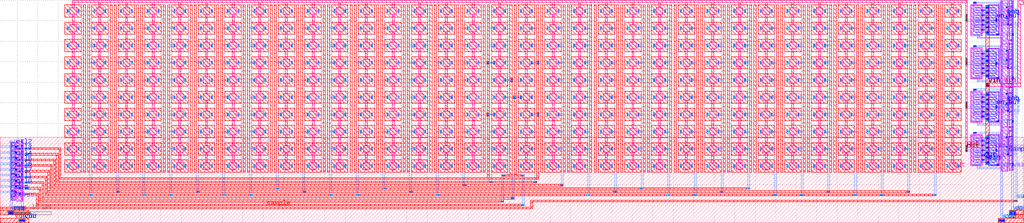
<source format=lef>
VERSION 5.7 ;
  NOWIREEXTENSIONATPIN ON ;
  DIVIDERCHAR "/" ;
  BUSBITCHARS "[]" ;
MACRO DAC
  CLASS BLOCK ;
  FOREIGN DAC ;
  ORIGIN 14.155 4.275 ;
  SIZE 249.630 BY 20.910 ;
  PIN enb
    ANTENNAGATEAREA 3.990000 ;
    ANTENNADIFFAREA 0.891000 ;
    PORT
      LAYER li1 ;
        RECT 223.185 47.650 223.355 47.980 ;
        RECT 223.185 47.060 223.355 47.390 ;
        RECT 223.185 46.470 223.355 46.800 ;
        RECT 231.450 46.335 231.700 47.965 ;
        RECT 223.185 45.880 223.355 46.210 ;
        RECT 231.090 45.835 232.050 46.100 ;
        RECT 231.090 45.665 231.280 45.835 ;
        RECT 223.185 45.290 223.355 45.620 ;
        RECT 230.310 45.335 231.280 45.665 ;
        RECT 223.185 44.700 223.355 45.030 ;
        RECT 231.110 44.825 231.280 45.335 ;
        RECT 230.310 44.495 231.280 44.825 ;
        RECT 231.870 45.665 232.050 45.835 ;
        RECT 231.870 45.335 232.520 45.665 ;
        RECT 231.870 44.825 232.050 45.335 ;
        RECT 231.870 44.495 232.520 44.825 ;
        RECT 223.185 44.110 223.355 44.440 ;
        RECT 223.185 43.520 223.355 43.850 ;
        RECT 223.185 42.930 223.355 43.260 ;
        RECT 223.185 42.340 223.355 42.670 ;
      LAYER mcon ;
        RECT 223.185 47.730 223.355 47.900 ;
        RECT 223.185 47.140 223.355 47.310 ;
        RECT 223.185 46.550 223.355 46.720 ;
        RECT 231.490 46.500 231.660 46.670 ;
        RECT 223.185 45.960 223.355 46.130 ;
        RECT 231.160 45.915 231.330 46.085 ;
        RECT 223.185 45.370 223.355 45.540 ;
        RECT 223.185 44.780 223.355 44.950 ;
        RECT 223.185 44.190 223.355 44.360 ;
        RECT 223.185 43.600 223.355 43.770 ;
        RECT 223.185 43.010 223.355 43.180 ;
        RECT 223.185 42.420 223.355 42.590 ;
      LAYER met1 ;
        RECT 223.155 49.220 223.855 49.520 ;
        RECT 223.155 42.360 223.385 49.220 ;
        RECT 231.425 46.150 231.725 46.765 ;
        RECT 231.085 45.850 231.725 46.150 ;
      LAYER via ;
        RECT 223.215 49.240 223.475 49.500 ;
        RECT 223.535 49.240 223.795 49.500 ;
        RECT 231.115 45.870 231.375 46.130 ;
      LAYER met2 ;
        RECT 223.205 49.520 223.805 49.570 ;
        RECT 223.205 49.220 229.670 49.520 ;
        RECT 223.205 49.170 223.805 49.220 ;
        RECT 229.370 46.150 229.670 49.220 ;
        RECT 231.115 46.150 231.375 46.160 ;
        RECT 229.370 45.850 231.410 46.150 ;
        RECT 231.115 45.840 231.375 45.850 ;
    END
    PORT
      LAYER li1 ;
        RECT 223.185 26.490 223.355 26.820 ;
        RECT 223.185 25.900 223.355 26.230 ;
        RECT 223.185 25.310 223.355 25.640 ;
        RECT 231.450 25.175 231.700 26.805 ;
        RECT 223.185 24.720 223.355 25.050 ;
        RECT 231.090 24.675 232.050 24.940 ;
        RECT 231.090 24.505 231.280 24.675 ;
        RECT 223.185 24.130 223.355 24.460 ;
        RECT 230.310 24.175 231.280 24.505 ;
        RECT 223.185 23.540 223.355 23.870 ;
        RECT 231.110 23.665 231.280 24.175 ;
        RECT 230.310 23.335 231.280 23.665 ;
        RECT 231.870 24.505 232.050 24.675 ;
        RECT 231.870 24.175 232.520 24.505 ;
        RECT 231.870 23.665 232.050 24.175 ;
        RECT 231.870 23.335 232.520 23.665 ;
        RECT 223.185 22.950 223.355 23.280 ;
        RECT 223.185 22.360 223.355 22.690 ;
        RECT 223.185 21.770 223.355 22.100 ;
        RECT 223.185 21.180 223.355 21.510 ;
      LAYER mcon ;
        RECT 223.185 26.570 223.355 26.740 ;
        RECT 223.185 25.980 223.355 26.150 ;
        RECT 223.185 25.390 223.355 25.560 ;
        RECT 231.490 25.340 231.660 25.510 ;
        RECT 223.185 24.800 223.355 24.970 ;
        RECT 231.160 24.755 231.330 24.925 ;
        RECT 223.185 24.210 223.355 24.380 ;
        RECT 223.185 23.620 223.355 23.790 ;
        RECT 223.185 23.030 223.355 23.200 ;
        RECT 223.185 22.440 223.355 22.610 ;
        RECT 223.185 21.850 223.355 22.020 ;
        RECT 223.185 21.260 223.355 21.430 ;
      LAYER met1 ;
        RECT 223.155 28.060 223.855 28.360 ;
        RECT 223.155 21.200 223.385 28.060 ;
        RECT 231.425 24.990 231.725 25.605 ;
        RECT 231.085 24.690 231.725 24.990 ;
      LAYER via ;
        RECT 223.215 28.080 223.475 28.340 ;
        RECT 223.535 28.080 223.795 28.340 ;
        RECT 231.115 24.710 231.375 24.970 ;
      LAYER met2 ;
        RECT 223.205 28.360 223.805 28.410 ;
        RECT 223.205 28.060 229.670 28.360 ;
        RECT 223.205 28.010 223.805 28.060 ;
        RECT 229.370 24.990 229.670 28.060 ;
        RECT 231.115 24.990 231.375 25.000 ;
        RECT 229.370 24.690 231.410 24.990 ;
        RECT 231.115 24.680 231.375 24.690 ;
    END
  END enb
  PIN en_buf
    ANTENNAGATEAREA 3.000000 ;
    ANTENNADIFFAREA 0.891000 ;
    PORT
      LAYER li1 ;
        RECT 231.090 48.135 232.050 48.400 ;
        RECT 228.640 47.650 228.810 47.980 ;
        RECT 231.090 47.965 231.280 48.135 ;
        RECT 230.310 47.635 231.280 47.965 ;
        RECT 228.640 47.060 228.810 47.390 ;
        RECT 231.110 47.125 231.280 47.635 ;
        RECT 228.640 46.470 228.810 46.800 ;
        RECT 230.310 46.795 231.280 47.125 ;
        RECT 231.870 47.965 232.050 48.135 ;
        RECT 231.870 47.635 232.520 47.965 ;
        RECT 231.870 47.125 232.050 47.635 ;
        RECT 231.870 46.795 232.520 47.125 ;
        RECT 228.640 45.880 228.810 46.210 ;
        RECT 228.640 45.290 228.810 45.620 ;
        RECT 228.640 44.700 228.810 45.030 ;
        RECT 228.640 44.110 228.810 44.440 ;
        RECT 228.640 43.520 228.810 43.850 ;
        RECT 228.640 42.930 228.810 43.260 ;
        RECT 228.640 42.340 228.810 42.670 ;
      LAYER mcon ;
        RECT 231.160 48.215 231.330 48.385 ;
        RECT 228.640 47.730 228.810 47.900 ;
        RECT 228.640 47.140 228.810 47.310 ;
        RECT 228.640 46.550 228.810 46.720 ;
        RECT 228.640 45.960 228.810 46.130 ;
        RECT 228.640 45.370 228.810 45.540 ;
        RECT 228.640 44.780 228.810 44.950 ;
        RECT 228.640 44.190 228.810 44.360 ;
        RECT 228.640 43.600 228.810 43.770 ;
        RECT 228.640 43.010 228.810 43.180 ;
        RECT 228.640 42.420 228.810 42.590 ;
      LAYER met1 ;
        RECT 231.085 48.170 231.405 48.430 ;
        RECT 228.610 45.510 228.840 47.960 ;
        RECT 228.610 44.810 228.910 45.510 ;
        RECT 228.610 42.360 228.840 44.810 ;
      LAYER via ;
        RECT 231.115 48.170 231.375 48.430 ;
        RECT 228.630 45.190 228.890 45.450 ;
        RECT 228.630 44.870 228.890 45.130 ;
      LAYER met2 ;
        RECT 231.115 48.450 231.375 48.460 ;
        RECT 231.115 48.150 232.215 48.450 ;
        RECT 231.115 48.140 231.375 48.150 ;
        RECT 228.560 45.310 228.960 45.460 ;
        RECT 231.915 45.310 232.215 48.150 ;
        RECT 228.560 45.010 232.215 45.310 ;
        RECT 228.560 44.860 228.960 45.010 ;
    END
    PORT
      LAYER li1 ;
        RECT 231.090 26.975 232.050 27.240 ;
        RECT 228.640 26.490 228.810 26.820 ;
        RECT 231.090 26.805 231.280 26.975 ;
        RECT 230.310 26.475 231.280 26.805 ;
        RECT 228.640 25.900 228.810 26.230 ;
        RECT 231.110 25.965 231.280 26.475 ;
        RECT 228.640 25.310 228.810 25.640 ;
        RECT 230.310 25.635 231.280 25.965 ;
        RECT 231.870 26.805 232.050 26.975 ;
        RECT 231.870 26.475 232.520 26.805 ;
        RECT 231.870 25.965 232.050 26.475 ;
        RECT 231.870 25.635 232.520 25.965 ;
        RECT 228.640 24.720 228.810 25.050 ;
        RECT 228.640 24.130 228.810 24.460 ;
        RECT 228.640 23.540 228.810 23.870 ;
        RECT 228.640 22.950 228.810 23.280 ;
        RECT 228.640 22.360 228.810 22.690 ;
        RECT 228.640 21.770 228.810 22.100 ;
        RECT 228.640 21.180 228.810 21.510 ;
      LAYER mcon ;
        RECT 231.160 27.055 231.330 27.225 ;
        RECT 228.640 26.570 228.810 26.740 ;
        RECT 228.640 25.980 228.810 26.150 ;
        RECT 228.640 25.390 228.810 25.560 ;
        RECT 228.640 24.800 228.810 24.970 ;
        RECT 228.640 24.210 228.810 24.380 ;
        RECT 228.640 23.620 228.810 23.790 ;
        RECT 228.640 23.030 228.810 23.200 ;
        RECT 228.640 22.440 228.810 22.610 ;
        RECT 228.640 21.850 228.810 22.020 ;
        RECT 228.640 21.260 228.810 21.430 ;
      LAYER met1 ;
        RECT 231.085 27.010 231.405 27.270 ;
        RECT 228.610 24.350 228.840 26.800 ;
        RECT 228.610 23.650 228.910 24.350 ;
        RECT 228.610 21.200 228.840 23.650 ;
      LAYER via ;
        RECT 231.115 27.010 231.375 27.270 ;
        RECT 228.630 24.030 228.890 24.290 ;
        RECT 228.630 23.710 228.890 23.970 ;
      LAYER met2 ;
        RECT 231.115 27.290 231.375 27.300 ;
        RECT 231.115 26.990 232.215 27.290 ;
        RECT 231.115 26.980 231.375 26.990 ;
        RECT 228.560 24.150 228.960 24.300 ;
        RECT 231.915 24.150 232.215 26.990 ;
        RECT 228.560 23.850 232.215 24.150 ;
        RECT 228.560 23.700 228.960 23.850 ;
    END
  END en_buf
  PIN ctl1
    ANTENNAGATEAREA 0.495000 ;
    PORT
      LAYER li1 ;
        RECT -10.435 5.790 -10.185 6.120 ;
      LAYER mcon ;
        RECT -10.400 5.910 -10.230 6.080 ;
      LAYER met1 ;
        RECT -10.445 5.835 -10.185 6.155 ;
      LAYER via ;
        RECT -10.445 5.865 -10.185 6.125 ;
      LAYER met2 ;
        RECT -14.155 5.795 -10.105 6.195 ;
    END
  END ctl1
  PIN ctl0
    ANTENNAGATEAREA 0.495000 ;
    PORT
      LAYER li1 ;
        RECT -10.435 4.410 -10.185 4.740 ;
      LAYER mcon ;
        RECT -10.400 4.530 -10.230 4.700 ;
      LAYER met1 ;
        RECT -10.445 4.455 -10.185 4.775 ;
      LAYER via ;
        RECT -10.445 4.485 -10.185 4.745 ;
      LAYER met2 ;
        RECT -14.155 4.415 -10.105 4.815 ;
    END
  END ctl0
  PIN dum
    ANTENNAGATEAREA 0.495000 ;
    PORT
      LAYER li1 ;
        RECT -10.435 3.030 -10.185 3.360 ;
      LAYER mcon ;
        RECT -10.400 3.150 -10.230 3.320 ;
      LAYER met1 ;
        RECT -10.445 3.075 -10.185 3.395 ;
      LAYER via ;
        RECT -10.445 3.105 -10.185 3.365 ;
      LAYER met2 ;
        RECT -14.155 3.035 -10.105 3.435 ;
    END
  END dum
  PIN ctl3
    ANTENNAGATEAREA 0.495000 ;
    PORT
      LAYER li1 ;
        RECT -10.435 12.690 -10.185 13.020 ;
      LAYER mcon ;
        RECT -10.400 12.810 -10.230 12.980 ;
      LAYER met1 ;
        RECT -10.445 12.735 -10.185 13.055 ;
      LAYER via ;
        RECT -10.445 12.765 -10.185 13.025 ;
      LAYER met2 ;
        RECT -14.155 12.695 -10.105 13.095 ;
    END
  END ctl3
  PIN ctl4
    ANTENNAGATEAREA 0.495000 ;
    PORT
      LAYER li1 ;
        RECT -10.435 11.310 -10.185 11.640 ;
      LAYER mcon ;
        RECT -10.400 11.430 -10.230 11.600 ;
      LAYER met1 ;
        RECT -10.445 11.355 -10.185 11.675 ;
      LAYER via ;
        RECT -10.445 11.385 -10.185 11.645 ;
      LAYER met2 ;
        RECT -14.155 11.315 -10.105 11.715 ;
    END
  END ctl4
  PIN ctl5
    ANTENNAGATEAREA 0.495000 ;
    PORT
      LAYER li1 ;
        RECT -10.435 9.930 -10.185 10.260 ;
      LAYER mcon ;
        RECT -10.400 10.050 -10.230 10.220 ;
      LAYER met1 ;
        RECT -10.445 9.975 -10.185 10.295 ;
      LAYER via ;
        RECT -10.445 10.005 -10.185 10.265 ;
      LAYER met2 ;
        RECT -14.155 9.935 -10.105 10.335 ;
    END
  END ctl5
  PIN ctl6
    ANTENNAGATEAREA 0.495000 ;
    PORT
      LAYER li1 ;
        RECT -10.435 8.550 -10.185 8.880 ;
      LAYER mcon ;
        RECT -10.400 8.670 -10.230 8.840 ;
      LAYER met1 ;
        RECT -10.445 8.595 -10.185 8.915 ;
      LAYER via ;
        RECT -10.445 8.625 -10.185 8.885 ;
      LAYER met2 ;
        RECT -14.155 8.555 -10.105 8.955 ;
    END
  END ctl6
  PIN ctl7
    ANTENNAGATEAREA 0.495000 ;
    PORT
      LAYER li1 ;
        RECT -10.435 7.170 -10.185 7.500 ;
      LAYER mcon ;
        RECT -10.400 7.290 -10.230 7.460 ;
      LAYER met1 ;
        RECT -10.445 7.215 -10.185 7.535 ;
      LAYER via ;
        RECT -10.445 7.245 -10.185 7.505 ;
      LAYER met2 ;
        RECT -14.155 7.175 -10.105 7.575 ;
    END
  END ctl7
  PIN ctl2
    ANTENNAGATEAREA 0.495000 ;
    PORT
      LAYER li1 ;
        RECT -10.435 14.070 -10.185 14.400 ;
      LAYER mcon ;
        RECT -10.400 14.190 -10.230 14.360 ;
      LAYER met1 ;
        RECT -10.445 14.115 -10.185 14.435 ;
      LAYER via ;
        RECT -10.445 14.145 -10.185 14.405 ;
      LAYER met2 ;
        RECT -14.155 14.075 -10.105 14.475 ;
    END
  END ctl2
  PIN vdd
    ANTENNAGATEAREA 7.656000 ;
    ANTENNADIFFAREA 24.308949 ;
    PORT
      LAYER nwell ;
        RECT 222.490 41.375 225.330 48.945 ;
        RECT 222.490 30.795 225.330 38.365 ;
        RECT 222.490 20.215 225.330 27.785 ;
        RECT 222.490 9.635 225.330 17.205 ;
        RECT 229.865 8.320 231.470 50.100 ;
      LAYER li1 ;
        RECT 229.970 49.825 230.140 49.910 ;
        RECT 229.970 49.305 231.770 49.825 ;
        RECT 222.670 48.595 225.150 48.765 ;
        RECT 222.670 41.725 222.840 48.595 ;
        RECT 224.980 41.725 225.150 48.595 ;
        RECT 222.670 41.555 225.150 41.725 ;
        RECT 229.970 48.615 231.230 49.305 ;
        RECT 229.970 48.345 230.140 48.615 ;
        RECT 229.970 48.135 230.600 48.345 ;
        RECT 229.970 47.465 230.140 48.135 ;
        RECT 229.970 47.295 230.940 47.465 ;
        RECT 229.970 46.625 230.140 47.295 ;
        RECT 229.970 46.360 231.280 46.625 ;
        RECT 229.970 46.045 230.140 46.360 ;
        RECT 229.970 45.835 230.600 46.045 ;
        RECT 229.970 45.165 230.140 45.835 ;
        RECT 229.970 44.995 230.940 45.165 ;
        RECT 229.970 44.325 230.140 44.995 ;
        RECT 229.970 44.060 231.280 44.325 ;
        RECT 229.970 43.845 230.140 44.060 ;
        RECT 229.970 42.155 231.750 43.845 ;
        RECT 229.970 40.335 231.230 42.155 ;
        RECT 229.970 40.165 230.140 40.335 ;
        RECT 229.970 39.415 231.305 40.165 ;
        RECT 229.970 39.245 230.140 39.415 ;
        RECT 229.970 38.725 231.770 39.245 ;
        RECT 222.670 38.015 225.150 38.185 ;
        RECT 222.670 31.145 222.840 38.015 ;
        RECT 224.980 31.145 225.150 38.015 ;
        RECT 222.670 30.975 225.150 31.145 ;
        RECT 229.970 38.035 231.230 38.725 ;
        RECT 229.970 37.765 230.140 38.035 ;
        RECT 229.970 37.555 230.600 37.765 ;
        RECT 229.970 36.885 230.140 37.555 ;
        RECT 229.970 36.715 230.940 36.885 ;
        RECT 229.970 36.045 230.140 36.715 ;
        RECT 229.970 35.780 231.280 36.045 ;
        RECT 229.970 35.465 230.140 35.780 ;
        RECT 229.970 35.255 230.600 35.465 ;
        RECT 229.970 34.585 230.140 35.255 ;
        RECT 229.970 34.415 230.940 34.585 ;
        RECT 229.970 33.745 230.140 34.415 ;
        RECT 229.970 33.480 231.280 33.745 ;
        RECT 229.970 33.265 230.140 33.480 ;
        RECT 229.970 31.575 231.750 33.265 ;
        RECT 229.970 29.755 231.230 31.575 ;
        RECT 229.970 29.585 230.140 29.755 ;
        RECT 229.970 28.835 231.305 29.585 ;
        RECT 229.970 28.665 230.140 28.835 ;
        RECT 229.970 28.145 231.770 28.665 ;
        RECT 222.670 27.435 225.150 27.605 ;
        RECT 222.670 20.565 222.840 27.435 ;
        RECT 224.980 20.565 225.150 27.435 ;
        RECT 222.670 20.395 225.150 20.565 ;
        RECT 229.970 27.455 231.230 28.145 ;
        RECT 229.970 27.185 230.140 27.455 ;
        RECT 229.970 26.975 230.600 27.185 ;
        RECT 229.970 26.305 230.140 26.975 ;
        RECT 229.970 26.135 230.940 26.305 ;
        RECT 229.970 25.465 230.140 26.135 ;
        RECT 229.970 25.200 231.280 25.465 ;
        RECT 229.970 24.885 230.140 25.200 ;
        RECT 229.970 24.675 230.600 24.885 ;
        RECT 229.970 24.005 230.140 24.675 ;
        RECT 229.970 23.835 230.940 24.005 ;
        RECT 229.970 23.165 230.140 23.835 ;
        RECT 229.970 22.900 231.280 23.165 ;
        RECT 229.970 22.685 230.140 22.900 ;
        RECT 229.970 20.995 231.750 22.685 ;
        RECT 229.970 19.175 231.230 20.995 ;
        RECT 229.970 19.005 230.140 19.175 ;
        RECT 229.970 18.255 231.305 19.005 ;
        RECT 229.970 18.085 230.140 18.255 ;
        RECT 229.970 17.565 231.770 18.085 ;
        RECT 222.670 16.855 225.150 17.025 ;
        RECT 222.670 9.985 222.840 16.855 ;
        RECT 224.980 9.985 225.150 16.855 ;
        RECT 222.670 9.815 225.150 9.985 ;
        RECT 229.970 16.875 231.230 17.565 ;
        RECT 229.970 16.605 230.140 16.875 ;
        RECT 229.970 16.395 230.600 16.605 ;
        RECT 229.970 15.725 230.140 16.395 ;
        RECT 229.970 15.555 230.940 15.725 ;
        RECT 229.970 14.885 230.140 15.555 ;
        RECT 229.970 14.620 231.280 14.885 ;
        RECT 229.970 14.305 230.140 14.620 ;
        RECT 229.970 14.095 230.600 14.305 ;
        RECT 229.970 13.425 230.140 14.095 ;
        RECT 229.970 13.255 230.940 13.425 ;
        RECT 229.970 12.585 230.140 13.255 ;
        RECT 229.970 12.320 231.280 12.585 ;
        RECT 229.970 12.105 230.140 12.320 ;
        RECT 229.970 10.415 231.750 12.105 ;
        RECT 229.970 8.595 231.230 10.415 ;
        RECT 229.970 8.510 230.140 8.595 ;
      LAYER mcon ;
        RECT 229.970 49.595 230.140 49.765 ;
        RECT 229.970 49.135 230.140 49.305 ;
        RECT 223.305 41.555 223.475 41.725 ;
        RECT 223.665 41.555 223.835 41.725 ;
        RECT 224.025 41.555 224.195 41.725 ;
        RECT 224.385 41.555 224.555 41.725 ;
        RECT 229.970 48.675 230.140 48.845 ;
        RECT 229.970 48.215 230.140 48.385 ;
        RECT 229.970 47.755 230.140 47.925 ;
        RECT 229.970 46.835 230.140 47.005 ;
        RECT 229.970 46.375 230.140 46.545 ;
        RECT 229.970 45.915 230.140 46.085 ;
        RECT 229.970 45.455 230.140 45.625 ;
        RECT 229.970 44.535 230.140 44.705 ;
        RECT 229.970 44.075 230.140 44.245 ;
        RECT 229.970 43.615 230.140 43.785 ;
        RECT 229.970 43.155 230.140 43.325 ;
        RECT 229.970 42.695 230.140 42.865 ;
        RECT 229.970 42.235 230.140 42.405 ;
        RECT 229.970 41.775 230.140 41.945 ;
        RECT 229.970 41.315 230.140 41.485 ;
        RECT 229.970 40.855 230.140 41.025 ;
        RECT 229.970 40.395 230.140 40.565 ;
        RECT 229.970 39.935 230.140 40.105 ;
        RECT 229.970 39.475 230.140 39.645 ;
        RECT 229.970 39.015 230.140 39.185 ;
        RECT 229.970 38.555 230.140 38.725 ;
        RECT 223.305 30.975 223.475 31.145 ;
        RECT 223.665 30.975 223.835 31.145 ;
        RECT 224.025 30.975 224.195 31.145 ;
        RECT 224.385 30.975 224.555 31.145 ;
        RECT 229.970 38.095 230.140 38.265 ;
        RECT 229.970 37.635 230.140 37.805 ;
        RECT 229.970 37.175 230.140 37.345 ;
        RECT 229.970 36.255 230.140 36.425 ;
        RECT 229.970 35.795 230.140 35.965 ;
        RECT 229.970 35.335 230.140 35.505 ;
        RECT 229.970 34.875 230.140 35.045 ;
        RECT 229.970 33.955 230.140 34.125 ;
        RECT 229.970 33.495 230.140 33.665 ;
        RECT 229.970 33.035 230.140 33.205 ;
        RECT 229.970 32.575 230.140 32.745 ;
        RECT 229.970 32.115 230.140 32.285 ;
        RECT 229.970 31.655 230.140 31.825 ;
        RECT 229.970 31.195 230.140 31.365 ;
        RECT 229.970 30.735 230.140 30.905 ;
        RECT 229.970 30.275 230.140 30.445 ;
        RECT 229.970 29.815 230.140 29.985 ;
        RECT 229.970 29.355 230.140 29.525 ;
        RECT 229.970 28.895 230.140 29.065 ;
        RECT 229.970 28.435 230.140 28.605 ;
        RECT 229.970 27.975 230.140 28.145 ;
        RECT 223.305 20.395 223.475 20.565 ;
        RECT 223.665 20.395 223.835 20.565 ;
        RECT 224.025 20.395 224.195 20.565 ;
        RECT 224.385 20.395 224.555 20.565 ;
        RECT 229.970 27.515 230.140 27.685 ;
        RECT 229.970 27.055 230.140 27.225 ;
        RECT 229.970 26.595 230.140 26.765 ;
        RECT 229.970 25.675 230.140 25.845 ;
        RECT 229.970 25.215 230.140 25.385 ;
        RECT 229.970 24.755 230.140 24.925 ;
        RECT 229.970 24.295 230.140 24.465 ;
        RECT 229.970 23.375 230.140 23.545 ;
        RECT 229.970 22.915 230.140 23.085 ;
        RECT 229.970 22.455 230.140 22.625 ;
        RECT 229.970 21.995 230.140 22.165 ;
        RECT 229.970 21.535 230.140 21.705 ;
        RECT 229.970 21.075 230.140 21.245 ;
        RECT 229.970 20.615 230.140 20.785 ;
        RECT 229.970 20.155 230.140 20.325 ;
        RECT 229.970 19.695 230.140 19.865 ;
        RECT 229.970 19.235 230.140 19.405 ;
        RECT 229.970 18.775 230.140 18.945 ;
        RECT 229.970 18.315 230.140 18.485 ;
        RECT 229.970 17.855 230.140 18.025 ;
        RECT 229.970 17.395 230.140 17.565 ;
        RECT 223.305 9.815 223.475 9.985 ;
        RECT 223.665 9.815 223.835 9.985 ;
        RECT 224.025 9.815 224.195 9.985 ;
        RECT 224.385 9.815 224.555 9.985 ;
        RECT 229.970 16.935 230.140 17.105 ;
        RECT 229.970 16.475 230.140 16.645 ;
        RECT 229.970 16.015 230.140 16.185 ;
        RECT 229.970 15.095 230.140 15.265 ;
        RECT 229.970 14.635 230.140 14.805 ;
        RECT 229.970 14.175 230.140 14.345 ;
        RECT 229.970 13.715 230.140 13.885 ;
        RECT 229.970 12.795 230.140 12.965 ;
        RECT 229.970 12.335 230.140 12.505 ;
        RECT 229.970 11.875 230.140 12.045 ;
        RECT 229.970 11.415 230.140 11.585 ;
        RECT 229.970 10.955 230.140 11.125 ;
        RECT 229.970 10.495 230.140 10.665 ;
        RECT 229.970 10.035 230.140 10.205 ;
        RECT 229.970 9.575 230.140 9.745 ;
        RECT 229.970 9.115 230.140 9.285 ;
        RECT 229.970 8.655 230.140 8.825 ;
      LAYER met1 ;
        RECT 223.070 41.525 224.745 41.755 ;
        RECT 224.045 41.000 224.745 41.525 ;
        RECT 229.815 41.000 230.295 49.910 ;
        RECT 224.045 40.700 230.295 41.000 ;
        RECT 223.070 30.945 224.745 31.175 ;
        RECT 224.045 30.420 224.745 30.945 ;
        RECT 229.815 30.420 230.295 40.700 ;
        RECT 224.045 30.120 230.295 30.420 ;
        RECT 223.070 20.365 224.745 20.595 ;
        RECT 224.045 19.840 224.745 20.365 ;
        RECT 229.815 19.840 230.295 30.120 ;
        RECT 224.045 19.540 230.295 19.840 ;
        RECT 223.070 9.785 224.745 10.015 ;
        RECT 224.045 9.260 224.745 9.785 ;
        RECT 229.815 9.260 230.295 19.540 ;
        RECT 224.045 8.960 230.295 9.260 ;
        RECT 229.815 -3.375 230.295 8.960 ;
        RECT 229.425 -4.075 230.685 -3.375 ;
      LAYER via ;
        RECT 229.445 -3.695 229.705 -3.435 ;
        RECT 229.765 -3.695 230.025 -3.435 ;
        RECT 230.085 -3.695 230.345 -3.435 ;
        RECT 230.405 -3.695 230.665 -3.435 ;
        RECT 229.445 -4.015 229.705 -3.755 ;
        RECT 229.765 -4.015 230.025 -3.755 ;
        RECT 230.085 -4.015 230.345 -3.755 ;
        RECT 230.405 -4.015 230.665 -3.755 ;
      LAYER met2 ;
        RECT 229.235 -4.225 230.835 -3.225 ;
      LAYER via2 ;
        RECT 229.295 -4.065 230.775 -3.385 ;
      LAYER met3 ;
        RECT 229.260 -4.275 235.475 -3.175 ;
    END
    PORT
      LAYER nwell ;
        RECT -10.205 0.975 -8.600 15.615 ;
      LAYER li1 ;
        RECT -8.875 15.340 -8.705 15.425 ;
        RECT -10.040 14.590 -8.705 15.340 ;
        RECT -8.875 14.380 -8.705 14.590 ;
        RECT -10.015 14.150 -8.705 14.380 ;
        RECT -8.875 13.480 -8.705 14.150 ;
        RECT -10.015 13.270 -8.705 13.480 ;
        RECT -8.875 13.000 -8.705 13.270 ;
        RECT -10.015 12.770 -8.705 13.000 ;
        RECT -8.875 12.100 -8.705 12.770 ;
        RECT -10.015 11.890 -8.705 12.100 ;
        RECT -8.875 11.620 -8.705 11.890 ;
        RECT -10.015 11.390 -8.705 11.620 ;
        RECT -8.875 10.720 -8.705 11.390 ;
        RECT -10.015 10.510 -8.705 10.720 ;
        RECT -8.875 10.240 -8.705 10.510 ;
        RECT -10.015 10.010 -8.705 10.240 ;
        RECT -8.875 9.340 -8.705 10.010 ;
        RECT -10.015 9.130 -8.705 9.340 ;
        RECT -8.875 8.860 -8.705 9.130 ;
        RECT -10.015 8.630 -8.705 8.860 ;
        RECT -8.875 7.960 -8.705 8.630 ;
        RECT -10.015 7.750 -8.705 7.960 ;
        RECT -8.875 7.480 -8.705 7.750 ;
        RECT -10.015 7.250 -8.705 7.480 ;
        RECT -8.875 6.580 -8.705 7.250 ;
        RECT -10.015 6.370 -8.705 6.580 ;
        RECT -8.875 6.100 -8.705 6.370 ;
        RECT -10.015 5.870 -8.705 6.100 ;
        RECT -8.875 5.200 -8.705 5.870 ;
        RECT -10.015 4.990 -8.705 5.200 ;
        RECT -8.875 4.720 -8.705 4.990 ;
        RECT -10.015 4.490 -8.705 4.720 ;
        RECT -8.875 3.820 -8.705 4.490 ;
        RECT -10.015 3.610 -8.705 3.820 ;
        RECT -8.875 3.340 -8.705 3.610 ;
        RECT -10.015 3.110 -8.705 3.340 ;
        RECT -8.875 2.440 -8.705 3.110 ;
        RECT -10.015 2.230 -8.705 2.440 ;
        RECT -8.875 2.000 -8.705 2.230 ;
        RECT -10.040 1.250 -8.705 2.000 ;
        RECT -8.875 1.165 -8.705 1.250 ;
      LAYER mcon ;
        RECT -8.875 15.110 -8.705 15.280 ;
        RECT -8.875 14.650 -8.705 14.820 ;
        RECT -8.875 14.190 -8.705 14.360 ;
        RECT -8.875 13.730 -8.705 13.900 ;
        RECT -8.875 13.270 -8.705 13.440 ;
        RECT -8.875 12.810 -8.705 12.980 ;
        RECT -8.875 12.350 -8.705 12.520 ;
        RECT -8.875 11.890 -8.705 12.060 ;
        RECT -8.875 11.430 -8.705 11.600 ;
        RECT -8.875 10.970 -8.705 11.140 ;
        RECT -8.875 10.510 -8.705 10.680 ;
        RECT -8.875 10.050 -8.705 10.220 ;
        RECT -8.875 9.590 -8.705 9.760 ;
        RECT -8.875 9.130 -8.705 9.300 ;
        RECT -8.875 8.670 -8.705 8.840 ;
        RECT -8.875 8.210 -8.705 8.380 ;
        RECT -8.875 7.750 -8.705 7.920 ;
        RECT -8.875 7.290 -8.705 7.460 ;
        RECT -8.875 6.830 -8.705 7.000 ;
        RECT -8.875 6.370 -8.705 6.540 ;
        RECT -8.875 5.910 -8.705 6.080 ;
        RECT -8.875 5.450 -8.705 5.620 ;
        RECT -8.875 4.990 -8.705 5.160 ;
        RECT -8.875 4.530 -8.705 4.700 ;
        RECT -8.875 4.070 -8.705 4.240 ;
        RECT -8.875 3.610 -8.705 3.780 ;
        RECT -8.875 3.150 -8.705 3.320 ;
        RECT -8.875 2.690 -8.705 2.860 ;
        RECT -8.875 2.230 -8.705 2.400 ;
        RECT -8.875 1.770 -8.705 1.940 ;
        RECT -8.875 1.310 -8.705 1.480 ;
      LAYER met1 ;
        RECT -9.030 -3.375 -8.550 15.425 ;
        RECT -9.420 -4.075 -8.160 -3.375 ;
      LAYER via ;
        RECT -9.400 -3.695 -9.140 -3.435 ;
        RECT -9.080 -3.695 -8.820 -3.435 ;
        RECT -8.760 -3.695 -8.500 -3.435 ;
        RECT -8.440 -3.695 -8.180 -3.435 ;
        RECT -9.400 -4.015 -9.140 -3.755 ;
        RECT -9.080 -4.015 -8.820 -3.755 ;
        RECT -8.760 -4.015 -8.500 -3.755 ;
        RECT -8.440 -4.015 -8.180 -3.755 ;
      LAYER met2 ;
        RECT -9.610 -4.225 -8.010 -3.225 ;
      LAYER via2 ;
        RECT -9.550 -4.065 -8.070 -3.385 ;
      LAYER met3 ;
        RECT -14.160 -4.275 -7.190 -3.175 ;
    END
  END vdd
  PIN vss
    ANTENNAGATEAREA 12.110399 ;
    ANTENNADIFFAREA 20.036249 ;
    PORT
      LAYER pwell ;
        RECT 226.760 41.425 229.450 48.895 ;
        RECT 231.800 39.345 232.585 40.235 ;
        RECT 226.760 30.845 229.450 38.315 ;
        RECT 231.800 28.765 232.585 29.655 ;
        RECT 226.760 20.265 229.450 27.735 ;
        RECT 231.800 18.185 232.585 19.075 ;
        RECT 226.760 9.685 229.450 17.155 ;
      LAYER li1 ;
        RECT 232.690 49.825 232.860 49.910 ;
        RECT 231.940 49.135 232.860 49.825 ;
        RECT 226.890 48.595 229.320 48.765 ;
        RECT 231.400 48.615 232.860 49.135 ;
        RECT 226.890 41.725 227.060 48.595 ;
        RECT 229.150 41.725 229.320 48.595 ;
        RECT 232.690 48.385 232.860 48.615 ;
        RECT 232.225 48.135 232.860 48.385 ;
        RECT 232.690 47.465 232.860 48.135 ;
        RECT 232.230 47.295 232.860 47.465 ;
        RECT 232.690 46.625 232.860 47.295 ;
        RECT 232.230 46.360 232.860 46.625 ;
        RECT 232.690 46.085 232.860 46.360 ;
        RECT 232.225 45.835 232.860 46.085 ;
        RECT 232.690 45.165 232.860 45.835 ;
        RECT 232.230 44.995 232.860 45.165 ;
        RECT 232.690 44.325 232.860 44.995 ;
        RECT 232.230 44.060 232.860 44.325 ;
        RECT 232.690 43.845 232.860 44.060 ;
        RECT 231.920 41.985 232.860 43.845 ;
        RECT 226.890 41.555 229.320 41.725 ;
        RECT 231.400 40.335 232.860 41.985 ;
        RECT 232.690 40.165 232.860 40.335 ;
        RECT 231.965 39.415 232.860 40.165 ;
        RECT 232.690 39.245 232.860 39.415 ;
        RECT 231.940 38.555 232.860 39.245 ;
        RECT 226.890 38.015 229.320 38.185 ;
        RECT 231.400 38.035 232.860 38.555 ;
        RECT 226.890 31.145 227.060 38.015 ;
        RECT 229.150 31.145 229.320 38.015 ;
        RECT 232.690 37.805 232.860 38.035 ;
        RECT 232.225 37.555 232.860 37.805 ;
        RECT 232.690 36.885 232.860 37.555 ;
        RECT 232.230 36.715 232.860 36.885 ;
        RECT 232.690 36.045 232.860 36.715 ;
        RECT 232.230 35.780 232.860 36.045 ;
        RECT 232.690 35.505 232.860 35.780 ;
        RECT 232.225 35.255 232.860 35.505 ;
        RECT 232.690 34.585 232.860 35.255 ;
        RECT 232.230 34.415 232.860 34.585 ;
        RECT 232.690 33.745 232.860 34.415 ;
        RECT 232.230 33.480 232.860 33.745 ;
        RECT 232.690 33.265 232.860 33.480 ;
        RECT 231.920 31.405 232.860 33.265 ;
        RECT 226.890 30.975 229.320 31.145 ;
        RECT 231.400 29.755 232.860 31.405 ;
        RECT 232.690 29.585 232.860 29.755 ;
        RECT 231.965 28.835 232.860 29.585 ;
        RECT 232.690 28.665 232.860 28.835 ;
        RECT 231.940 27.975 232.860 28.665 ;
        RECT 226.890 27.435 229.320 27.605 ;
        RECT 231.400 27.455 232.860 27.975 ;
        RECT 226.890 20.565 227.060 27.435 ;
        RECT 229.150 20.565 229.320 27.435 ;
        RECT 232.690 27.225 232.860 27.455 ;
        RECT 232.225 26.975 232.860 27.225 ;
        RECT 232.690 26.305 232.860 26.975 ;
        RECT 232.230 26.135 232.860 26.305 ;
        RECT 232.690 25.465 232.860 26.135 ;
        RECT 232.230 25.200 232.860 25.465 ;
        RECT 232.690 24.925 232.860 25.200 ;
        RECT 232.225 24.675 232.860 24.925 ;
        RECT 232.690 24.005 232.860 24.675 ;
        RECT 232.230 23.835 232.860 24.005 ;
        RECT 232.690 23.165 232.860 23.835 ;
        RECT 232.230 22.900 232.860 23.165 ;
        RECT 232.690 22.685 232.860 22.900 ;
        RECT 231.920 20.825 232.860 22.685 ;
        RECT 226.890 20.395 229.320 20.565 ;
        RECT 231.400 19.175 232.860 20.825 ;
        RECT 232.690 19.005 232.860 19.175 ;
        RECT 231.965 18.255 232.860 19.005 ;
        RECT 232.690 18.085 232.860 18.255 ;
        RECT 231.940 17.395 232.860 18.085 ;
        RECT 226.890 16.855 229.320 17.025 ;
        RECT 231.400 16.875 232.860 17.395 ;
        RECT 226.890 9.985 227.060 16.855 ;
        RECT 229.150 9.985 229.320 16.855 ;
        RECT 232.690 16.645 232.860 16.875 ;
        RECT 232.225 16.395 232.860 16.645 ;
        RECT 232.690 15.725 232.860 16.395 ;
        RECT 232.230 15.555 232.860 15.725 ;
        RECT 232.690 14.885 232.860 15.555 ;
        RECT 232.230 14.620 232.860 14.885 ;
        RECT 232.690 14.345 232.860 14.620 ;
        RECT 232.225 14.095 232.860 14.345 ;
        RECT 232.690 13.425 232.860 14.095 ;
        RECT 232.230 13.255 232.860 13.425 ;
        RECT 232.690 12.585 232.860 13.255 ;
        RECT 232.230 12.320 232.860 12.585 ;
        RECT 232.690 12.105 232.860 12.320 ;
        RECT 231.920 10.245 232.860 12.105 ;
        RECT 226.890 9.815 229.320 9.985 ;
        RECT 231.400 8.595 232.860 10.245 ;
        RECT 232.690 8.510 232.860 8.595 ;
      LAYER mcon ;
        RECT 232.690 49.595 232.860 49.765 ;
        RECT 232.690 49.135 232.860 49.305 ;
        RECT 232.690 48.675 232.860 48.845 ;
        RECT 232.690 48.215 232.860 48.385 ;
        RECT 232.690 47.755 232.860 47.925 ;
        RECT 232.690 47.295 232.860 47.465 ;
        RECT 232.690 46.835 232.860 47.005 ;
        RECT 232.690 46.375 232.860 46.545 ;
        RECT 232.690 45.915 232.860 46.085 ;
        RECT 232.690 45.455 232.860 45.625 ;
        RECT 232.690 44.995 232.860 45.165 ;
        RECT 232.690 44.535 232.860 44.705 ;
        RECT 232.690 44.075 232.860 44.245 ;
        RECT 232.690 43.615 232.860 43.785 ;
        RECT 232.690 43.155 232.860 43.325 ;
        RECT 232.690 42.695 232.860 42.865 ;
        RECT 232.690 42.235 232.860 42.405 ;
        RECT 227.530 41.555 227.700 41.725 ;
        RECT 227.890 41.555 228.060 41.725 ;
        RECT 228.250 41.555 228.420 41.725 ;
        RECT 228.610 41.555 228.780 41.725 ;
        RECT 232.690 41.775 232.860 41.945 ;
        RECT 232.690 41.315 232.860 41.485 ;
        RECT 232.690 40.855 232.860 41.025 ;
        RECT 232.690 40.395 232.860 40.565 ;
        RECT 232.690 39.935 232.860 40.105 ;
        RECT 232.690 39.475 232.860 39.645 ;
        RECT 232.690 39.015 232.860 39.185 ;
        RECT 232.690 38.555 232.860 38.725 ;
        RECT 232.690 38.095 232.860 38.265 ;
        RECT 232.690 37.635 232.860 37.805 ;
        RECT 232.690 37.175 232.860 37.345 ;
        RECT 232.690 36.715 232.860 36.885 ;
        RECT 232.690 36.255 232.860 36.425 ;
        RECT 232.690 35.795 232.860 35.965 ;
        RECT 232.690 35.335 232.860 35.505 ;
        RECT 232.690 34.875 232.860 35.045 ;
        RECT 232.690 34.415 232.860 34.585 ;
        RECT 232.690 33.955 232.860 34.125 ;
        RECT 232.690 33.495 232.860 33.665 ;
        RECT 232.690 33.035 232.860 33.205 ;
        RECT 232.690 32.575 232.860 32.745 ;
        RECT 232.690 32.115 232.860 32.285 ;
        RECT 232.690 31.655 232.860 31.825 ;
        RECT 227.530 30.975 227.700 31.145 ;
        RECT 227.890 30.975 228.060 31.145 ;
        RECT 228.250 30.975 228.420 31.145 ;
        RECT 228.610 30.975 228.780 31.145 ;
        RECT 232.690 31.195 232.860 31.365 ;
        RECT 232.690 30.735 232.860 30.905 ;
        RECT 232.690 30.275 232.860 30.445 ;
        RECT 232.690 29.815 232.860 29.985 ;
        RECT 232.690 29.355 232.860 29.525 ;
        RECT 232.690 28.895 232.860 29.065 ;
        RECT 232.690 28.435 232.860 28.605 ;
        RECT 232.690 27.975 232.860 28.145 ;
        RECT 232.690 27.515 232.860 27.685 ;
        RECT 232.690 27.055 232.860 27.225 ;
        RECT 232.690 26.595 232.860 26.765 ;
        RECT 232.690 26.135 232.860 26.305 ;
        RECT 232.690 25.675 232.860 25.845 ;
        RECT 232.690 25.215 232.860 25.385 ;
        RECT 232.690 24.755 232.860 24.925 ;
        RECT 232.690 24.295 232.860 24.465 ;
        RECT 232.690 23.835 232.860 24.005 ;
        RECT 232.690 23.375 232.860 23.545 ;
        RECT 232.690 22.915 232.860 23.085 ;
        RECT 232.690 22.455 232.860 22.625 ;
        RECT 232.690 21.995 232.860 22.165 ;
        RECT 232.690 21.535 232.860 21.705 ;
        RECT 232.690 21.075 232.860 21.245 ;
        RECT 227.530 20.395 227.700 20.565 ;
        RECT 227.890 20.395 228.060 20.565 ;
        RECT 228.250 20.395 228.420 20.565 ;
        RECT 228.610 20.395 228.780 20.565 ;
        RECT 232.690 20.615 232.860 20.785 ;
        RECT 232.690 20.155 232.860 20.325 ;
        RECT 232.690 19.695 232.860 19.865 ;
        RECT 232.690 19.235 232.860 19.405 ;
        RECT 232.690 18.775 232.860 18.945 ;
        RECT 232.690 18.315 232.860 18.485 ;
        RECT 232.690 17.855 232.860 18.025 ;
        RECT 232.690 17.395 232.860 17.565 ;
        RECT 232.690 16.935 232.860 17.105 ;
        RECT 232.690 16.475 232.860 16.645 ;
        RECT 232.690 16.015 232.860 16.185 ;
        RECT 232.690 15.555 232.860 15.725 ;
        RECT 232.690 15.095 232.860 15.265 ;
        RECT 232.690 14.635 232.860 14.805 ;
        RECT 232.690 14.175 232.860 14.345 ;
        RECT 232.690 13.715 232.860 13.885 ;
        RECT 232.690 13.255 232.860 13.425 ;
        RECT 232.690 12.795 232.860 12.965 ;
        RECT 232.690 12.335 232.860 12.505 ;
        RECT 232.690 11.875 232.860 12.045 ;
        RECT 232.690 11.415 232.860 11.585 ;
        RECT 232.690 10.955 232.860 11.125 ;
        RECT 232.690 10.495 232.860 10.665 ;
        RECT 227.530 9.815 227.700 9.985 ;
        RECT 227.890 9.815 228.060 9.985 ;
        RECT 228.250 9.815 228.420 9.985 ;
        RECT 228.610 9.815 228.780 9.985 ;
        RECT 232.690 10.035 232.860 10.205 ;
        RECT 232.690 9.575 232.860 9.745 ;
        RECT 232.690 9.115 232.860 9.285 ;
        RECT 232.690 8.655 232.860 8.825 ;
      LAYER met1 ;
        RECT 228.740 41.755 229.440 41.790 ;
        RECT 227.295 41.525 229.440 41.755 ;
        RECT 228.740 41.490 229.440 41.525 ;
        RECT 228.740 31.175 229.440 31.210 ;
        RECT 227.295 30.945 229.440 31.175 ;
        RECT 228.740 30.910 229.440 30.945 ;
        RECT 228.740 20.595 229.440 20.630 ;
        RECT 227.295 20.365 229.440 20.595 ;
        RECT 228.740 20.330 229.440 20.365 ;
        RECT 228.740 10.015 229.440 10.050 ;
        RECT 227.295 9.785 229.440 10.015 ;
        RECT 228.740 9.750 229.440 9.785 ;
        RECT 232.535 -1.475 233.015 49.910 ;
        RECT 232.135 -2.175 233.395 -1.475 ;
      LAYER via ;
        RECT 228.800 41.510 229.060 41.770 ;
        RECT 229.120 41.510 229.380 41.770 ;
        RECT 232.660 41.670 232.920 41.930 ;
        RECT 232.660 41.350 232.920 41.610 ;
        RECT 228.800 30.930 229.060 31.190 ;
        RECT 229.120 30.930 229.380 31.190 ;
        RECT 232.660 31.090 232.920 31.350 ;
        RECT 232.660 30.770 232.920 31.030 ;
        RECT 228.800 20.350 229.060 20.610 ;
        RECT 229.120 20.350 229.380 20.610 ;
        RECT 232.660 20.510 232.920 20.770 ;
        RECT 232.660 20.190 232.920 20.450 ;
        RECT 228.800 9.770 229.060 10.030 ;
        RECT 229.120 9.770 229.380 10.030 ;
        RECT 232.660 9.930 232.920 10.190 ;
        RECT 232.660 9.610 232.920 9.870 ;
        RECT 232.155 -1.795 232.415 -1.535 ;
        RECT 232.475 -1.795 232.735 -1.535 ;
        RECT 232.795 -1.795 233.055 -1.535 ;
        RECT 233.115 -1.795 233.375 -1.535 ;
        RECT 232.155 -2.115 232.415 -1.855 ;
        RECT 232.475 -2.115 232.735 -1.855 ;
        RECT 232.795 -2.115 233.055 -1.855 ;
        RECT 233.115 -2.115 233.375 -1.855 ;
      LAYER met2 ;
        RECT 232.590 41.840 232.990 41.940 ;
        RECT 228.790 41.440 232.990 41.840 ;
        RECT 232.590 41.340 232.990 41.440 ;
        RECT 232.590 31.260 232.990 31.360 ;
        RECT 228.790 30.860 232.990 31.260 ;
        RECT 232.590 30.760 232.990 30.860 ;
        RECT 232.590 20.680 232.990 20.780 ;
        RECT 228.790 20.280 232.990 20.680 ;
        RECT 232.590 20.180 232.990 20.280 ;
        RECT 232.590 10.100 232.990 10.200 ;
        RECT 228.790 9.700 232.990 10.100 ;
        RECT 232.590 9.600 232.990 9.700 ;
        RECT 231.945 -2.325 233.545 -1.325 ;
      LAYER via2 ;
        RECT 232.005 -2.165 233.485 -1.485 ;
      LAYER met3 ;
        RECT 231.970 -2.375 235.475 -1.275 ;
    END
    PORT
      LAYER pwell ;
        RECT -11.320 14.520 -10.535 15.410 ;
        RECT -11.320 1.180 -10.535 2.070 ;
      LAYER li1 ;
        RECT -11.595 15.340 -11.425 15.425 ;
        RECT -11.595 14.590 -10.700 15.340 ;
        RECT -11.595 14.380 -11.425 14.590 ;
        RECT -11.595 14.150 -10.605 14.380 ;
        RECT -11.595 13.480 -11.425 14.150 ;
        RECT -11.595 13.270 -10.605 13.480 ;
        RECT -11.595 13.000 -11.425 13.270 ;
        RECT -11.595 12.770 -10.605 13.000 ;
        RECT -11.595 12.100 -11.425 12.770 ;
        RECT -11.595 11.890 -10.605 12.100 ;
        RECT -11.595 11.620 -11.425 11.890 ;
        RECT -11.595 11.390 -10.605 11.620 ;
        RECT -11.595 10.720 -11.425 11.390 ;
        RECT -11.595 10.510 -10.605 10.720 ;
        RECT -11.595 10.240 -11.425 10.510 ;
        RECT -11.595 10.010 -10.605 10.240 ;
        RECT -11.595 9.340 -11.425 10.010 ;
        RECT -11.595 9.130 -10.605 9.340 ;
        RECT -11.595 8.860 -11.425 9.130 ;
        RECT -11.595 8.630 -10.605 8.860 ;
        RECT -11.595 7.960 -11.425 8.630 ;
        RECT -11.595 7.750 -10.605 7.960 ;
        RECT -11.595 7.480 -11.425 7.750 ;
        RECT -11.595 7.250 -10.605 7.480 ;
        RECT -11.595 6.580 -11.425 7.250 ;
        RECT -11.595 6.370 -10.605 6.580 ;
        RECT -11.595 6.100 -11.425 6.370 ;
        RECT -11.595 5.870 -10.605 6.100 ;
        RECT -11.595 5.200 -11.425 5.870 ;
        RECT -11.595 4.990 -10.605 5.200 ;
        RECT -11.595 4.720 -11.425 4.990 ;
        RECT -11.595 4.490 -10.605 4.720 ;
        RECT -11.595 3.820 -11.425 4.490 ;
        RECT -11.595 3.610 -10.605 3.820 ;
        RECT -11.595 3.340 -11.425 3.610 ;
        RECT -11.595 3.110 -10.605 3.340 ;
        RECT -11.595 2.440 -11.425 3.110 ;
        RECT -11.595 2.230 -10.605 2.440 ;
        RECT -11.595 2.000 -11.425 2.230 ;
        RECT -11.595 1.250 -10.700 2.000 ;
        RECT -11.595 1.165 -11.425 1.250 ;
      LAYER mcon ;
        RECT -11.595 15.110 -11.425 15.280 ;
        RECT -11.595 14.650 -11.425 14.820 ;
        RECT -11.595 14.190 -11.425 14.360 ;
        RECT -11.595 13.730 -11.425 13.900 ;
        RECT -11.595 12.810 -11.425 12.980 ;
        RECT -11.595 12.350 -11.425 12.520 ;
        RECT -11.595 11.430 -11.425 11.600 ;
        RECT -11.595 10.970 -11.425 11.140 ;
        RECT -11.595 10.050 -11.425 10.220 ;
        RECT -11.595 9.590 -11.425 9.760 ;
        RECT -11.595 8.670 -11.425 8.840 ;
        RECT -11.595 8.210 -11.425 8.380 ;
        RECT -11.595 7.290 -11.425 7.460 ;
        RECT -11.595 6.830 -11.425 7.000 ;
        RECT -11.595 5.910 -11.425 6.080 ;
        RECT -11.595 5.450 -11.425 5.620 ;
        RECT -11.595 4.530 -11.425 4.700 ;
        RECT -11.595 4.070 -11.425 4.240 ;
        RECT -11.595 3.150 -11.425 3.320 ;
        RECT -11.595 2.690 -11.425 2.860 ;
        RECT -11.595 1.770 -11.425 1.940 ;
        RECT -11.595 1.310 -11.425 1.480 ;
      LAYER met1 ;
        RECT -11.750 -1.475 -11.270 15.425 ;
        RECT -12.150 -2.175 -10.890 -1.475 ;
      LAYER via ;
        RECT -12.130 -1.795 -11.870 -1.535 ;
        RECT -11.810 -1.795 -11.550 -1.535 ;
        RECT -11.490 -1.795 -11.230 -1.535 ;
        RECT -11.170 -1.795 -10.910 -1.535 ;
        RECT -12.130 -2.115 -11.870 -1.855 ;
        RECT -11.810 -2.115 -11.550 -1.855 ;
        RECT -11.490 -2.115 -11.230 -1.855 ;
        RECT -11.170 -2.115 -10.910 -1.855 ;
      LAYER met2 ;
        RECT -12.340 -2.325 -10.740 -1.325 ;
      LAYER via2 ;
        RECT -12.280 -2.165 -10.800 -1.485 ;
      LAYER met3 ;
        RECT -14.155 -2.375 -7.190 -1.275 ;
    END
  END vss
  PIN sample
    ANTENNAGATEAREA 3.960000 ;
    PORT
      LAYER li1 ;
        RECT 231.450 44.035 231.700 45.665 ;
        RECT 231.450 33.455 231.700 35.085 ;
        RECT 231.450 22.875 231.700 24.505 ;
        RECT 231.450 12.295 231.700 13.925 ;
      LAYER mcon ;
        RECT 231.500 44.075 231.670 44.245 ;
        RECT 231.500 33.495 231.670 33.665 ;
        RECT 231.500 22.915 231.670 23.085 ;
        RECT 231.500 12.335 231.670 12.505 ;
      LAYER met1 ;
        RECT 231.425 44.030 231.745 44.290 ;
        RECT 231.425 33.450 231.745 33.710 ;
        RECT 231.425 22.870 231.745 23.130 ;
        RECT 231.425 12.290 231.745 12.550 ;
      LAYER via ;
        RECT 231.455 44.030 231.715 44.290 ;
        RECT 231.455 33.450 231.715 33.710 ;
        RECT 231.455 22.870 231.715 23.130 ;
        RECT 231.455 12.290 231.715 12.550 ;
      LAYER met2 ;
        RECT 231.425 44.000 233.815 44.320 ;
        RECT 233.415 33.740 233.815 44.000 ;
        RECT 231.425 33.420 233.815 33.740 ;
        RECT 233.415 23.160 233.815 33.420 ;
        RECT 231.425 22.840 233.815 23.160 ;
        RECT 233.415 12.580 233.815 22.840 ;
        RECT 231.425 12.260 233.815 12.580 ;
        RECT 233.415 1.195 233.815 12.260 ;
        RECT 233.015 0.795 233.815 1.195 ;
      LAYER via2 ;
        RECT 233.075 0.855 233.355 1.135 ;
        RECT 233.475 0.855 233.755 1.135 ;
      LAYER met3 ;
        RECT 115.255 0.795 233.815 1.195 ;
        RECT 115.255 -0.510 115.655 0.795 ;
        RECT -14.155 -0.910 115.655 -0.510 ;
    END
  END sample
  PIN out
    ANTENNADIFFAREA 11.599999 ;
    PORT
      LAYER li1 ;
        RECT 223.570 47.435 224.610 47.605 ;
        RECT 227.430 47.435 228.470 47.605 ;
        RECT 223.570 46.255 224.610 46.425 ;
        RECT 227.430 46.255 228.470 46.425 ;
        RECT 223.570 45.075 224.610 45.245 ;
        RECT 227.430 45.075 228.470 45.245 ;
        RECT 223.570 43.895 224.610 44.065 ;
        RECT 227.430 43.895 228.470 44.065 ;
        RECT 223.570 42.715 224.610 42.885 ;
        RECT 227.430 42.715 228.470 42.885 ;
        RECT 223.570 36.855 224.610 37.025 ;
        RECT 227.430 36.855 228.470 37.025 ;
        RECT 223.570 35.675 224.610 35.845 ;
        RECT 227.430 35.675 228.470 35.845 ;
        RECT 223.570 34.495 224.610 34.665 ;
        RECT 227.430 34.495 228.470 34.665 ;
        RECT 223.570 33.315 224.610 33.485 ;
        RECT 227.430 33.315 228.470 33.485 ;
        RECT 223.570 32.135 224.610 32.305 ;
        RECT 227.430 32.135 228.470 32.305 ;
        RECT 223.570 26.275 224.610 26.445 ;
        RECT 227.430 26.275 228.470 26.445 ;
        RECT 223.570 25.095 224.610 25.265 ;
        RECT 227.430 25.095 228.470 25.265 ;
        RECT 223.570 23.915 224.610 24.085 ;
        RECT 227.430 23.915 228.470 24.085 ;
        RECT 223.570 22.735 224.610 22.905 ;
        RECT 227.430 22.735 228.470 22.905 ;
        RECT 223.570 21.555 224.610 21.725 ;
        RECT 227.430 21.555 228.470 21.725 ;
        RECT 223.570 15.695 224.610 15.865 ;
        RECT 227.430 15.695 228.470 15.865 ;
        RECT 223.570 14.515 224.610 14.685 ;
        RECT 227.430 14.515 228.470 14.685 ;
        RECT 223.570 13.335 224.610 13.505 ;
        RECT 227.430 13.335 228.470 13.505 ;
        RECT 223.570 12.155 224.610 12.325 ;
        RECT 227.430 12.155 228.470 12.325 ;
        RECT 223.570 10.975 224.610 11.145 ;
        RECT 227.430 10.975 228.470 11.145 ;
      LAYER mcon ;
        RECT 223.825 47.435 223.995 47.605 ;
        RECT 224.185 47.435 224.355 47.605 ;
        RECT 227.685 47.435 227.855 47.605 ;
        RECT 228.045 47.435 228.215 47.605 ;
        RECT 223.825 46.255 223.995 46.425 ;
        RECT 224.185 46.255 224.355 46.425 ;
        RECT 227.685 46.255 227.855 46.425 ;
        RECT 228.045 46.255 228.215 46.425 ;
        RECT 223.825 45.075 223.995 45.245 ;
        RECT 224.185 45.075 224.355 45.245 ;
        RECT 227.685 45.075 227.855 45.245 ;
        RECT 228.045 45.075 228.215 45.245 ;
        RECT 223.825 43.895 223.995 44.065 ;
        RECT 224.185 43.895 224.355 44.065 ;
        RECT 227.685 43.895 227.855 44.065 ;
        RECT 228.045 43.895 228.215 44.065 ;
        RECT 223.825 42.715 223.995 42.885 ;
        RECT 224.185 42.715 224.355 42.885 ;
        RECT 227.685 42.715 227.855 42.885 ;
        RECT 228.045 42.715 228.215 42.885 ;
        RECT 223.825 36.855 223.995 37.025 ;
        RECT 224.185 36.855 224.355 37.025 ;
        RECT 227.685 36.855 227.855 37.025 ;
        RECT 228.045 36.855 228.215 37.025 ;
        RECT 223.825 35.675 223.995 35.845 ;
        RECT 224.185 35.675 224.355 35.845 ;
        RECT 227.685 35.675 227.855 35.845 ;
        RECT 228.045 35.675 228.215 35.845 ;
        RECT 223.825 34.495 223.995 34.665 ;
        RECT 224.185 34.495 224.355 34.665 ;
        RECT 227.685 34.495 227.855 34.665 ;
        RECT 228.045 34.495 228.215 34.665 ;
        RECT 223.825 33.315 223.995 33.485 ;
        RECT 224.185 33.315 224.355 33.485 ;
        RECT 227.685 33.315 227.855 33.485 ;
        RECT 228.045 33.315 228.215 33.485 ;
        RECT 223.825 32.135 223.995 32.305 ;
        RECT 224.185 32.135 224.355 32.305 ;
        RECT 227.685 32.135 227.855 32.305 ;
        RECT 228.045 32.135 228.215 32.305 ;
        RECT 223.825 26.275 223.995 26.445 ;
        RECT 224.185 26.275 224.355 26.445 ;
        RECT 227.685 26.275 227.855 26.445 ;
        RECT 228.045 26.275 228.215 26.445 ;
        RECT 223.825 25.095 223.995 25.265 ;
        RECT 224.185 25.095 224.355 25.265 ;
        RECT 227.685 25.095 227.855 25.265 ;
        RECT 228.045 25.095 228.215 25.265 ;
        RECT 223.825 23.915 223.995 24.085 ;
        RECT 224.185 23.915 224.355 24.085 ;
        RECT 227.685 23.915 227.855 24.085 ;
        RECT 228.045 23.915 228.215 24.085 ;
        RECT 223.825 22.735 223.995 22.905 ;
        RECT 224.185 22.735 224.355 22.905 ;
        RECT 227.685 22.735 227.855 22.905 ;
        RECT 228.045 22.735 228.215 22.905 ;
        RECT 223.825 21.555 223.995 21.725 ;
        RECT 224.185 21.555 224.355 21.725 ;
        RECT 227.685 21.555 227.855 21.725 ;
        RECT 228.045 21.555 228.215 21.725 ;
        RECT 223.825 15.695 223.995 15.865 ;
        RECT 224.185 15.695 224.355 15.865 ;
        RECT 227.685 15.695 227.855 15.865 ;
        RECT 228.045 15.695 228.215 15.865 ;
        RECT 223.825 14.515 223.995 14.685 ;
        RECT 224.185 14.515 224.355 14.685 ;
        RECT 227.685 14.515 227.855 14.685 ;
        RECT 228.045 14.515 228.215 14.685 ;
        RECT 223.825 13.335 223.995 13.505 ;
        RECT 224.185 13.335 224.355 13.505 ;
        RECT 227.685 13.335 227.855 13.505 ;
        RECT 228.045 13.335 228.215 13.505 ;
        RECT 223.825 12.155 223.995 12.325 ;
        RECT 224.185 12.155 224.355 12.325 ;
        RECT 227.685 12.155 227.855 12.325 ;
        RECT 228.045 12.155 228.215 12.325 ;
        RECT 223.825 10.975 223.995 11.145 ;
        RECT 224.185 10.975 224.355 11.145 ;
        RECT 227.685 10.975 227.855 11.145 ;
        RECT 228.045 10.975 228.215 11.145 ;
      LAYER met1 ;
        RECT 225.100 47.635 225.800 47.670 ;
        RECT 223.590 47.405 228.450 47.635 ;
        RECT 225.100 47.370 225.800 47.405 ;
        RECT 225.100 46.455 225.800 46.490 ;
        RECT 223.590 46.225 228.450 46.455 ;
        RECT 225.100 46.190 225.800 46.225 ;
        RECT 225.100 45.275 225.800 45.310 ;
        RECT 223.590 45.045 228.450 45.275 ;
        RECT 225.100 45.010 225.800 45.045 ;
        RECT 225.100 44.095 225.800 44.130 ;
        RECT 223.590 43.865 228.450 44.095 ;
        RECT 225.100 43.830 225.800 43.865 ;
        RECT 225.100 42.915 225.800 42.950 ;
        RECT 223.590 42.685 228.450 42.915 ;
        RECT 225.100 42.650 225.800 42.685 ;
        RECT 225.100 37.055 225.800 37.090 ;
        RECT 223.590 36.825 228.450 37.055 ;
        RECT 225.100 36.790 225.800 36.825 ;
        RECT 225.100 35.875 225.800 35.910 ;
        RECT 223.590 35.645 228.450 35.875 ;
        RECT 225.100 35.610 225.800 35.645 ;
        RECT 225.100 34.695 225.800 34.730 ;
        RECT 223.590 34.465 228.450 34.695 ;
        RECT 225.100 34.430 225.800 34.465 ;
        RECT 225.100 33.515 225.800 33.550 ;
        RECT 223.590 33.285 228.450 33.515 ;
        RECT 225.100 33.250 225.800 33.285 ;
        RECT 225.100 32.335 225.800 32.370 ;
        RECT 223.590 32.105 228.450 32.335 ;
        RECT 225.100 32.070 225.800 32.105 ;
        RECT 225.100 26.475 225.800 26.510 ;
        RECT 223.590 26.245 228.450 26.475 ;
        RECT 225.100 26.210 225.800 26.245 ;
        RECT 225.100 25.295 225.800 25.330 ;
        RECT 223.590 25.065 228.450 25.295 ;
        RECT 225.100 25.030 225.800 25.065 ;
        RECT 225.100 24.115 225.800 24.150 ;
        RECT 223.590 23.885 228.450 24.115 ;
        RECT 225.100 23.850 225.800 23.885 ;
        RECT 225.100 22.935 225.800 22.970 ;
        RECT 223.590 22.705 228.450 22.935 ;
        RECT 225.100 22.670 225.800 22.705 ;
        RECT 225.100 21.755 225.800 21.790 ;
        RECT 223.590 21.525 228.450 21.755 ;
        RECT 225.100 21.490 225.800 21.525 ;
        RECT 225.100 15.895 225.800 15.930 ;
        RECT 223.590 15.665 228.450 15.895 ;
        RECT 225.100 15.630 225.800 15.665 ;
        RECT 225.100 14.715 225.800 14.750 ;
        RECT 223.590 14.485 228.450 14.715 ;
        RECT 225.100 14.450 225.800 14.485 ;
        RECT 225.100 13.535 225.800 13.570 ;
        RECT 223.590 13.305 228.450 13.535 ;
        RECT 225.100 13.270 225.800 13.305 ;
        RECT 225.100 12.355 225.800 12.390 ;
        RECT 223.590 12.125 228.450 12.355 ;
        RECT 225.100 12.090 225.800 12.125 ;
        RECT 225.100 11.175 225.800 11.210 ;
        RECT 223.590 10.945 228.450 11.175 ;
        RECT 225.100 10.910 225.800 10.945 ;
      LAYER via ;
        RECT 225.160 47.390 225.420 47.650 ;
        RECT 225.480 47.390 225.740 47.650 ;
        RECT 225.160 46.210 225.420 46.470 ;
        RECT 225.480 46.210 225.740 46.470 ;
        RECT 225.160 45.030 225.420 45.290 ;
        RECT 225.480 45.030 225.740 45.290 ;
        RECT 225.160 43.850 225.420 44.110 ;
        RECT 225.480 43.850 225.740 44.110 ;
        RECT 225.160 42.670 225.420 42.930 ;
        RECT 225.480 42.670 225.740 42.930 ;
        RECT 225.160 36.810 225.420 37.070 ;
        RECT 225.480 36.810 225.740 37.070 ;
        RECT 225.160 35.630 225.420 35.890 ;
        RECT 225.480 35.630 225.740 35.890 ;
        RECT 225.160 34.450 225.420 34.710 ;
        RECT 225.480 34.450 225.740 34.710 ;
        RECT 225.160 33.270 225.420 33.530 ;
        RECT 225.480 33.270 225.740 33.530 ;
        RECT 225.160 32.090 225.420 32.350 ;
        RECT 225.480 32.090 225.740 32.350 ;
        RECT 225.160 26.230 225.420 26.490 ;
        RECT 225.480 26.230 225.740 26.490 ;
        RECT 225.160 25.050 225.420 25.310 ;
        RECT 225.480 25.050 225.740 25.310 ;
        RECT 225.160 23.870 225.420 24.130 ;
        RECT 225.480 23.870 225.740 24.130 ;
        RECT 225.160 22.690 225.420 22.950 ;
        RECT 225.480 22.690 225.740 22.950 ;
        RECT 225.160 21.510 225.420 21.770 ;
        RECT 225.480 21.510 225.740 21.770 ;
        RECT 225.160 15.650 225.420 15.910 ;
        RECT 225.480 15.650 225.740 15.910 ;
        RECT 225.160 14.470 225.420 14.730 ;
        RECT 225.480 14.470 225.740 14.730 ;
        RECT 225.160 13.290 225.420 13.550 ;
        RECT 225.480 13.290 225.740 13.550 ;
        RECT 225.160 12.110 225.420 12.370 ;
        RECT 225.480 12.110 225.740 12.370 ;
        RECT 225.160 10.930 225.420 11.190 ;
        RECT 225.480 10.930 225.740 11.190 ;
      LAYER met2 ;
        RECT 225.350 47.720 225.750 48.310 ;
        RECT 225.150 47.320 225.750 47.720 ;
        RECT 225.350 46.540 225.750 47.320 ;
        RECT 221.275 45.330 221.675 46.430 ;
        RECT 225.150 46.140 225.750 46.540 ;
        RECT 225.350 45.360 225.750 46.140 ;
        RECT 225.150 45.330 225.750 45.360 ;
        RECT 221.275 44.830 225.750 45.330 ;
        RECT 225.350 44.180 225.750 44.830 ;
        RECT 225.150 43.780 225.750 44.180 ;
        RECT 225.350 43.000 225.750 43.780 ;
        RECT 225.150 42.600 225.750 43.000 ;
        RECT 225.350 37.140 225.750 37.730 ;
        RECT 225.150 36.740 225.750 37.140 ;
        RECT 225.350 35.960 225.750 36.740 ;
        RECT 221.275 34.750 221.675 35.850 ;
        RECT 225.150 35.560 225.750 35.960 ;
        RECT 225.350 34.780 225.750 35.560 ;
        RECT 225.150 34.750 225.750 34.780 ;
        RECT 221.275 34.250 225.750 34.750 ;
        RECT 225.350 33.600 225.750 34.250 ;
        RECT 225.150 33.200 225.750 33.600 ;
        RECT 225.350 32.420 225.750 33.200 ;
        RECT 225.150 32.020 225.750 32.420 ;
        RECT 225.350 26.560 225.750 27.150 ;
        RECT 225.150 26.160 225.750 26.560 ;
        RECT 225.350 25.380 225.750 26.160 ;
        RECT 221.275 24.170 221.675 25.270 ;
        RECT 225.150 24.980 225.750 25.380 ;
        RECT 225.350 24.200 225.750 24.980 ;
        RECT 225.150 24.170 225.750 24.200 ;
        RECT 221.275 23.670 225.750 24.170 ;
        RECT 225.350 23.020 225.750 23.670 ;
        RECT 225.150 22.620 225.750 23.020 ;
        RECT 225.350 21.840 225.750 22.620 ;
        RECT 225.150 21.440 225.750 21.840 ;
        RECT 225.350 15.980 225.750 16.570 ;
        RECT 225.150 15.580 225.750 15.980 ;
        RECT 225.350 14.800 225.750 15.580 ;
        RECT 221.275 13.590 221.675 14.690 ;
        RECT 225.150 14.400 225.750 14.800 ;
        RECT 225.350 13.620 225.750 14.400 ;
        RECT 225.150 13.590 225.750 13.620 ;
        RECT 221.275 13.090 225.750 13.590 ;
        RECT 225.350 12.440 225.750 13.090 ;
        RECT 225.150 12.040 225.750 12.440 ;
        RECT 225.350 11.260 225.750 12.040 ;
        RECT 225.150 10.860 225.750 11.260 ;
      LAYER via2 ;
        RECT 221.335 46.090 221.615 46.370 ;
        RECT 221.335 45.690 221.615 45.970 ;
        RECT 221.335 45.290 221.615 45.570 ;
        RECT 221.335 44.890 221.615 45.170 ;
        RECT 221.335 35.510 221.615 35.790 ;
        RECT 221.335 35.110 221.615 35.390 ;
        RECT 221.335 34.710 221.615 34.990 ;
        RECT 221.335 34.310 221.615 34.590 ;
        RECT 221.335 24.930 221.615 25.210 ;
        RECT 221.335 24.530 221.615 24.810 ;
        RECT 221.335 24.130 221.615 24.410 ;
        RECT 221.335 23.730 221.615 24.010 ;
        RECT 221.335 14.350 221.615 14.630 ;
        RECT 221.335 13.950 221.615 14.230 ;
        RECT 221.335 13.550 221.615 13.830 ;
        RECT 221.335 13.150 221.615 13.430 ;
      LAYER met3 ;
        RECT 221.275 44.830 221.675 46.430 ;
        RECT 221.275 34.250 221.675 35.850 ;
        RECT 221.275 23.670 221.675 25.270 ;
        RECT 221.275 13.090 221.675 14.690 ;
      LAYER via3 ;
        RECT 221.315 46.070 221.635 46.390 ;
        RECT 221.315 45.670 221.635 45.990 ;
        RECT 221.315 45.270 221.635 45.590 ;
        RECT 221.315 44.870 221.635 45.190 ;
        RECT 221.315 35.490 221.635 35.810 ;
        RECT 221.315 35.090 221.635 35.410 ;
        RECT 221.315 34.690 221.635 35.010 ;
        RECT 221.315 34.290 221.635 34.610 ;
        RECT 221.315 24.910 221.635 25.230 ;
        RECT 221.315 24.510 221.635 24.830 ;
        RECT 221.315 24.110 221.635 24.430 ;
        RECT 221.315 23.710 221.635 24.030 ;
        RECT 221.315 14.330 221.635 14.650 ;
        RECT 221.315 13.930 221.635 14.250 ;
        RECT 221.315 13.530 221.635 13.850 ;
        RECT 221.315 13.130 221.635 13.450 ;
      LAYER met4 ;
        RECT 221.275 49.850 221.675 50.080 ;
        RECT 3.405 49.350 221.675 49.850 ;
        RECT 3.405 48.155 3.885 49.350 ;
        RECT 9.905 48.155 10.385 49.350 ;
        RECT 16.405 48.155 16.885 49.350 ;
        RECT 22.905 48.155 23.385 49.350 ;
        RECT 29.405 48.155 29.885 49.350 ;
        RECT 35.905 48.155 36.385 49.350 ;
        RECT 42.405 48.155 42.885 49.350 ;
        RECT 48.905 48.155 49.385 49.350 ;
        RECT 55.405 48.155 55.885 49.350 ;
        RECT 61.905 48.155 62.385 49.350 ;
        RECT 68.405 48.155 68.885 49.350 ;
        RECT 74.905 48.155 75.385 49.350 ;
        RECT 81.405 48.155 81.885 49.350 ;
        RECT 87.905 48.155 88.385 49.350 ;
        RECT 94.405 48.155 94.885 49.350 ;
        RECT 100.905 48.155 101.385 49.350 ;
        RECT 107.405 48.155 107.885 49.350 ;
        RECT 113.905 48.155 114.385 49.350 ;
        RECT 120.405 48.155 120.885 49.350 ;
        RECT 126.905 48.155 127.385 49.350 ;
        RECT 133.405 48.155 133.885 49.350 ;
        RECT 139.905 48.155 140.385 49.350 ;
        RECT 146.405 48.155 146.885 49.350 ;
        RECT 152.905 48.155 153.385 49.350 ;
        RECT 159.405 48.155 159.885 49.350 ;
        RECT 165.905 48.155 166.385 49.350 ;
        RECT 172.405 48.155 172.885 49.350 ;
        RECT 178.905 48.155 179.385 49.350 ;
        RECT 185.405 48.155 185.885 49.350 ;
        RECT 191.905 48.155 192.385 49.350 ;
        RECT 198.405 48.155 198.885 49.350 ;
        RECT 204.905 48.155 205.385 49.350 ;
        RECT 211.405 48.155 211.885 49.350 ;
        RECT 217.905 48.155 218.385 49.350 ;
        RECT 2.840 46.545 4.450 48.155 ;
        RECT 9.340 46.545 10.950 48.155 ;
        RECT 15.840 46.545 17.450 48.155 ;
        RECT 22.340 46.545 23.950 48.155 ;
        RECT 28.840 46.545 30.450 48.155 ;
        RECT 35.340 46.545 36.950 48.155 ;
        RECT 41.840 46.545 43.450 48.155 ;
        RECT 48.340 46.545 49.950 48.155 ;
        RECT 54.840 46.545 56.450 48.155 ;
        RECT 61.340 46.545 62.950 48.155 ;
        RECT 67.840 46.545 69.450 48.155 ;
        RECT 74.340 46.545 75.950 48.155 ;
        RECT 80.840 46.545 82.450 48.155 ;
        RECT 87.340 46.545 88.950 48.155 ;
        RECT 93.840 46.545 95.450 48.155 ;
        RECT 100.340 46.545 101.950 48.155 ;
        RECT 106.840 46.545 108.450 48.155 ;
        RECT 113.340 46.545 114.950 48.155 ;
        RECT 119.840 46.545 121.450 48.155 ;
        RECT 126.340 46.545 127.950 48.155 ;
        RECT 132.840 46.545 134.450 48.155 ;
        RECT 139.340 46.545 140.950 48.155 ;
        RECT 145.840 46.545 147.450 48.155 ;
        RECT 152.340 46.545 153.950 48.155 ;
        RECT 158.840 46.545 160.450 48.155 ;
        RECT 165.340 46.545 166.950 48.155 ;
        RECT 171.840 46.545 173.450 48.155 ;
        RECT 178.340 46.545 179.950 48.155 ;
        RECT 184.840 46.545 186.450 48.155 ;
        RECT 191.340 46.545 192.950 48.155 ;
        RECT 197.840 46.545 199.450 48.155 ;
        RECT 204.340 46.545 205.950 48.155 ;
        RECT 210.840 46.545 212.450 48.155 ;
        RECT 217.340 46.545 218.950 48.155 ;
        RECT 3.405 43.955 3.885 46.545 ;
        RECT 9.905 43.955 10.385 46.545 ;
        RECT 16.405 43.955 16.885 46.545 ;
        RECT 22.905 43.955 23.385 46.545 ;
        RECT 29.405 43.955 29.885 46.545 ;
        RECT 35.905 43.955 36.385 46.545 ;
        RECT 42.405 43.955 42.885 46.545 ;
        RECT 48.905 43.955 49.385 46.545 ;
        RECT 55.405 43.955 55.885 46.545 ;
        RECT 61.905 43.955 62.385 46.545 ;
        RECT 68.405 43.955 68.885 46.545 ;
        RECT 74.905 43.955 75.385 46.545 ;
        RECT 81.405 43.955 81.885 46.545 ;
        RECT 87.905 43.955 88.385 46.545 ;
        RECT 94.405 43.955 94.885 46.545 ;
        RECT 100.905 43.955 101.385 46.545 ;
        RECT 107.405 43.955 107.885 46.545 ;
        RECT 113.905 43.955 114.385 46.545 ;
        RECT 120.405 43.955 120.885 46.545 ;
        RECT 126.905 43.955 127.385 46.545 ;
        RECT 133.405 43.955 133.885 46.545 ;
        RECT 139.905 43.955 140.385 46.545 ;
        RECT 146.405 43.955 146.885 46.545 ;
        RECT 152.905 43.955 153.385 46.545 ;
        RECT 159.405 43.955 159.885 46.545 ;
        RECT 165.905 43.955 166.385 46.545 ;
        RECT 172.405 43.955 172.885 46.545 ;
        RECT 178.905 43.955 179.385 46.545 ;
        RECT 185.405 43.955 185.885 46.545 ;
        RECT 191.905 43.955 192.385 46.545 ;
        RECT 198.405 43.955 198.885 46.545 ;
        RECT 204.905 43.955 205.385 46.545 ;
        RECT 211.405 43.955 211.885 46.545 ;
        RECT 217.905 43.955 218.385 46.545 ;
        RECT 2.840 42.345 4.450 43.955 ;
        RECT 9.340 42.345 10.950 43.955 ;
        RECT 15.840 42.345 17.450 43.955 ;
        RECT 22.340 42.345 23.950 43.955 ;
        RECT 28.840 42.345 30.450 43.955 ;
        RECT 35.340 42.345 36.950 43.955 ;
        RECT 41.840 42.345 43.450 43.955 ;
        RECT 48.340 42.345 49.950 43.955 ;
        RECT 54.840 42.345 56.450 43.955 ;
        RECT 61.340 42.345 62.950 43.955 ;
        RECT 67.840 42.345 69.450 43.955 ;
        RECT 74.340 42.345 75.950 43.955 ;
        RECT 80.840 42.345 82.450 43.955 ;
        RECT 87.340 42.345 88.950 43.955 ;
        RECT 93.840 42.345 95.450 43.955 ;
        RECT 100.340 42.345 101.950 43.955 ;
        RECT 106.840 42.345 108.450 43.955 ;
        RECT 113.340 42.345 114.950 43.955 ;
        RECT 119.840 42.345 121.450 43.955 ;
        RECT 126.340 42.345 127.950 43.955 ;
        RECT 132.840 42.345 134.450 43.955 ;
        RECT 139.340 42.345 140.950 43.955 ;
        RECT 145.840 42.345 147.450 43.955 ;
        RECT 152.340 42.345 153.950 43.955 ;
        RECT 158.840 42.345 160.450 43.955 ;
        RECT 165.340 42.345 166.950 43.955 ;
        RECT 171.840 42.345 173.450 43.955 ;
        RECT 178.340 42.345 179.950 43.955 ;
        RECT 184.840 42.345 186.450 43.955 ;
        RECT 191.340 42.345 192.950 43.955 ;
        RECT 197.840 42.345 199.450 43.955 ;
        RECT 204.340 42.345 205.950 43.955 ;
        RECT 210.840 42.345 212.450 43.955 ;
        RECT 217.340 42.345 218.950 43.955 ;
        RECT 3.405 39.755 3.885 42.345 ;
        RECT 9.905 39.755 10.385 42.345 ;
        RECT 16.405 39.755 16.885 42.345 ;
        RECT 22.905 39.755 23.385 42.345 ;
        RECT 29.405 39.755 29.885 42.345 ;
        RECT 35.905 39.755 36.385 42.345 ;
        RECT 42.405 39.755 42.885 42.345 ;
        RECT 48.905 39.755 49.385 42.345 ;
        RECT 55.405 39.755 55.885 42.345 ;
        RECT 61.905 39.755 62.385 42.345 ;
        RECT 68.405 39.755 68.885 42.345 ;
        RECT 74.905 39.755 75.385 42.345 ;
        RECT 81.405 39.755 81.885 42.345 ;
        RECT 87.905 39.755 88.385 42.345 ;
        RECT 94.405 39.755 94.885 42.345 ;
        RECT 100.905 39.755 101.385 42.345 ;
        RECT 107.405 39.755 107.885 42.345 ;
        RECT 113.905 39.755 114.385 42.345 ;
        RECT 120.405 39.755 120.885 42.345 ;
        RECT 126.905 39.755 127.385 42.345 ;
        RECT 133.405 39.755 133.885 42.345 ;
        RECT 139.905 39.755 140.385 42.345 ;
        RECT 146.405 39.755 146.885 42.345 ;
        RECT 152.905 39.755 153.385 42.345 ;
        RECT 159.405 39.755 159.885 42.345 ;
        RECT 165.905 39.755 166.385 42.345 ;
        RECT 172.405 39.755 172.885 42.345 ;
        RECT 178.905 39.755 179.385 42.345 ;
        RECT 185.405 39.755 185.885 42.345 ;
        RECT 191.905 39.755 192.385 42.345 ;
        RECT 198.405 39.755 198.885 42.345 ;
        RECT 204.905 39.755 205.385 42.345 ;
        RECT 211.405 39.755 211.885 42.345 ;
        RECT 217.905 39.755 218.385 42.345 ;
        RECT 2.840 38.145 4.450 39.755 ;
        RECT 9.340 38.145 10.950 39.755 ;
        RECT 15.840 38.145 17.450 39.755 ;
        RECT 22.340 38.145 23.950 39.755 ;
        RECT 28.840 38.145 30.450 39.755 ;
        RECT 35.340 38.145 36.950 39.755 ;
        RECT 41.840 38.145 43.450 39.755 ;
        RECT 48.340 38.145 49.950 39.755 ;
        RECT 54.840 38.145 56.450 39.755 ;
        RECT 61.340 38.145 62.950 39.755 ;
        RECT 67.840 38.145 69.450 39.755 ;
        RECT 74.340 38.145 75.950 39.755 ;
        RECT 80.840 38.145 82.450 39.755 ;
        RECT 87.340 38.145 88.950 39.755 ;
        RECT 93.840 38.145 95.450 39.755 ;
        RECT 100.340 38.145 101.950 39.755 ;
        RECT 106.840 38.145 108.450 39.755 ;
        RECT 113.340 38.145 114.950 39.755 ;
        RECT 119.840 38.145 121.450 39.755 ;
        RECT 126.340 38.145 127.950 39.755 ;
        RECT 132.840 38.145 134.450 39.755 ;
        RECT 139.340 38.145 140.950 39.755 ;
        RECT 145.840 38.145 147.450 39.755 ;
        RECT 152.340 38.145 153.950 39.755 ;
        RECT 158.840 38.145 160.450 39.755 ;
        RECT 165.340 38.145 166.950 39.755 ;
        RECT 171.840 38.145 173.450 39.755 ;
        RECT 178.340 38.145 179.950 39.755 ;
        RECT 184.840 38.145 186.450 39.755 ;
        RECT 191.340 38.145 192.950 39.755 ;
        RECT 197.840 38.145 199.450 39.755 ;
        RECT 204.340 38.145 205.950 39.755 ;
        RECT 210.840 38.145 212.450 39.755 ;
        RECT 217.340 38.145 218.950 39.755 ;
        RECT 3.405 35.555 3.885 38.145 ;
        RECT 9.905 35.555 10.385 38.145 ;
        RECT 16.405 35.555 16.885 38.145 ;
        RECT 22.905 35.555 23.385 38.145 ;
        RECT 29.405 35.555 29.885 38.145 ;
        RECT 35.905 35.555 36.385 38.145 ;
        RECT 42.405 35.555 42.885 38.145 ;
        RECT 48.905 35.555 49.385 38.145 ;
        RECT 55.405 35.555 55.885 38.145 ;
        RECT 61.905 35.555 62.385 38.145 ;
        RECT 68.405 35.555 68.885 38.145 ;
        RECT 74.905 35.555 75.385 38.145 ;
        RECT 81.405 35.555 81.885 38.145 ;
        RECT 87.905 35.555 88.385 38.145 ;
        RECT 94.405 35.555 94.885 38.145 ;
        RECT 100.905 35.555 101.385 38.145 ;
        RECT 107.405 35.555 107.885 38.145 ;
        RECT 113.905 35.555 114.385 38.145 ;
        RECT 120.405 35.555 120.885 38.145 ;
        RECT 126.905 35.555 127.385 38.145 ;
        RECT 133.405 35.555 133.885 38.145 ;
        RECT 139.905 35.555 140.385 38.145 ;
        RECT 146.405 35.555 146.885 38.145 ;
        RECT 152.905 35.555 153.385 38.145 ;
        RECT 159.405 35.555 159.885 38.145 ;
        RECT 165.905 35.555 166.385 38.145 ;
        RECT 172.405 35.555 172.885 38.145 ;
        RECT 178.905 35.555 179.385 38.145 ;
        RECT 185.405 35.555 185.885 38.145 ;
        RECT 191.905 35.555 192.385 38.145 ;
        RECT 198.405 35.555 198.885 38.145 ;
        RECT 204.905 35.555 205.385 38.145 ;
        RECT 211.405 35.555 211.885 38.145 ;
        RECT 217.905 35.555 218.385 38.145 ;
        RECT 2.840 33.945 4.450 35.555 ;
        RECT 9.340 33.945 10.950 35.555 ;
        RECT 15.840 33.945 17.450 35.555 ;
        RECT 22.340 33.945 23.950 35.555 ;
        RECT 28.840 33.945 30.450 35.555 ;
        RECT 35.340 33.945 36.950 35.555 ;
        RECT 41.840 33.945 43.450 35.555 ;
        RECT 48.340 33.945 49.950 35.555 ;
        RECT 54.840 33.945 56.450 35.555 ;
        RECT 61.340 33.945 62.950 35.555 ;
        RECT 67.840 33.945 69.450 35.555 ;
        RECT 74.340 33.945 75.950 35.555 ;
        RECT 80.840 33.945 82.450 35.555 ;
        RECT 87.340 33.945 88.950 35.555 ;
        RECT 93.840 33.945 95.450 35.555 ;
        RECT 100.340 33.945 101.950 35.555 ;
        RECT 106.840 33.945 108.450 35.555 ;
        RECT 113.340 33.945 114.950 35.555 ;
        RECT 119.840 33.945 121.450 35.555 ;
        RECT 126.340 33.945 127.950 35.555 ;
        RECT 132.840 33.945 134.450 35.555 ;
        RECT 139.340 33.945 140.950 35.555 ;
        RECT 145.840 33.945 147.450 35.555 ;
        RECT 152.340 33.945 153.950 35.555 ;
        RECT 158.840 33.945 160.450 35.555 ;
        RECT 165.340 33.945 166.950 35.555 ;
        RECT 171.840 33.945 173.450 35.555 ;
        RECT 178.340 33.945 179.950 35.555 ;
        RECT 184.840 33.945 186.450 35.555 ;
        RECT 191.340 33.945 192.950 35.555 ;
        RECT 197.840 33.945 199.450 35.555 ;
        RECT 204.340 33.945 205.950 35.555 ;
        RECT 210.840 33.945 212.450 35.555 ;
        RECT 217.340 33.945 218.950 35.555 ;
        RECT 3.405 31.355 3.885 33.945 ;
        RECT 9.905 31.355 10.385 33.945 ;
        RECT 16.405 31.355 16.885 33.945 ;
        RECT 22.905 31.355 23.385 33.945 ;
        RECT 29.405 31.355 29.885 33.945 ;
        RECT 35.905 31.355 36.385 33.945 ;
        RECT 42.405 31.355 42.885 33.945 ;
        RECT 48.905 31.355 49.385 33.945 ;
        RECT 55.405 31.355 55.885 33.945 ;
        RECT 61.905 31.355 62.385 33.945 ;
        RECT 68.405 31.355 68.885 33.945 ;
        RECT 74.905 31.355 75.385 33.945 ;
        RECT 81.405 31.355 81.885 33.945 ;
        RECT 87.905 31.355 88.385 33.945 ;
        RECT 94.405 31.355 94.885 33.945 ;
        RECT 100.905 31.355 101.385 33.945 ;
        RECT 107.405 31.355 107.885 33.945 ;
        RECT 113.905 31.355 114.385 33.945 ;
        RECT 120.405 31.355 120.885 33.945 ;
        RECT 126.905 31.355 127.385 33.945 ;
        RECT 133.405 31.355 133.885 33.945 ;
        RECT 139.905 31.355 140.385 33.945 ;
        RECT 146.405 31.355 146.885 33.945 ;
        RECT 152.905 31.355 153.385 33.945 ;
        RECT 159.405 31.355 159.885 33.945 ;
        RECT 165.905 31.355 166.385 33.945 ;
        RECT 172.405 31.355 172.885 33.945 ;
        RECT 178.905 31.355 179.385 33.945 ;
        RECT 185.405 31.355 185.885 33.945 ;
        RECT 191.905 31.355 192.385 33.945 ;
        RECT 198.405 31.355 198.885 33.945 ;
        RECT 204.905 31.355 205.385 33.945 ;
        RECT 211.405 31.355 211.885 33.945 ;
        RECT 217.905 31.355 218.385 33.945 ;
        RECT 2.840 29.745 4.450 31.355 ;
        RECT 9.340 29.745 10.950 31.355 ;
        RECT 15.840 29.745 17.450 31.355 ;
        RECT 22.340 29.745 23.950 31.355 ;
        RECT 28.840 29.745 30.450 31.355 ;
        RECT 35.340 29.745 36.950 31.355 ;
        RECT 41.840 29.745 43.450 31.355 ;
        RECT 48.340 29.745 49.950 31.355 ;
        RECT 54.840 29.745 56.450 31.355 ;
        RECT 61.340 29.745 62.950 31.355 ;
        RECT 67.840 29.745 69.450 31.355 ;
        RECT 74.340 29.745 75.950 31.355 ;
        RECT 80.840 29.745 82.450 31.355 ;
        RECT 87.340 29.745 88.950 31.355 ;
        RECT 93.840 29.745 95.450 31.355 ;
        RECT 100.340 29.745 101.950 31.355 ;
        RECT 106.840 29.745 108.450 31.355 ;
        RECT 113.340 29.745 114.950 31.355 ;
        RECT 119.840 29.745 121.450 31.355 ;
        RECT 126.340 29.745 127.950 31.355 ;
        RECT 132.840 29.745 134.450 31.355 ;
        RECT 139.340 29.745 140.950 31.355 ;
        RECT 145.840 29.745 147.450 31.355 ;
        RECT 152.340 29.745 153.950 31.355 ;
        RECT 158.840 29.745 160.450 31.355 ;
        RECT 165.340 29.745 166.950 31.355 ;
        RECT 171.840 29.745 173.450 31.355 ;
        RECT 178.340 29.745 179.950 31.355 ;
        RECT 184.840 29.745 186.450 31.355 ;
        RECT 191.340 29.745 192.950 31.355 ;
        RECT 197.840 29.745 199.450 31.355 ;
        RECT 204.340 29.745 205.950 31.355 ;
        RECT 210.840 29.745 212.450 31.355 ;
        RECT 217.340 29.745 218.950 31.355 ;
        RECT 3.405 27.155 3.885 29.745 ;
        RECT 9.905 27.155 10.385 29.745 ;
        RECT 16.405 27.155 16.885 29.745 ;
        RECT 22.905 27.155 23.385 29.745 ;
        RECT 29.405 27.155 29.885 29.745 ;
        RECT 35.905 27.155 36.385 29.745 ;
        RECT 42.405 27.155 42.885 29.745 ;
        RECT 48.905 27.155 49.385 29.745 ;
        RECT 55.405 27.155 55.885 29.745 ;
        RECT 61.905 27.155 62.385 29.745 ;
        RECT 68.405 27.155 68.885 29.745 ;
        RECT 74.905 27.155 75.385 29.745 ;
        RECT 81.405 27.155 81.885 29.745 ;
        RECT 87.905 27.155 88.385 29.745 ;
        RECT 94.405 27.155 94.885 29.745 ;
        RECT 100.905 27.155 101.385 29.745 ;
        RECT 107.405 27.155 107.885 29.745 ;
        RECT 113.905 27.155 114.385 29.745 ;
        RECT 120.405 27.155 120.885 29.745 ;
        RECT 126.905 27.155 127.385 29.745 ;
        RECT 133.405 27.155 133.885 29.745 ;
        RECT 139.905 27.155 140.385 29.745 ;
        RECT 146.405 27.155 146.885 29.745 ;
        RECT 152.905 27.155 153.385 29.745 ;
        RECT 159.405 27.155 159.885 29.745 ;
        RECT 165.905 27.155 166.385 29.745 ;
        RECT 172.405 27.155 172.885 29.745 ;
        RECT 178.905 27.155 179.385 29.745 ;
        RECT 185.405 27.155 185.885 29.745 ;
        RECT 191.905 27.155 192.385 29.745 ;
        RECT 198.405 27.155 198.885 29.745 ;
        RECT 204.905 27.155 205.385 29.745 ;
        RECT 211.405 27.155 211.885 29.745 ;
        RECT 217.905 27.155 218.385 29.745 ;
        RECT 2.840 25.545 4.450 27.155 ;
        RECT 9.340 25.545 10.950 27.155 ;
        RECT 15.840 25.545 17.450 27.155 ;
        RECT 22.340 25.545 23.950 27.155 ;
        RECT 28.840 25.545 30.450 27.155 ;
        RECT 35.340 25.545 36.950 27.155 ;
        RECT 41.840 25.545 43.450 27.155 ;
        RECT 48.340 25.545 49.950 27.155 ;
        RECT 54.840 25.545 56.450 27.155 ;
        RECT 61.340 25.545 62.950 27.155 ;
        RECT 67.840 25.545 69.450 27.155 ;
        RECT 74.340 25.545 75.950 27.155 ;
        RECT 80.840 25.545 82.450 27.155 ;
        RECT 87.340 25.545 88.950 27.155 ;
        RECT 93.840 25.545 95.450 27.155 ;
        RECT 100.340 25.545 101.950 27.155 ;
        RECT 106.840 25.545 108.450 27.155 ;
        RECT 113.340 25.545 114.950 27.155 ;
        RECT 119.840 25.545 121.450 27.155 ;
        RECT 126.340 25.545 127.950 27.155 ;
        RECT 132.840 25.545 134.450 27.155 ;
        RECT 139.340 25.545 140.950 27.155 ;
        RECT 145.840 25.545 147.450 27.155 ;
        RECT 152.340 25.545 153.950 27.155 ;
        RECT 158.840 25.545 160.450 27.155 ;
        RECT 165.340 25.545 166.950 27.155 ;
        RECT 171.840 25.545 173.450 27.155 ;
        RECT 178.340 25.545 179.950 27.155 ;
        RECT 184.840 25.545 186.450 27.155 ;
        RECT 191.340 25.545 192.950 27.155 ;
        RECT 197.840 25.545 199.450 27.155 ;
        RECT 204.340 25.545 205.950 27.155 ;
        RECT 210.840 25.545 212.450 27.155 ;
        RECT 217.340 25.545 218.950 27.155 ;
        RECT 3.405 22.955 3.885 25.545 ;
        RECT 9.905 22.955 10.385 25.545 ;
        RECT 16.405 22.955 16.885 25.545 ;
        RECT 22.905 22.955 23.385 25.545 ;
        RECT 29.405 22.955 29.885 25.545 ;
        RECT 35.905 22.955 36.385 25.545 ;
        RECT 42.405 22.955 42.885 25.545 ;
        RECT 48.905 22.955 49.385 25.545 ;
        RECT 55.405 22.955 55.885 25.545 ;
        RECT 61.905 22.955 62.385 25.545 ;
        RECT 68.405 22.955 68.885 25.545 ;
        RECT 74.905 22.955 75.385 25.545 ;
        RECT 81.405 22.955 81.885 25.545 ;
        RECT 87.905 22.955 88.385 25.545 ;
        RECT 94.405 22.955 94.885 25.545 ;
        RECT 100.905 22.955 101.385 25.545 ;
        RECT 107.405 22.955 107.885 25.545 ;
        RECT 113.905 22.955 114.385 25.545 ;
        RECT 120.405 22.955 120.885 25.545 ;
        RECT 126.905 22.955 127.385 25.545 ;
        RECT 133.405 22.955 133.885 25.545 ;
        RECT 139.905 22.955 140.385 25.545 ;
        RECT 146.405 22.955 146.885 25.545 ;
        RECT 152.905 22.955 153.385 25.545 ;
        RECT 159.405 22.955 159.885 25.545 ;
        RECT 165.905 22.955 166.385 25.545 ;
        RECT 172.405 22.955 172.885 25.545 ;
        RECT 178.905 22.955 179.385 25.545 ;
        RECT 185.405 22.955 185.885 25.545 ;
        RECT 191.905 22.955 192.385 25.545 ;
        RECT 198.405 22.955 198.885 25.545 ;
        RECT 204.905 22.955 205.385 25.545 ;
        RECT 211.405 22.955 211.885 25.545 ;
        RECT 217.905 22.955 218.385 25.545 ;
        RECT 2.840 21.345 4.450 22.955 ;
        RECT 9.340 21.345 10.950 22.955 ;
        RECT 15.840 21.345 17.450 22.955 ;
        RECT 22.340 21.345 23.950 22.955 ;
        RECT 28.840 21.345 30.450 22.955 ;
        RECT 35.340 21.345 36.950 22.955 ;
        RECT 41.840 21.345 43.450 22.955 ;
        RECT 48.340 21.345 49.950 22.955 ;
        RECT 54.840 21.345 56.450 22.955 ;
        RECT 61.340 21.345 62.950 22.955 ;
        RECT 67.840 21.345 69.450 22.955 ;
        RECT 74.340 21.345 75.950 22.955 ;
        RECT 80.840 21.345 82.450 22.955 ;
        RECT 87.340 21.345 88.950 22.955 ;
        RECT 93.840 21.345 95.450 22.955 ;
        RECT 100.340 21.345 101.950 22.955 ;
        RECT 106.840 21.345 108.450 22.955 ;
        RECT 113.340 21.345 114.950 22.955 ;
        RECT 119.840 21.345 121.450 22.955 ;
        RECT 126.340 21.345 127.950 22.955 ;
        RECT 132.840 21.345 134.450 22.955 ;
        RECT 139.340 21.345 140.950 22.955 ;
        RECT 145.840 21.345 147.450 22.955 ;
        RECT 152.340 21.345 153.950 22.955 ;
        RECT 158.840 21.345 160.450 22.955 ;
        RECT 165.340 21.345 166.950 22.955 ;
        RECT 171.840 21.345 173.450 22.955 ;
        RECT 178.340 21.345 179.950 22.955 ;
        RECT 184.840 21.345 186.450 22.955 ;
        RECT 191.340 21.345 192.950 22.955 ;
        RECT 197.840 21.345 199.450 22.955 ;
        RECT 204.340 21.345 205.950 22.955 ;
        RECT 210.840 21.345 212.450 22.955 ;
        RECT 217.340 21.345 218.950 22.955 ;
        RECT 3.405 18.755 3.885 21.345 ;
        RECT 9.905 18.755 10.385 21.345 ;
        RECT 16.405 18.755 16.885 21.345 ;
        RECT 22.905 18.755 23.385 21.345 ;
        RECT 29.405 18.755 29.885 21.345 ;
        RECT 35.905 18.755 36.385 21.345 ;
        RECT 42.405 18.755 42.885 21.345 ;
        RECT 48.905 18.755 49.385 21.345 ;
        RECT 55.405 18.755 55.885 21.345 ;
        RECT 61.905 18.755 62.385 21.345 ;
        RECT 68.405 18.755 68.885 21.345 ;
        RECT 74.905 18.755 75.385 21.345 ;
        RECT 81.405 18.755 81.885 21.345 ;
        RECT 87.905 18.755 88.385 21.345 ;
        RECT 94.405 18.755 94.885 21.345 ;
        RECT 100.905 18.755 101.385 21.345 ;
        RECT 107.405 18.755 107.885 21.345 ;
        RECT 113.905 18.755 114.385 21.345 ;
        RECT 120.405 18.755 120.885 21.345 ;
        RECT 126.905 18.755 127.385 21.345 ;
        RECT 133.405 18.755 133.885 21.345 ;
        RECT 139.905 18.755 140.385 21.345 ;
        RECT 146.405 18.755 146.885 21.345 ;
        RECT 152.905 18.755 153.385 21.345 ;
        RECT 159.405 18.755 159.885 21.345 ;
        RECT 165.905 18.755 166.385 21.345 ;
        RECT 172.405 18.755 172.885 21.345 ;
        RECT 178.905 18.755 179.385 21.345 ;
        RECT 185.405 18.755 185.885 21.345 ;
        RECT 191.905 18.755 192.385 21.345 ;
        RECT 198.405 18.755 198.885 21.345 ;
        RECT 204.905 18.755 205.385 21.345 ;
        RECT 211.405 18.755 211.885 21.345 ;
        RECT 217.905 18.755 218.385 21.345 ;
        RECT 2.840 17.145 4.450 18.755 ;
        RECT 9.340 17.145 10.950 18.755 ;
        RECT 15.840 17.145 17.450 18.755 ;
        RECT 22.340 17.145 23.950 18.755 ;
        RECT 28.840 17.145 30.450 18.755 ;
        RECT 35.340 17.145 36.950 18.755 ;
        RECT 41.840 17.145 43.450 18.755 ;
        RECT 48.340 17.145 49.950 18.755 ;
        RECT 54.840 17.145 56.450 18.755 ;
        RECT 61.340 17.145 62.950 18.755 ;
        RECT 67.840 17.145 69.450 18.755 ;
        RECT 74.340 17.145 75.950 18.755 ;
        RECT 80.840 17.145 82.450 18.755 ;
        RECT 87.340 17.145 88.950 18.755 ;
        RECT 93.840 17.145 95.450 18.755 ;
        RECT 100.340 17.145 101.950 18.755 ;
        RECT 106.840 17.145 108.450 18.755 ;
        RECT 113.340 17.145 114.950 18.755 ;
        RECT 119.840 17.145 121.450 18.755 ;
        RECT 126.340 17.145 127.950 18.755 ;
        RECT 132.840 17.145 134.450 18.755 ;
        RECT 139.340 17.145 140.950 18.755 ;
        RECT 145.840 17.145 147.450 18.755 ;
        RECT 152.340 17.145 153.950 18.755 ;
        RECT 158.840 17.145 160.450 18.755 ;
        RECT 165.340 17.145 166.950 18.755 ;
        RECT 171.840 17.145 173.450 18.755 ;
        RECT 178.340 17.145 179.950 18.755 ;
        RECT 184.840 17.145 186.450 18.755 ;
        RECT 191.340 17.145 192.950 18.755 ;
        RECT 197.840 17.145 199.450 18.755 ;
        RECT 204.340 17.145 205.950 18.755 ;
        RECT 210.840 17.145 212.450 18.755 ;
        RECT 217.340 17.145 218.950 18.755 ;
        RECT 3.405 14.555 3.885 17.145 ;
        RECT 9.905 14.555 10.385 17.145 ;
        RECT 16.405 14.555 16.885 17.145 ;
        RECT 22.905 14.555 23.385 17.145 ;
        RECT 29.405 14.555 29.885 17.145 ;
        RECT 35.905 14.555 36.385 17.145 ;
        RECT 42.405 14.555 42.885 17.145 ;
        RECT 48.905 14.555 49.385 17.145 ;
        RECT 55.405 14.555 55.885 17.145 ;
        RECT 61.905 14.555 62.385 17.145 ;
        RECT 68.405 14.555 68.885 17.145 ;
        RECT 74.905 14.555 75.385 17.145 ;
        RECT 81.405 14.555 81.885 17.145 ;
        RECT 87.905 14.555 88.385 17.145 ;
        RECT 94.405 14.555 94.885 17.145 ;
        RECT 100.905 14.555 101.385 17.145 ;
        RECT 107.405 14.555 107.885 17.145 ;
        RECT 113.905 14.555 114.385 17.145 ;
        RECT 120.405 14.555 120.885 17.145 ;
        RECT 126.905 14.555 127.385 17.145 ;
        RECT 133.405 14.555 133.885 17.145 ;
        RECT 139.905 14.555 140.385 17.145 ;
        RECT 146.405 14.555 146.885 17.145 ;
        RECT 152.905 14.555 153.385 17.145 ;
        RECT 159.405 14.555 159.885 17.145 ;
        RECT 165.905 14.555 166.385 17.145 ;
        RECT 172.405 14.555 172.885 17.145 ;
        RECT 178.905 14.555 179.385 17.145 ;
        RECT 185.405 14.555 185.885 17.145 ;
        RECT 191.905 14.555 192.385 17.145 ;
        RECT 198.405 14.555 198.885 17.145 ;
        RECT 204.905 14.555 205.385 17.145 ;
        RECT 211.405 14.555 211.885 17.145 ;
        RECT 217.905 14.555 218.385 17.145 ;
        RECT 2.840 12.945 4.450 14.555 ;
        RECT 9.340 12.945 10.950 14.555 ;
        RECT 15.840 12.945 17.450 14.555 ;
        RECT 22.340 12.945 23.950 14.555 ;
        RECT 28.840 12.945 30.450 14.555 ;
        RECT 35.340 12.945 36.950 14.555 ;
        RECT 41.840 12.945 43.450 14.555 ;
        RECT 48.340 12.945 49.950 14.555 ;
        RECT 54.840 12.945 56.450 14.555 ;
        RECT 61.340 12.945 62.950 14.555 ;
        RECT 67.840 12.945 69.450 14.555 ;
        RECT 74.340 12.945 75.950 14.555 ;
        RECT 80.840 12.945 82.450 14.555 ;
        RECT 87.340 12.945 88.950 14.555 ;
        RECT 93.840 12.945 95.450 14.555 ;
        RECT 100.340 12.945 101.950 14.555 ;
        RECT 106.840 12.945 108.450 14.555 ;
        RECT 113.340 12.945 114.950 14.555 ;
        RECT 119.840 12.945 121.450 14.555 ;
        RECT 126.340 12.945 127.950 14.555 ;
        RECT 132.840 12.945 134.450 14.555 ;
        RECT 139.340 12.945 140.950 14.555 ;
        RECT 145.840 12.945 147.450 14.555 ;
        RECT 152.340 12.945 153.950 14.555 ;
        RECT 158.840 12.945 160.450 14.555 ;
        RECT 165.340 12.945 166.950 14.555 ;
        RECT 171.840 12.945 173.450 14.555 ;
        RECT 178.340 12.945 179.950 14.555 ;
        RECT 184.840 12.945 186.450 14.555 ;
        RECT 191.340 12.945 192.950 14.555 ;
        RECT 197.840 12.945 199.450 14.555 ;
        RECT 204.340 12.945 205.950 14.555 ;
        RECT 210.840 12.945 212.450 14.555 ;
        RECT 217.340 12.945 218.950 14.555 ;
        RECT 221.275 13.090 221.675 49.350 ;
        RECT 3.405 10.355 3.885 12.945 ;
        RECT 9.905 10.355 10.385 12.945 ;
        RECT 16.405 10.355 16.885 12.945 ;
        RECT 22.905 10.355 23.385 12.945 ;
        RECT 29.405 10.355 29.885 12.945 ;
        RECT 35.905 10.355 36.385 12.945 ;
        RECT 42.405 10.355 42.885 12.945 ;
        RECT 48.905 10.355 49.385 12.945 ;
        RECT 55.405 10.355 55.885 12.945 ;
        RECT 61.905 10.355 62.385 12.945 ;
        RECT 68.405 10.355 68.885 12.945 ;
        RECT 74.905 10.355 75.385 12.945 ;
        RECT 81.405 10.355 81.885 12.945 ;
        RECT 87.905 10.355 88.385 12.945 ;
        RECT 94.405 10.355 94.885 12.945 ;
        RECT 100.905 10.355 101.385 12.945 ;
        RECT 107.405 10.355 107.885 12.945 ;
        RECT 113.905 10.355 114.385 12.945 ;
        RECT 120.405 10.355 120.885 12.945 ;
        RECT 126.905 10.355 127.385 12.945 ;
        RECT 133.405 10.355 133.885 12.945 ;
        RECT 139.905 10.355 140.385 12.945 ;
        RECT 146.405 10.355 146.885 12.945 ;
        RECT 152.905 10.355 153.385 12.945 ;
        RECT 159.405 10.355 159.885 12.945 ;
        RECT 165.905 10.355 166.385 12.945 ;
        RECT 172.405 10.355 172.885 12.945 ;
        RECT 178.905 10.355 179.385 12.945 ;
        RECT 185.405 10.355 185.885 12.945 ;
        RECT 191.905 10.355 192.385 12.945 ;
        RECT 198.405 10.355 198.885 12.945 ;
        RECT 204.905 10.355 205.385 12.945 ;
        RECT 211.405 10.355 211.885 12.945 ;
        RECT 217.905 10.355 218.385 12.945 ;
        RECT 2.840 8.745 4.450 10.355 ;
        RECT 9.340 8.745 10.950 10.355 ;
        RECT 15.840 8.745 17.450 10.355 ;
        RECT 22.340 8.745 23.950 10.355 ;
        RECT 28.840 8.745 30.450 10.355 ;
        RECT 35.340 8.745 36.950 10.355 ;
        RECT 41.840 8.745 43.450 10.355 ;
        RECT 48.340 8.745 49.950 10.355 ;
        RECT 54.840 8.745 56.450 10.355 ;
        RECT 61.340 8.745 62.950 10.355 ;
        RECT 67.840 8.745 69.450 10.355 ;
        RECT 74.340 8.745 75.950 10.355 ;
        RECT 80.840 8.745 82.450 10.355 ;
        RECT 87.340 8.745 88.950 10.355 ;
        RECT 93.840 8.745 95.450 10.355 ;
        RECT 100.340 8.745 101.950 10.355 ;
        RECT 106.840 8.745 108.450 10.355 ;
        RECT 113.340 8.745 114.950 10.355 ;
        RECT 119.840 8.745 121.450 10.355 ;
        RECT 126.340 8.745 127.950 10.355 ;
        RECT 132.840 8.745 134.450 10.355 ;
        RECT 139.340 8.745 140.950 10.355 ;
        RECT 145.840 8.745 147.450 10.355 ;
        RECT 152.340 8.745 153.950 10.355 ;
        RECT 158.840 8.745 160.450 10.355 ;
        RECT 165.340 8.745 166.950 10.355 ;
        RECT 171.840 8.745 173.450 10.355 ;
        RECT 178.340 8.745 179.950 10.355 ;
        RECT 184.840 8.745 186.450 10.355 ;
        RECT 191.340 8.745 192.950 10.355 ;
        RECT 197.840 8.745 199.450 10.355 ;
        RECT 204.340 8.745 205.950 10.355 ;
        RECT 210.840 8.745 212.450 10.355 ;
        RECT 217.340 8.745 218.950 10.355 ;
        RECT 3.405 8.550 3.885 8.745 ;
        RECT 9.905 8.550 10.385 8.745 ;
        RECT 16.405 8.550 16.885 8.745 ;
        RECT 22.905 8.550 23.385 8.745 ;
        RECT 29.405 8.550 29.885 8.745 ;
        RECT 35.905 8.550 36.385 8.745 ;
        RECT 42.405 8.550 42.885 8.745 ;
        RECT 48.905 8.550 49.385 8.745 ;
        RECT 55.405 8.550 55.885 8.745 ;
        RECT 61.905 8.550 62.385 8.745 ;
        RECT 68.405 8.550 68.885 8.745 ;
        RECT 74.905 8.550 75.385 8.745 ;
        RECT 81.405 8.550 81.885 8.745 ;
        RECT 87.905 8.550 88.385 8.745 ;
        RECT 94.405 8.550 94.885 8.745 ;
        RECT 100.905 8.550 101.385 8.745 ;
        RECT 107.405 8.550 107.885 8.745 ;
        RECT 113.905 8.550 114.385 8.745 ;
        RECT 120.405 8.550 120.885 8.745 ;
        RECT 126.905 8.550 127.385 8.745 ;
        RECT 133.405 8.550 133.885 8.745 ;
        RECT 139.905 8.550 140.385 8.745 ;
        RECT 146.405 8.550 146.885 8.745 ;
        RECT 152.905 8.550 153.385 8.745 ;
        RECT 159.405 8.550 159.885 8.745 ;
        RECT 165.905 8.550 166.385 8.745 ;
        RECT 172.405 8.550 172.885 8.745 ;
        RECT 178.905 8.550 179.385 8.745 ;
        RECT 185.405 8.550 185.885 8.745 ;
        RECT 191.905 8.550 192.385 8.745 ;
        RECT 198.405 8.550 198.885 8.745 ;
        RECT 204.905 8.550 205.385 8.745 ;
        RECT 211.405 8.550 211.885 8.745 ;
        RECT 217.905 8.550 218.385 8.745 ;
    END
  END out
  PIN vin
    ANTENNADIFFAREA 13.920000 ;
    PORT
      LAYER li1 ;
        RECT 223.570 48.025 224.610 48.195 ;
        RECT 227.430 48.025 228.470 48.195 ;
        RECT 223.570 46.845 224.610 47.015 ;
        RECT 227.430 46.845 228.470 47.015 ;
        RECT 223.570 45.665 224.610 45.835 ;
        RECT 227.430 45.665 228.470 45.835 ;
        RECT 223.570 44.485 224.610 44.655 ;
        RECT 227.430 44.485 228.470 44.655 ;
        RECT 223.570 43.305 224.610 43.475 ;
        RECT 227.430 43.305 228.470 43.475 ;
        RECT 223.570 42.125 224.610 42.295 ;
        RECT 227.430 42.125 228.470 42.295 ;
        RECT 223.570 37.445 224.610 37.615 ;
        RECT 227.430 37.445 228.470 37.615 ;
        RECT 223.570 36.265 224.610 36.435 ;
        RECT 227.430 36.265 228.470 36.435 ;
        RECT 223.570 35.085 224.610 35.255 ;
        RECT 227.430 35.085 228.470 35.255 ;
        RECT 223.570 33.905 224.610 34.075 ;
        RECT 227.430 33.905 228.470 34.075 ;
        RECT 223.570 32.725 224.610 32.895 ;
        RECT 227.430 32.725 228.470 32.895 ;
        RECT 223.570 31.545 224.610 31.715 ;
        RECT 227.430 31.545 228.470 31.715 ;
        RECT 223.570 26.865 224.610 27.035 ;
        RECT 227.430 26.865 228.470 27.035 ;
        RECT 223.570 25.685 224.610 25.855 ;
        RECT 227.430 25.685 228.470 25.855 ;
        RECT 223.570 24.505 224.610 24.675 ;
        RECT 227.430 24.505 228.470 24.675 ;
        RECT 223.570 23.325 224.610 23.495 ;
        RECT 227.430 23.325 228.470 23.495 ;
        RECT 223.570 22.145 224.610 22.315 ;
        RECT 227.430 22.145 228.470 22.315 ;
        RECT 223.570 20.965 224.610 21.135 ;
        RECT 227.430 20.965 228.470 21.135 ;
        RECT 223.570 16.285 224.610 16.455 ;
        RECT 227.430 16.285 228.470 16.455 ;
        RECT 223.570 15.105 224.610 15.275 ;
        RECT 227.430 15.105 228.470 15.275 ;
        RECT 223.570 13.925 224.610 14.095 ;
        RECT 227.430 13.925 228.470 14.095 ;
        RECT 223.570 12.745 224.610 12.915 ;
        RECT 227.430 12.745 228.470 12.915 ;
        RECT 223.570 11.565 224.610 11.735 ;
        RECT 227.430 11.565 228.470 11.735 ;
        RECT 223.570 10.385 224.610 10.555 ;
        RECT 227.430 10.385 228.470 10.555 ;
      LAYER mcon ;
        RECT 223.825 48.025 223.995 48.195 ;
        RECT 224.185 48.025 224.355 48.195 ;
        RECT 227.685 48.025 227.855 48.195 ;
        RECT 228.045 48.025 228.215 48.195 ;
        RECT 223.825 46.845 223.995 47.015 ;
        RECT 224.185 46.845 224.355 47.015 ;
        RECT 227.685 46.845 227.855 47.015 ;
        RECT 228.045 46.845 228.215 47.015 ;
        RECT 223.825 45.665 223.995 45.835 ;
        RECT 224.185 45.665 224.355 45.835 ;
        RECT 227.685 45.665 227.855 45.835 ;
        RECT 228.045 45.665 228.215 45.835 ;
        RECT 223.825 44.485 223.995 44.655 ;
        RECT 224.185 44.485 224.355 44.655 ;
        RECT 227.685 44.485 227.855 44.655 ;
        RECT 228.045 44.485 228.215 44.655 ;
        RECT 223.825 43.305 223.995 43.475 ;
        RECT 224.185 43.305 224.355 43.475 ;
        RECT 227.685 43.305 227.855 43.475 ;
        RECT 228.045 43.305 228.215 43.475 ;
        RECT 223.825 42.125 223.995 42.295 ;
        RECT 224.185 42.125 224.355 42.295 ;
        RECT 227.685 42.125 227.855 42.295 ;
        RECT 228.045 42.125 228.215 42.295 ;
        RECT 223.825 37.445 223.995 37.615 ;
        RECT 224.185 37.445 224.355 37.615 ;
        RECT 227.685 37.445 227.855 37.615 ;
        RECT 228.045 37.445 228.215 37.615 ;
        RECT 223.825 36.265 223.995 36.435 ;
        RECT 224.185 36.265 224.355 36.435 ;
        RECT 227.685 36.265 227.855 36.435 ;
        RECT 228.045 36.265 228.215 36.435 ;
        RECT 223.825 35.085 223.995 35.255 ;
        RECT 224.185 35.085 224.355 35.255 ;
        RECT 227.685 35.085 227.855 35.255 ;
        RECT 228.045 35.085 228.215 35.255 ;
        RECT 223.825 33.905 223.995 34.075 ;
        RECT 224.185 33.905 224.355 34.075 ;
        RECT 227.685 33.905 227.855 34.075 ;
        RECT 228.045 33.905 228.215 34.075 ;
        RECT 223.825 32.725 223.995 32.895 ;
        RECT 224.185 32.725 224.355 32.895 ;
        RECT 227.685 32.725 227.855 32.895 ;
        RECT 228.045 32.725 228.215 32.895 ;
        RECT 223.825 31.545 223.995 31.715 ;
        RECT 224.185 31.545 224.355 31.715 ;
        RECT 227.685 31.545 227.855 31.715 ;
        RECT 228.045 31.545 228.215 31.715 ;
        RECT 223.825 26.865 223.995 27.035 ;
        RECT 224.185 26.865 224.355 27.035 ;
        RECT 227.685 26.865 227.855 27.035 ;
        RECT 228.045 26.865 228.215 27.035 ;
        RECT 223.825 25.685 223.995 25.855 ;
        RECT 224.185 25.685 224.355 25.855 ;
        RECT 227.685 25.685 227.855 25.855 ;
        RECT 228.045 25.685 228.215 25.855 ;
        RECT 223.825 24.505 223.995 24.675 ;
        RECT 224.185 24.505 224.355 24.675 ;
        RECT 227.685 24.505 227.855 24.675 ;
        RECT 228.045 24.505 228.215 24.675 ;
        RECT 223.825 23.325 223.995 23.495 ;
        RECT 224.185 23.325 224.355 23.495 ;
        RECT 227.685 23.325 227.855 23.495 ;
        RECT 228.045 23.325 228.215 23.495 ;
        RECT 223.825 22.145 223.995 22.315 ;
        RECT 224.185 22.145 224.355 22.315 ;
        RECT 227.685 22.145 227.855 22.315 ;
        RECT 228.045 22.145 228.215 22.315 ;
        RECT 223.825 20.965 223.995 21.135 ;
        RECT 224.185 20.965 224.355 21.135 ;
        RECT 227.685 20.965 227.855 21.135 ;
        RECT 228.045 20.965 228.215 21.135 ;
        RECT 223.825 16.285 223.995 16.455 ;
        RECT 224.185 16.285 224.355 16.455 ;
        RECT 227.685 16.285 227.855 16.455 ;
        RECT 228.045 16.285 228.215 16.455 ;
        RECT 223.825 15.105 223.995 15.275 ;
        RECT 224.185 15.105 224.355 15.275 ;
        RECT 227.685 15.105 227.855 15.275 ;
        RECT 228.045 15.105 228.215 15.275 ;
        RECT 223.825 13.925 223.995 14.095 ;
        RECT 224.185 13.925 224.355 14.095 ;
        RECT 227.685 13.925 227.855 14.095 ;
        RECT 228.045 13.925 228.215 14.095 ;
        RECT 223.825 12.745 223.995 12.915 ;
        RECT 224.185 12.745 224.355 12.915 ;
        RECT 227.685 12.745 227.855 12.915 ;
        RECT 228.045 12.745 228.215 12.915 ;
        RECT 223.825 11.565 223.995 11.735 ;
        RECT 224.185 11.565 224.355 11.735 ;
        RECT 227.685 11.565 227.855 11.735 ;
        RECT 228.045 11.565 228.215 11.735 ;
        RECT 223.825 10.385 223.995 10.555 ;
        RECT 224.185 10.385 224.355 10.555 ;
        RECT 227.685 10.385 227.855 10.555 ;
        RECT 228.045 10.385 228.215 10.555 ;
      LAYER met1 ;
        RECT 226.240 48.225 226.940 48.260 ;
        RECT 223.590 47.995 228.450 48.225 ;
        RECT 226.240 47.960 226.940 47.995 ;
        RECT 226.240 47.045 226.940 47.080 ;
        RECT 223.590 46.815 228.450 47.045 ;
        RECT 226.240 46.780 226.940 46.815 ;
        RECT 226.240 45.865 226.940 45.900 ;
        RECT 223.590 45.635 228.450 45.865 ;
        RECT 226.240 45.600 226.940 45.635 ;
        RECT 226.240 44.685 226.940 44.720 ;
        RECT 223.590 44.455 228.450 44.685 ;
        RECT 226.240 44.420 226.940 44.455 ;
        RECT 226.240 43.505 226.940 43.540 ;
        RECT 223.590 43.275 228.450 43.505 ;
        RECT 226.240 43.240 226.940 43.275 ;
        RECT 226.240 42.325 226.940 42.360 ;
        RECT 223.590 42.095 228.450 42.325 ;
        RECT 226.240 42.060 226.940 42.095 ;
        RECT 226.240 37.645 226.940 37.680 ;
        RECT 223.590 37.415 228.450 37.645 ;
        RECT 226.240 37.380 226.940 37.415 ;
        RECT 226.240 36.465 226.940 36.500 ;
        RECT 223.590 36.235 228.450 36.465 ;
        RECT 226.240 36.200 226.940 36.235 ;
        RECT 226.240 35.285 226.940 35.320 ;
        RECT 223.590 35.055 228.450 35.285 ;
        RECT 226.240 35.020 226.940 35.055 ;
        RECT 226.240 34.105 226.940 34.140 ;
        RECT 223.590 33.875 228.450 34.105 ;
        RECT 226.240 33.840 226.940 33.875 ;
        RECT 226.240 32.925 226.940 32.960 ;
        RECT 223.590 32.695 228.450 32.925 ;
        RECT 226.240 32.660 226.940 32.695 ;
        RECT 226.240 31.745 226.940 31.780 ;
        RECT 223.590 31.515 228.450 31.745 ;
        RECT 226.240 31.480 226.940 31.515 ;
        RECT 226.240 27.065 226.940 27.100 ;
        RECT 223.590 26.835 228.450 27.065 ;
        RECT 226.240 26.800 226.940 26.835 ;
        RECT 226.240 25.885 226.940 25.920 ;
        RECT 223.590 25.655 228.450 25.885 ;
        RECT 226.240 25.620 226.940 25.655 ;
        RECT 226.240 24.705 226.940 24.740 ;
        RECT 223.590 24.475 228.450 24.705 ;
        RECT 226.240 24.440 226.940 24.475 ;
        RECT 226.240 23.525 226.940 23.560 ;
        RECT 223.590 23.295 228.450 23.525 ;
        RECT 226.240 23.260 226.940 23.295 ;
        RECT 226.240 22.345 226.940 22.380 ;
        RECT 223.590 22.115 228.450 22.345 ;
        RECT 226.240 22.080 226.940 22.115 ;
        RECT 226.240 21.165 226.940 21.200 ;
        RECT 223.590 20.935 228.450 21.165 ;
        RECT 226.240 20.900 226.940 20.935 ;
        RECT 226.240 16.485 226.940 16.520 ;
        RECT 223.590 16.255 228.450 16.485 ;
        RECT 226.240 16.220 226.940 16.255 ;
        RECT 226.240 15.305 226.940 15.340 ;
        RECT 223.590 15.075 228.450 15.305 ;
        RECT 226.240 15.040 226.940 15.075 ;
        RECT 226.240 14.125 226.940 14.160 ;
        RECT 223.590 13.895 228.450 14.125 ;
        RECT 226.240 13.860 226.940 13.895 ;
        RECT 226.240 12.945 226.940 12.980 ;
        RECT 223.590 12.715 228.450 12.945 ;
        RECT 226.240 12.680 226.940 12.715 ;
        RECT 226.240 11.765 226.940 11.800 ;
        RECT 223.590 11.535 228.450 11.765 ;
        RECT 226.240 11.500 226.940 11.535 ;
        RECT 226.240 10.585 226.940 10.620 ;
        RECT 223.590 10.355 228.450 10.585 ;
        RECT 226.240 10.320 226.940 10.355 ;
      LAYER via ;
        RECT 226.300 47.980 226.560 48.240 ;
        RECT 226.620 47.980 226.880 48.240 ;
        RECT 226.300 46.800 226.560 47.060 ;
        RECT 226.620 46.800 226.880 47.060 ;
        RECT 226.300 45.620 226.560 45.880 ;
        RECT 226.620 45.620 226.880 45.880 ;
        RECT 226.300 44.440 226.560 44.700 ;
        RECT 226.620 44.440 226.880 44.700 ;
        RECT 226.300 43.260 226.560 43.520 ;
        RECT 226.620 43.260 226.880 43.520 ;
        RECT 226.300 42.080 226.560 42.340 ;
        RECT 226.620 42.080 226.880 42.340 ;
        RECT 226.300 37.400 226.560 37.660 ;
        RECT 226.620 37.400 226.880 37.660 ;
        RECT 226.300 36.220 226.560 36.480 ;
        RECT 226.620 36.220 226.880 36.480 ;
        RECT 226.300 35.040 226.560 35.300 ;
        RECT 226.620 35.040 226.880 35.300 ;
        RECT 226.300 33.860 226.560 34.120 ;
        RECT 226.620 33.860 226.880 34.120 ;
        RECT 226.300 32.680 226.560 32.940 ;
        RECT 226.620 32.680 226.880 32.940 ;
        RECT 226.300 31.500 226.560 31.760 ;
        RECT 226.620 31.500 226.880 31.760 ;
        RECT 226.300 26.820 226.560 27.080 ;
        RECT 226.620 26.820 226.880 27.080 ;
        RECT 226.300 25.640 226.560 25.900 ;
        RECT 226.620 25.640 226.880 25.900 ;
        RECT 226.300 24.460 226.560 24.720 ;
        RECT 226.620 24.460 226.880 24.720 ;
        RECT 226.300 23.280 226.560 23.540 ;
        RECT 226.620 23.280 226.880 23.540 ;
        RECT 226.300 22.100 226.560 22.360 ;
        RECT 226.620 22.100 226.880 22.360 ;
        RECT 226.300 20.920 226.560 21.180 ;
        RECT 226.620 20.920 226.880 21.180 ;
        RECT 226.300 16.240 226.560 16.500 ;
        RECT 226.620 16.240 226.880 16.500 ;
        RECT 226.300 15.060 226.560 15.320 ;
        RECT 226.620 15.060 226.880 15.320 ;
        RECT 226.300 13.880 226.560 14.140 ;
        RECT 226.620 13.880 226.880 14.140 ;
        RECT 226.300 12.700 226.560 12.960 ;
        RECT 226.620 12.700 226.880 12.960 ;
        RECT 226.300 11.520 226.560 11.780 ;
        RECT 226.620 11.520 226.880 11.780 ;
        RECT 226.300 10.340 226.560 10.600 ;
        RECT 226.620 10.340 226.880 10.600 ;
      LAYER met2 ;
        RECT 226.190 48.310 226.990 48.710 ;
        RECT 226.290 47.910 226.890 48.310 ;
        RECT 226.290 47.130 226.690 47.910 ;
        RECT 226.290 46.730 226.890 47.130 ;
        RECT 226.290 45.950 226.690 46.730 ;
        RECT 226.290 45.550 226.890 45.950 ;
        RECT 226.290 44.770 226.690 45.550 ;
        RECT 226.290 44.370 226.890 44.770 ;
        RECT 226.290 43.590 226.690 44.370 ;
        RECT 226.290 43.190 226.890 43.590 ;
        RECT 226.290 42.410 226.690 43.190 ;
        RECT 226.290 42.010 226.890 42.410 ;
        RECT 226.190 41.610 226.990 42.010 ;
        RECT 226.190 37.730 226.990 38.130 ;
        RECT 226.290 37.330 226.890 37.730 ;
        RECT 226.290 36.550 226.690 37.330 ;
        RECT 226.290 36.150 226.890 36.550 ;
        RECT 226.290 35.370 226.690 36.150 ;
        RECT 226.290 34.970 226.890 35.370 ;
        RECT 226.290 34.190 226.690 34.970 ;
        RECT 226.290 33.790 226.890 34.190 ;
        RECT 226.290 33.010 226.690 33.790 ;
        RECT 226.290 32.610 226.890 33.010 ;
        RECT 226.290 31.830 226.690 32.610 ;
        RECT 226.290 31.430 226.890 31.830 ;
        RECT 226.190 31.030 226.990 31.430 ;
        RECT 226.190 27.150 226.990 27.550 ;
        RECT 226.290 26.750 226.890 27.150 ;
        RECT 226.290 25.970 226.690 26.750 ;
        RECT 226.290 25.570 226.890 25.970 ;
        RECT 226.290 24.790 226.690 25.570 ;
        RECT 226.290 24.390 226.890 24.790 ;
        RECT 226.290 23.610 226.690 24.390 ;
        RECT 226.290 23.210 226.890 23.610 ;
        RECT 226.290 22.430 226.690 23.210 ;
        RECT 226.290 22.030 226.890 22.430 ;
        RECT 226.290 21.250 226.690 22.030 ;
        RECT 226.290 20.850 226.890 21.250 ;
        RECT 226.190 20.450 226.990 20.850 ;
        RECT 226.190 16.570 226.990 16.970 ;
        RECT 226.290 16.170 226.890 16.570 ;
        RECT 226.290 15.390 226.690 16.170 ;
        RECT 226.290 14.990 226.890 15.390 ;
        RECT 226.290 14.210 226.690 14.990 ;
        RECT 226.290 13.810 226.890 14.210 ;
        RECT 226.290 13.030 226.690 13.810 ;
        RECT 226.290 12.630 226.890 13.030 ;
        RECT 226.290 11.850 226.690 12.630 ;
        RECT 226.290 11.450 226.890 11.850 ;
        RECT 226.290 10.670 226.690 11.450 ;
        RECT 226.290 10.270 226.890 10.670 ;
        RECT 226.190 9.870 226.990 10.270 ;
      LAYER via2 ;
        RECT 226.250 48.370 226.530 48.650 ;
        RECT 226.650 48.370 226.930 48.650 ;
        RECT 226.250 41.670 226.530 41.950 ;
        RECT 226.650 41.670 226.930 41.950 ;
        RECT 226.250 37.790 226.530 38.070 ;
        RECT 226.650 37.790 226.930 38.070 ;
        RECT 226.250 31.090 226.530 31.370 ;
        RECT 226.650 31.090 226.930 31.370 ;
        RECT 226.250 27.210 226.530 27.490 ;
        RECT 226.650 27.210 226.930 27.490 ;
        RECT 226.250 20.510 226.530 20.790 ;
        RECT 226.650 20.510 226.930 20.790 ;
        RECT 226.250 16.630 226.530 16.910 ;
        RECT 226.650 16.630 226.930 16.910 ;
        RECT 226.250 9.930 226.530 10.210 ;
        RECT 226.650 9.930 226.930 10.210 ;
      LAYER met3 ;
        RECT 226.190 9.870 226.990 48.710 ;
      LAYER via3 ;
        RECT 226.230 29.370 226.550 29.690 ;
        RECT 226.630 29.370 226.950 29.690 ;
        RECT 226.230 28.970 226.550 29.290 ;
        RECT 226.630 28.970 226.950 29.290 ;
      LAYER met4 ;
        RECT 233.915 49.050 235.475 49.850 ;
        RECT 233.915 29.730 234.715 49.050 ;
        RECT 226.190 28.930 234.715 29.730 ;
    END
  END vin
  OBS
      LAYER pwell ;
        RECT 231.860 48.535 232.670 49.905 ;
        RECT 231.760 46.285 232.670 48.475 ;
        RECT 231.760 43.985 232.670 46.175 ;
        RECT 231.860 40.255 232.670 43.925 ;
        RECT 231.860 37.955 232.670 39.325 ;
        RECT 231.760 35.705 232.670 37.895 ;
        RECT 231.760 33.405 232.670 35.595 ;
        RECT 231.860 29.675 232.670 33.345 ;
        RECT 231.860 27.375 232.670 28.745 ;
        RECT 231.760 25.125 232.670 27.315 ;
        RECT 231.760 22.825 232.670 25.015 ;
        RECT 231.860 19.095 232.670 22.765 ;
        RECT 231.860 16.795 232.670 18.165 ;
        RECT 231.760 14.545 232.670 16.735 ;
        RECT -11.405 13.140 -10.495 14.490 ;
        RECT -11.405 11.760 -10.495 13.110 ;
        RECT 231.760 12.245 232.670 14.435 ;
        RECT -11.405 10.380 -10.495 11.730 ;
        RECT -11.405 9.000 -10.495 10.350 ;
        RECT -11.405 7.620 -10.495 8.970 ;
        RECT 231.860 8.515 232.670 12.185 ;
        RECT -11.405 6.240 -10.495 7.590 ;
        RECT -11.405 4.860 -10.495 6.210 ;
        RECT -11.405 3.480 -10.495 4.830 ;
        RECT -11.405 2.100 -10.495 3.450 ;
      LAYER li1 ;
        RECT 231.090 37.555 232.050 37.820 ;
        RECT 223.185 37.070 223.355 37.400 ;
        RECT 228.640 37.070 228.810 37.400 ;
        RECT 231.090 37.385 231.280 37.555 ;
        RECT 231.870 37.385 232.050 37.555 ;
        RECT 230.310 37.055 231.280 37.385 ;
        RECT 223.185 36.480 223.355 36.810 ;
        RECT 228.640 36.480 228.810 36.810 ;
        RECT 231.110 36.545 231.280 37.055 ;
        RECT 223.185 35.890 223.355 36.220 ;
        RECT 228.640 35.890 228.810 36.220 ;
        RECT 230.310 36.215 231.280 36.545 ;
        RECT 231.450 35.755 231.700 37.385 ;
        RECT 231.870 37.055 232.520 37.385 ;
        RECT 231.870 36.545 232.050 37.055 ;
        RECT 231.870 36.215 232.520 36.545 ;
        RECT 223.185 35.300 223.355 35.630 ;
        RECT 228.640 35.300 228.810 35.630 ;
        RECT 231.090 35.255 232.050 35.520 ;
        RECT 231.090 35.085 231.280 35.255 ;
        RECT 223.185 34.710 223.355 35.040 ;
        RECT 228.640 34.710 228.810 35.040 ;
        RECT 230.310 34.755 231.280 35.085 ;
        RECT 223.185 34.120 223.355 34.450 ;
        RECT 228.640 34.120 228.810 34.450 ;
        RECT 231.110 34.245 231.280 34.755 ;
        RECT 230.310 33.915 231.280 34.245 ;
        RECT 231.870 35.085 232.050 35.255 ;
        RECT 231.870 34.755 232.520 35.085 ;
        RECT 231.870 34.245 232.050 34.755 ;
        RECT 231.870 33.915 232.520 34.245 ;
        RECT 223.185 33.530 223.355 33.860 ;
        RECT 228.640 33.530 228.810 33.860 ;
        RECT 223.185 32.940 223.355 33.270 ;
        RECT 228.640 32.940 228.810 33.270 ;
        RECT 223.185 32.350 223.355 32.680 ;
        RECT 228.640 32.350 228.810 32.680 ;
        RECT 223.185 31.760 223.355 32.090 ;
        RECT 228.640 31.760 228.810 32.090 ;
        RECT 231.090 16.395 232.050 16.660 ;
        RECT 223.185 15.910 223.355 16.240 ;
        RECT 228.640 15.910 228.810 16.240 ;
        RECT 231.090 16.225 231.280 16.395 ;
        RECT 231.870 16.225 232.050 16.395 ;
        RECT 230.310 15.895 231.280 16.225 ;
        RECT 223.185 15.320 223.355 15.650 ;
        RECT 228.640 15.320 228.810 15.650 ;
        RECT 231.110 15.385 231.280 15.895 ;
        RECT 223.185 14.730 223.355 15.060 ;
        RECT 228.640 14.730 228.810 15.060 ;
        RECT 230.310 15.055 231.280 15.385 ;
        RECT 231.450 14.595 231.700 16.225 ;
        RECT 231.870 15.895 232.520 16.225 ;
        RECT 231.870 15.385 232.050 15.895 ;
        RECT 231.870 15.055 232.520 15.385 ;
        RECT 223.185 14.140 223.355 14.470 ;
        RECT 228.640 14.140 228.810 14.470 ;
        RECT 231.090 14.095 232.050 14.360 ;
        RECT -11.255 13.900 -10.625 13.980 ;
        RECT -10.025 13.900 -9.045 13.980 ;
        RECT 231.090 13.925 231.280 14.095 ;
        RECT -11.255 13.650 -9.045 13.900 ;
        RECT 223.185 13.550 223.355 13.880 ;
        RECT 228.640 13.550 228.810 13.880 ;
        RECT 230.310 13.595 231.280 13.925 ;
        RECT 223.185 12.960 223.355 13.290 ;
        RECT 228.640 12.960 228.810 13.290 ;
        RECT 231.110 13.085 231.280 13.595 ;
        RECT 230.310 12.755 231.280 13.085 ;
        RECT 231.870 13.925 232.050 14.095 ;
        RECT 231.870 13.595 232.520 13.925 ;
        RECT 231.870 13.085 232.050 13.595 ;
        RECT 231.870 12.755 232.520 13.085 ;
        RECT -11.255 12.520 -10.625 12.600 ;
        RECT -10.025 12.520 -9.045 12.600 ;
        RECT -11.255 12.270 -9.045 12.520 ;
        RECT 223.185 12.370 223.355 12.700 ;
        RECT 228.640 12.370 228.810 12.700 ;
        RECT 223.185 11.780 223.355 12.110 ;
        RECT 228.640 11.780 228.810 12.110 ;
        RECT -11.255 11.140 -10.625 11.220 ;
        RECT -10.025 11.140 -9.045 11.220 ;
        RECT 223.185 11.190 223.355 11.520 ;
        RECT 228.640 11.190 228.810 11.520 ;
        RECT -11.255 10.890 -9.045 11.140 ;
        RECT 223.185 10.600 223.355 10.930 ;
        RECT 228.640 10.600 228.810 10.930 ;
        RECT -11.255 9.760 -10.625 9.840 ;
        RECT -10.025 9.760 -9.045 9.840 ;
        RECT -11.255 9.510 -9.045 9.760 ;
        RECT -11.255 8.380 -10.625 8.460 ;
        RECT -10.025 8.380 -9.045 8.460 ;
        RECT -11.255 8.130 -9.045 8.380 ;
        RECT -11.255 7.000 -10.625 7.080 ;
        RECT -10.025 7.000 -9.045 7.080 ;
        RECT -11.255 6.750 -9.045 7.000 ;
        RECT -11.255 5.620 -10.625 5.700 ;
        RECT -10.025 5.620 -9.045 5.700 ;
        RECT -11.255 5.370 -9.045 5.620 ;
        RECT -11.255 4.240 -10.625 4.320 ;
        RECT -10.025 4.240 -9.045 4.320 ;
        RECT -11.255 3.990 -9.045 4.240 ;
        RECT -11.255 2.860 -10.625 2.940 ;
        RECT -10.025 2.860 -9.045 2.940 ;
        RECT -11.255 2.610 -9.045 2.860 ;
      LAYER mcon ;
        RECT 231.160 37.635 231.330 37.805 ;
        RECT 223.185 37.150 223.355 37.320 ;
        RECT 228.640 37.150 228.810 37.320 ;
        RECT 223.185 36.560 223.355 36.730 ;
        RECT 228.640 36.560 228.810 36.730 ;
        RECT 223.185 35.970 223.355 36.140 ;
        RECT 228.640 35.970 228.810 36.140 ;
        RECT 231.490 35.920 231.660 36.090 ;
        RECT 223.185 35.380 223.355 35.550 ;
        RECT 228.640 35.380 228.810 35.550 ;
        RECT 231.160 35.335 231.330 35.505 ;
        RECT 223.185 34.790 223.355 34.960 ;
        RECT 228.640 34.790 228.810 34.960 ;
        RECT 223.185 34.200 223.355 34.370 ;
        RECT 228.640 34.200 228.810 34.370 ;
        RECT 223.185 33.610 223.355 33.780 ;
        RECT 228.640 33.610 228.810 33.780 ;
        RECT 223.185 33.020 223.355 33.190 ;
        RECT 228.640 33.020 228.810 33.190 ;
        RECT 223.185 32.430 223.355 32.600 ;
        RECT 228.640 32.430 228.810 32.600 ;
        RECT 223.185 31.840 223.355 32.010 ;
        RECT 228.640 31.840 228.810 32.010 ;
        RECT 231.160 16.475 231.330 16.645 ;
        RECT 223.185 15.990 223.355 16.160 ;
        RECT 228.640 15.990 228.810 16.160 ;
        RECT 223.185 15.400 223.355 15.570 ;
        RECT 228.640 15.400 228.810 15.570 ;
        RECT 223.185 14.810 223.355 14.980 ;
        RECT 228.640 14.810 228.810 14.980 ;
        RECT 231.490 14.760 231.660 14.930 ;
        RECT 223.185 14.220 223.355 14.390 ;
        RECT 228.640 14.220 228.810 14.390 ;
        RECT 231.160 14.175 231.330 14.345 ;
        RECT -9.495 13.740 -9.325 13.910 ;
        RECT 223.185 13.630 223.355 13.800 ;
        RECT 228.640 13.630 228.810 13.800 ;
        RECT 223.185 13.040 223.355 13.210 ;
        RECT 228.640 13.040 228.810 13.210 ;
        RECT -9.495 12.360 -9.325 12.530 ;
        RECT 223.185 12.450 223.355 12.620 ;
        RECT 228.640 12.450 228.810 12.620 ;
        RECT 223.185 11.860 223.355 12.030 ;
        RECT 228.640 11.860 228.810 12.030 ;
        RECT 223.185 11.270 223.355 11.440 ;
        RECT 228.640 11.270 228.810 11.440 ;
        RECT -9.495 10.980 -9.325 11.150 ;
        RECT 223.185 10.680 223.355 10.850 ;
        RECT 228.640 10.680 228.810 10.850 ;
        RECT -9.495 9.600 -9.325 9.770 ;
        RECT -9.495 8.220 -9.325 8.390 ;
        RECT -9.495 6.840 -9.325 7.010 ;
        RECT -9.495 5.460 -9.325 5.630 ;
        RECT -9.495 4.080 -9.325 4.250 ;
        RECT -9.495 2.700 -9.325 2.870 ;
      LAYER met1 ;
        RECT 223.155 38.640 223.855 38.940 ;
        RECT 104.545 34.865 104.845 35.100 ;
        RECT 106.175 34.865 106.475 35.100 ;
        RECT 104.545 34.635 106.475 34.865 ;
        RECT 104.545 34.400 104.845 34.635 ;
        RECT 106.175 34.400 106.475 34.635 ;
        RECT 115.315 34.865 115.615 35.100 ;
        RECT 116.945 34.865 117.245 35.100 ;
        RECT 115.315 34.635 117.245 34.865 ;
        RECT 115.315 34.400 115.615 34.635 ;
        RECT 116.945 34.400 117.245 34.635 ;
        RECT 223.155 31.780 223.385 38.640 ;
        RECT 231.085 37.590 231.405 37.850 ;
        RECT 228.610 34.930 228.840 37.380 ;
        RECT 231.425 35.570 231.725 36.185 ;
        RECT 231.085 35.270 231.725 35.570 ;
        RECT 228.610 34.230 228.910 34.930 ;
        RECT 228.610 31.780 228.840 34.230 ;
        RECT 108.815 30.665 109.115 30.900 ;
        RECT 110.445 30.665 110.745 30.900 ;
        RECT 108.815 30.435 110.745 30.665 ;
        RECT 108.815 30.200 109.115 30.435 ;
        RECT 110.445 30.200 110.745 30.435 ;
        RECT 111.045 26.465 111.345 26.700 ;
        RECT 112.675 26.465 112.975 26.700 ;
        RECT 111.045 26.235 112.975 26.465 ;
        RECT 111.045 26.000 111.345 26.235 ;
        RECT 112.675 26.000 112.975 26.235 ;
        RECT 104.545 22.265 104.845 22.500 ;
        RECT 106.175 22.265 106.475 22.500 ;
        RECT 104.545 22.035 106.475 22.265 ;
        RECT 104.545 21.800 104.845 22.035 ;
        RECT 106.175 21.800 106.475 22.035 ;
        RECT 115.315 22.265 115.615 22.500 ;
        RECT 116.945 22.265 117.245 22.500 ;
        RECT 115.315 22.035 117.245 22.265 ;
        RECT 115.315 21.800 115.615 22.035 ;
        RECT 116.945 21.800 117.245 22.035 ;
        RECT 223.155 17.480 223.855 17.780 ;
        RECT -9.535 13.665 -9.275 13.985 ;
        RECT -9.535 12.285 -9.275 12.605 ;
        RECT -9.535 10.905 -9.275 11.225 ;
        RECT 223.155 10.620 223.385 17.480 ;
        RECT 231.085 16.430 231.405 16.690 ;
        RECT 228.610 13.770 228.840 16.220 ;
        RECT 231.425 14.410 231.725 15.025 ;
        RECT 231.085 14.110 231.725 14.410 ;
        RECT 228.610 13.070 228.910 13.770 ;
        RECT 228.610 10.620 228.840 13.070 ;
        RECT -9.535 9.525 -9.275 9.845 ;
        RECT -9.535 8.145 -9.275 8.465 ;
        RECT -9.535 6.765 -9.275 7.085 ;
        RECT -9.535 5.385 -9.275 5.705 ;
        RECT -9.535 4.005 -9.275 4.325 ;
        RECT -9.535 2.625 -9.275 2.945 ;
      LAYER via ;
        RECT 223.215 38.660 223.475 38.920 ;
        RECT 223.535 38.660 223.795 38.920 ;
        RECT 104.565 34.780 104.825 35.040 ;
        RECT 106.195 34.780 106.455 35.040 ;
        RECT 104.565 34.460 104.825 34.720 ;
        RECT 106.195 34.460 106.455 34.720 ;
        RECT 115.335 34.780 115.595 35.040 ;
        RECT 116.965 34.780 117.225 35.040 ;
        RECT 115.335 34.460 115.595 34.720 ;
        RECT 116.965 34.460 117.225 34.720 ;
        RECT 231.115 37.590 231.375 37.850 ;
        RECT 231.115 35.290 231.375 35.550 ;
        RECT 228.630 34.610 228.890 34.870 ;
        RECT 228.630 34.290 228.890 34.550 ;
        RECT 108.835 30.580 109.095 30.840 ;
        RECT 110.465 30.580 110.725 30.840 ;
        RECT 108.835 30.260 109.095 30.520 ;
        RECT 110.465 30.260 110.725 30.520 ;
        RECT 111.065 26.380 111.325 26.640 ;
        RECT 112.695 26.380 112.955 26.640 ;
        RECT 111.065 26.060 111.325 26.320 ;
        RECT 112.695 26.060 112.955 26.320 ;
        RECT 104.565 22.180 104.825 22.440 ;
        RECT 106.195 22.180 106.455 22.440 ;
        RECT 104.565 21.860 104.825 22.120 ;
        RECT 106.195 21.860 106.455 22.120 ;
        RECT 115.335 22.180 115.595 22.440 ;
        RECT 116.965 22.180 117.225 22.440 ;
        RECT 115.335 21.860 115.595 22.120 ;
        RECT 116.965 21.860 117.225 22.120 ;
        RECT 223.215 17.500 223.475 17.760 ;
        RECT 223.535 17.500 223.795 17.760 ;
        RECT -9.535 13.695 -9.275 13.955 ;
        RECT -9.535 12.315 -9.275 12.575 ;
        RECT -9.535 10.935 -9.275 11.195 ;
        RECT 231.115 16.430 231.375 16.690 ;
        RECT 231.115 14.130 231.375 14.390 ;
        RECT 228.630 13.450 228.890 13.710 ;
        RECT 228.630 13.130 228.890 13.390 ;
        RECT -9.535 9.555 -9.275 9.815 ;
        RECT -9.535 8.175 -9.275 8.435 ;
        RECT -9.535 6.795 -9.275 7.055 ;
        RECT -9.535 5.415 -9.275 5.675 ;
        RECT -9.535 4.035 -9.275 4.295 ;
        RECT -9.535 2.655 -9.275 2.915 ;
      LAYER met2 ;
        RECT 2.125 46.950 2.525 47.750 ;
        RECT 4.765 46.950 5.165 47.750 ;
        RECT 2.125 42.750 2.525 43.550 ;
        RECT 4.765 42.750 5.165 43.550 ;
        RECT 2.125 38.550 2.525 39.350 ;
        RECT 4.765 38.550 5.165 39.350 ;
        RECT 2.125 34.350 2.525 35.150 ;
        RECT 4.765 34.350 5.165 35.150 ;
        RECT 2.125 30.150 2.525 30.950 ;
        RECT 4.765 30.150 5.165 30.950 ;
        RECT 2.125 25.950 2.525 26.750 ;
        RECT 4.765 25.950 5.165 26.750 ;
        RECT 2.125 21.750 2.525 22.550 ;
        RECT 4.765 21.750 5.165 22.550 ;
        RECT 2.125 17.550 2.525 18.350 ;
        RECT 4.765 17.550 5.165 18.350 ;
        RECT -9.620 13.620 -7.250 14.020 ;
        RECT 2.125 13.350 2.525 14.150 ;
        RECT 4.765 13.350 5.165 14.150 ;
        RECT -9.620 12.240 -7.250 12.640 ;
        RECT -9.620 10.860 -7.250 11.260 ;
        RECT -9.620 9.480 -7.250 9.880 ;
        RECT 2.125 9.150 2.525 9.950 ;
        RECT 4.765 9.150 5.165 9.950 ;
        RECT -9.620 8.100 -7.250 8.500 ;
        RECT 5.645 8.050 6.145 48.850 ;
        RECT 7.645 43.300 8.145 48.850 ;
        RECT 8.625 46.950 9.025 47.750 ;
        RECT 11.265 46.950 11.665 47.750 ;
        RECT 8.625 43.300 9.025 43.550 ;
        RECT 7.645 43.000 9.025 43.300 ;
        RECT 7.645 39.100 8.145 43.000 ;
        RECT 8.625 42.750 9.025 43.000 ;
        RECT 11.265 42.750 11.665 43.550 ;
        RECT 8.625 39.100 9.025 39.350 ;
        RECT 7.645 38.800 9.025 39.100 ;
        RECT 7.645 34.900 8.145 38.800 ;
        RECT 8.625 38.550 9.025 38.800 ;
        RECT 11.265 38.550 11.665 39.350 ;
        RECT 8.625 34.900 9.025 35.150 ;
        RECT 7.645 34.600 9.025 34.900 ;
        RECT 7.645 30.700 8.145 34.600 ;
        RECT 8.625 34.350 9.025 34.600 ;
        RECT 11.265 34.350 11.665 35.150 ;
        RECT 8.625 30.700 9.025 30.950 ;
        RECT 7.645 30.400 9.025 30.700 ;
        RECT 7.645 26.500 8.145 30.400 ;
        RECT 8.625 30.150 9.025 30.400 ;
        RECT 11.265 30.150 11.665 30.950 ;
        RECT 8.625 26.500 9.025 26.750 ;
        RECT 7.645 26.200 9.025 26.500 ;
        RECT 7.645 22.300 8.145 26.200 ;
        RECT 8.625 25.950 9.025 26.200 ;
        RECT 11.265 25.950 11.665 26.750 ;
        RECT 8.625 22.300 9.025 22.550 ;
        RECT 7.645 22.000 9.025 22.300 ;
        RECT 7.645 18.100 8.145 22.000 ;
        RECT 8.625 21.750 9.025 22.000 ;
        RECT 11.265 21.750 11.665 22.550 ;
        RECT 8.625 18.100 9.025 18.350 ;
        RECT 7.645 17.800 9.025 18.100 ;
        RECT 7.645 13.900 8.145 17.800 ;
        RECT 8.625 17.550 9.025 17.800 ;
        RECT 11.265 17.550 11.665 18.350 ;
        RECT 8.625 13.900 9.025 14.150 ;
        RECT 7.645 13.600 9.025 13.900 ;
        RECT -9.620 6.720 -7.250 7.120 ;
        RECT -9.620 5.340 -7.250 5.740 ;
        RECT -9.620 3.960 -7.250 4.360 ;
        RECT -9.620 2.580 -7.250 2.980 ;
        RECT 7.645 2.690 8.145 13.600 ;
        RECT 8.625 13.350 9.025 13.600 ;
        RECT 11.265 13.350 11.665 14.150 ;
        RECT 8.625 9.150 9.025 9.950 ;
        RECT 11.265 9.150 11.665 9.950 ;
        RECT 12.145 8.050 12.645 48.850 ;
        RECT 14.145 43.300 14.645 48.850 ;
        RECT 15.125 46.950 15.525 47.750 ;
        RECT 17.765 46.950 18.165 47.750 ;
        RECT 15.125 43.300 15.525 43.550 ;
        RECT 14.145 43.000 15.525 43.300 ;
        RECT 14.145 39.100 14.645 43.000 ;
        RECT 15.125 42.750 15.525 43.000 ;
        RECT 17.765 42.750 18.165 43.550 ;
        RECT 15.125 39.100 15.525 39.350 ;
        RECT 14.145 38.800 15.525 39.100 ;
        RECT 14.145 34.900 14.645 38.800 ;
        RECT 15.125 38.550 15.525 38.800 ;
        RECT 17.765 38.550 18.165 39.350 ;
        RECT 15.125 34.900 15.525 35.150 ;
        RECT 14.145 34.600 15.525 34.900 ;
        RECT 14.145 30.700 14.645 34.600 ;
        RECT 15.125 34.350 15.525 34.600 ;
        RECT 17.765 34.350 18.165 35.150 ;
        RECT 15.125 30.700 15.525 30.950 ;
        RECT 14.145 30.400 15.525 30.700 ;
        RECT 14.145 26.500 14.645 30.400 ;
        RECT 15.125 30.150 15.525 30.400 ;
        RECT 17.765 30.150 18.165 30.950 ;
        RECT 15.125 26.500 15.525 26.750 ;
        RECT 14.145 26.200 15.525 26.500 ;
        RECT 14.145 22.300 14.645 26.200 ;
        RECT 15.125 25.950 15.525 26.200 ;
        RECT 17.765 25.950 18.165 26.750 ;
        RECT 15.125 22.300 15.525 22.550 ;
        RECT 14.145 22.000 15.525 22.300 ;
        RECT 14.145 18.100 14.645 22.000 ;
        RECT 15.125 21.750 15.525 22.000 ;
        RECT 17.765 21.750 18.165 22.550 ;
        RECT 15.125 18.100 15.525 18.350 ;
        RECT 14.145 17.800 15.525 18.100 ;
        RECT 14.145 13.900 14.645 17.800 ;
        RECT 15.125 17.550 15.525 17.800 ;
        RECT 17.765 17.550 18.165 18.350 ;
        RECT 15.125 13.900 15.525 14.150 ;
        RECT 14.145 13.600 15.525 13.900 ;
        RECT 14.145 3.490 14.645 13.600 ;
        RECT 15.125 13.350 15.525 13.600 ;
        RECT 17.765 13.350 18.165 14.150 ;
        RECT 15.125 9.150 15.525 9.950 ;
        RECT 17.765 9.150 18.165 9.950 ;
        RECT 18.645 8.050 19.145 48.850 ;
        RECT 20.645 43.300 21.145 48.850 ;
        RECT 21.625 46.950 22.025 47.750 ;
        RECT 24.265 46.950 24.665 47.750 ;
        RECT 21.625 43.300 22.025 43.550 ;
        RECT 20.645 43.000 22.025 43.300 ;
        RECT 20.645 39.100 21.145 43.000 ;
        RECT 21.625 42.750 22.025 43.000 ;
        RECT 24.265 42.750 24.665 43.550 ;
        RECT 21.625 39.100 22.025 39.350 ;
        RECT 20.645 38.800 22.025 39.100 ;
        RECT 20.645 34.900 21.145 38.800 ;
        RECT 21.625 38.550 22.025 38.800 ;
        RECT 24.265 38.550 24.665 39.350 ;
        RECT 21.625 34.900 22.025 35.150 ;
        RECT 20.645 34.600 22.025 34.900 ;
        RECT 20.645 30.700 21.145 34.600 ;
        RECT 21.625 34.350 22.025 34.600 ;
        RECT 24.265 34.350 24.665 35.150 ;
        RECT 21.625 30.700 22.025 30.950 ;
        RECT 20.645 30.400 22.025 30.700 ;
        RECT 20.645 26.500 21.145 30.400 ;
        RECT 21.625 30.150 22.025 30.400 ;
        RECT 24.265 30.150 24.665 30.950 ;
        RECT 21.625 26.500 22.025 26.750 ;
        RECT 20.645 26.200 22.025 26.500 ;
        RECT 20.645 22.300 21.145 26.200 ;
        RECT 21.625 25.950 22.025 26.200 ;
        RECT 24.265 25.950 24.665 26.750 ;
        RECT 21.625 22.300 22.025 22.550 ;
        RECT 20.645 22.000 22.025 22.300 ;
        RECT 20.645 18.100 21.145 22.000 ;
        RECT 21.625 21.750 22.025 22.000 ;
        RECT 24.265 21.750 24.665 22.550 ;
        RECT 21.625 18.100 22.025 18.350 ;
        RECT 20.645 17.800 22.025 18.100 ;
        RECT 20.645 13.900 21.145 17.800 ;
        RECT 21.625 17.550 22.025 17.800 ;
        RECT 24.265 17.550 24.665 18.350 ;
        RECT 21.625 13.900 22.025 14.150 ;
        RECT 20.645 13.600 22.025 13.900 ;
        RECT 14.145 3.090 14.945 3.490 ;
        RECT 20.645 2.690 21.145 13.600 ;
        RECT 21.625 13.350 22.025 13.600 ;
        RECT 24.265 13.350 24.665 14.150 ;
        RECT 21.625 9.150 22.025 9.950 ;
        RECT 24.265 9.150 24.665 9.950 ;
        RECT 25.145 8.050 25.645 48.850 ;
        RECT 27.145 43.300 27.645 48.850 ;
        RECT 28.125 46.950 28.525 47.750 ;
        RECT 30.765 46.950 31.165 47.750 ;
        RECT 28.125 43.300 28.525 43.550 ;
        RECT 27.145 43.000 28.525 43.300 ;
        RECT 27.145 39.100 27.645 43.000 ;
        RECT 28.125 42.750 28.525 43.000 ;
        RECT 30.765 42.750 31.165 43.550 ;
        RECT 28.125 39.100 28.525 39.350 ;
        RECT 27.145 38.800 28.525 39.100 ;
        RECT 27.145 34.900 27.645 38.800 ;
        RECT 28.125 38.550 28.525 38.800 ;
        RECT 30.765 38.550 31.165 39.350 ;
        RECT 28.125 34.900 28.525 35.150 ;
        RECT 27.145 34.600 28.525 34.900 ;
        RECT 27.145 30.700 27.645 34.600 ;
        RECT 28.125 34.350 28.525 34.600 ;
        RECT 30.765 34.350 31.165 35.150 ;
        RECT 28.125 30.700 28.525 30.950 ;
        RECT 27.145 30.400 28.525 30.700 ;
        RECT 27.145 26.500 27.645 30.400 ;
        RECT 28.125 30.150 28.525 30.400 ;
        RECT 30.765 30.150 31.165 30.950 ;
        RECT 28.125 26.500 28.525 26.750 ;
        RECT 27.145 26.200 28.525 26.500 ;
        RECT 27.145 22.300 27.645 26.200 ;
        RECT 28.125 25.950 28.525 26.200 ;
        RECT 30.765 25.950 31.165 26.750 ;
        RECT 28.125 22.300 28.525 22.550 ;
        RECT 27.145 22.000 28.525 22.300 ;
        RECT 27.145 18.100 27.645 22.000 ;
        RECT 28.125 21.750 28.525 22.000 ;
        RECT 30.765 21.750 31.165 22.550 ;
        RECT 28.125 18.100 28.525 18.350 ;
        RECT 27.145 17.800 28.525 18.100 ;
        RECT 27.145 13.900 27.645 17.800 ;
        RECT 28.125 17.550 28.525 17.800 ;
        RECT 30.765 17.550 31.165 18.350 ;
        RECT 28.125 13.900 28.525 14.150 ;
        RECT 27.145 13.600 28.525 13.900 ;
        RECT 27.145 2.690 27.645 13.600 ;
        RECT 28.125 13.350 28.525 13.600 ;
        RECT 30.765 13.350 31.165 14.150 ;
        RECT 28.125 9.150 28.525 9.950 ;
        RECT 30.765 9.150 31.165 9.950 ;
        RECT 31.645 8.050 32.145 48.850 ;
        RECT 33.645 43.300 34.145 48.850 ;
        RECT 34.625 46.950 35.025 47.750 ;
        RECT 37.265 46.950 37.665 47.750 ;
        RECT 34.625 43.300 35.025 43.550 ;
        RECT 33.645 43.000 35.025 43.300 ;
        RECT 33.645 39.100 34.145 43.000 ;
        RECT 34.625 42.750 35.025 43.000 ;
        RECT 37.265 42.750 37.665 43.550 ;
        RECT 34.625 39.100 35.025 39.350 ;
        RECT 33.645 38.800 35.025 39.100 ;
        RECT 33.645 34.900 34.145 38.800 ;
        RECT 34.625 38.550 35.025 38.800 ;
        RECT 37.265 38.550 37.665 39.350 ;
        RECT 34.625 34.900 35.025 35.150 ;
        RECT 33.645 34.600 35.025 34.900 ;
        RECT 33.645 30.700 34.145 34.600 ;
        RECT 34.625 34.350 35.025 34.600 ;
        RECT 37.265 34.350 37.665 35.150 ;
        RECT 34.625 30.700 35.025 30.950 ;
        RECT 33.645 30.400 35.025 30.700 ;
        RECT 33.645 26.500 34.145 30.400 ;
        RECT 34.625 30.150 35.025 30.400 ;
        RECT 37.265 30.150 37.665 30.950 ;
        RECT 34.625 26.500 35.025 26.750 ;
        RECT 33.645 26.200 35.025 26.500 ;
        RECT 33.645 22.300 34.145 26.200 ;
        RECT 34.625 25.950 35.025 26.200 ;
        RECT 37.265 25.950 37.665 26.750 ;
        RECT 34.625 22.300 35.025 22.550 ;
        RECT 33.645 22.000 35.025 22.300 ;
        RECT 33.645 18.100 34.145 22.000 ;
        RECT 34.625 21.750 35.025 22.000 ;
        RECT 37.265 21.750 37.665 22.550 ;
        RECT 34.625 18.100 35.025 18.350 ;
        RECT 33.645 17.800 35.025 18.100 ;
        RECT 33.645 13.900 34.145 17.800 ;
        RECT 34.625 17.550 35.025 17.800 ;
        RECT 37.265 17.550 37.665 18.350 ;
        RECT 34.625 13.900 35.025 14.150 ;
        RECT 33.645 13.600 35.025 13.900 ;
        RECT 33.645 3.490 34.145 13.600 ;
        RECT 34.625 13.350 35.025 13.600 ;
        RECT 37.265 13.350 37.665 14.150 ;
        RECT 34.625 9.150 35.025 9.950 ;
        RECT 37.265 9.150 37.665 9.950 ;
        RECT 38.145 8.050 38.645 48.850 ;
        RECT 40.145 43.300 40.645 48.850 ;
        RECT 41.125 46.950 41.525 47.750 ;
        RECT 43.765 46.950 44.165 47.750 ;
        RECT 41.125 43.300 41.525 43.550 ;
        RECT 40.145 43.000 41.525 43.300 ;
        RECT 40.145 39.100 40.645 43.000 ;
        RECT 41.125 42.750 41.525 43.000 ;
        RECT 43.765 42.750 44.165 43.550 ;
        RECT 41.125 39.100 41.525 39.350 ;
        RECT 40.145 38.800 41.525 39.100 ;
        RECT 40.145 34.900 40.645 38.800 ;
        RECT 41.125 38.550 41.525 38.800 ;
        RECT 43.765 38.550 44.165 39.350 ;
        RECT 41.125 34.900 41.525 35.150 ;
        RECT 40.145 34.600 41.525 34.900 ;
        RECT 40.145 30.700 40.645 34.600 ;
        RECT 41.125 34.350 41.525 34.600 ;
        RECT 43.765 34.350 44.165 35.150 ;
        RECT 41.125 30.700 41.525 30.950 ;
        RECT 40.145 30.400 41.525 30.700 ;
        RECT 40.145 26.500 40.645 30.400 ;
        RECT 41.125 30.150 41.525 30.400 ;
        RECT 43.765 30.150 44.165 30.950 ;
        RECT 41.125 26.500 41.525 26.750 ;
        RECT 40.145 26.200 41.525 26.500 ;
        RECT 40.145 22.300 40.645 26.200 ;
        RECT 41.125 25.950 41.525 26.200 ;
        RECT 43.765 25.950 44.165 26.750 ;
        RECT 41.125 22.300 41.525 22.550 ;
        RECT 40.145 22.000 41.525 22.300 ;
        RECT 40.145 18.100 40.645 22.000 ;
        RECT 41.125 21.750 41.525 22.000 ;
        RECT 43.765 21.750 44.165 22.550 ;
        RECT 41.125 18.100 41.525 18.350 ;
        RECT 40.145 17.800 41.525 18.100 ;
        RECT 40.145 13.900 40.645 17.800 ;
        RECT 41.125 17.550 41.525 17.800 ;
        RECT 43.765 17.550 44.165 18.350 ;
        RECT 41.125 13.900 41.525 14.150 ;
        RECT 40.145 13.600 41.525 13.900 ;
        RECT 33.645 3.090 34.445 3.490 ;
        RECT 40.145 2.690 40.645 13.600 ;
        RECT 41.125 13.350 41.525 13.600 ;
        RECT 43.765 13.350 44.165 14.150 ;
        RECT 41.125 9.150 41.525 9.950 ;
        RECT 43.765 9.150 44.165 9.950 ;
        RECT 44.645 8.050 45.145 48.850 ;
        RECT 46.645 43.300 47.145 48.850 ;
        RECT 47.625 46.950 48.025 47.750 ;
        RECT 50.265 46.950 50.665 47.750 ;
        RECT 47.625 43.300 48.025 43.550 ;
        RECT 46.645 43.000 48.025 43.300 ;
        RECT 46.645 39.100 47.145 43.000 ;
        RECT 47.625 42.750 48.025 43.000 ;
        RECT 50.265 42.750 50.665 43.550 ;
        RECT 47.625 39.100 48.025 39.350 ;
        RECT 46.645 38.800 48.025 39.100 ;
        RECT 46.645 34.900 47.145 38.800 ;
        RECT 47.625 38.550 48.025 38.800 ;
        RECT 50.265 38.550 50.665 39.350 ;
        RECT 47.625 34.900 48.025 35.150 ;
        RECT 46.645 34.600 48.025 34.900 ;
        RECT 46.645 30.700 47.145 34.600 ;
        RECT 47.625 34.350 48.025 34.600 ;
        RECT 50.265 34.350 50.665 35.150 ;
        RECT 47.625 30.700 48.025 30.950 ;
        RECT 46.645 30.400 48.025 30.700 ;
        RECT 46.645 26.500 47.145 30.400 ;
        RECT 47.625 30.150 48.025 30.400 ;
        RECT 50.265 30.150 50.665 30.950 ;
        RECT 47.625 26.500 48.025 26.750 ;
        RECT 46.645 26.200 48.025 26.500 ;
        RECT 46.645 22.300 47.145 26.200 ;
        RECT 47.625 25.950 48.025 26.200 ;
        RECT 50.265 25.950 50.665 26.750 ;
        RECT 47.625 22.300 48.025 22.550 ;
        RECT 46.645 22.000 48.025 22.300 ;
        RECT 46.645 18.100 47.145 22.000 ;
        RECT 47.625 21.750 48.025 22.000 ;
        RECT 50.265 21.750 50.665 22.550 ;
        RECT 47.625 18.100 48.025 18.350 ;
        RECT 46.645 17.800 48.025 18.100 ;
        RECT 46.645 13.900 47.145 17.800 ;
        RECT 47.625 17.550 48.025 17.800 ;
        RECT 50.265 17.550 50.665 18.350 ;
        RECT 47.625 13.900 48.025 14.150 ;
        RECT 46.645 13.600 48.025 13.900 ;
        RECT 46.645 2.690 47.145 13.600 ;
        RECT 47.625 13.350 48.025 13.600 ;
        RECT 50.265 13.350 50.665 14.150 ;
        RECT 47.625 9.150 48.025 9.950 ;
        RECT 50.265 9.150 50.665 9.950 ;
        RECT 51.145 8.050 51.645 48.850 ;
        RECT 53.145 43.300 53.645 48.850 ;
        RECT 54.125 46.950 54.525 47.750 ;
        RECT 56.765 46.950 57.165 47.750 ;
        RECT 54.125 43.300 54.525 43.550 ;
        RECT 53.145 43.000 54.525 43.300 ;
        RECT 53.145 39.100 53.645 43.000 ;
        RECT 54.125 42.750 54.525 43.000 ;
        RECT 56.765 42.750 57.165 43.550 ;
        RECT 54.125 39.100 54.525 39.350 ;
        RECT 53.145 38.800 54.525 39.100 ;
        RECT 53.145 34.900 53.645 38.800 ;
        RECT 54.125 38.550 54.525 38.800 ;
        RECT 56.765 38.550 57.165 39.350 ;
        RECT 54.125 34.900 54.525 35.150 ;
        RECT 53.145 34.600 54.525 34.900 ;
        RECT 53.145 30.700 53.645 34.600 ;
        RECT 54.125 34.350 54.525 34.600 ;
        RECT 56.765 34.350 57.165 35.150 ;
        RECT 54.125 30.700 54.525 30.950 ;
        RECT 53.145 30.400 54.525 30.700 ;
        RECT 53.145 26.500 53.645 30.400 ;
        RECT 54.125 30.150 54.525 30.400 ;
        RECT 56.765 30.150 57.165 30.950 ;
        RECT 54.125 26.500 54.525 26.750 ;
        RECT 53.145 26.200 54.525 26.500 ;
        RECT 53.145 22.300 53.645 26.200 ;
        RECT 54.125 25.950 54.525 26.200 ;
        RECT 56.765 25.950 57.165 26.750 ;
        RECT 54.125 22.300 54.525 22.550 ;
        RECT 53.145 22.000 54.525 22.300 ;
        RECT 53.145 18.100 53.645 22.000 ;
        RECT 54.125 21.750 54.525 22.000 ;
        RECT 56.765 21.750 57.165 22.550 ;
        RECT 54.125 18.100 54.525 18.350 ;
        RECT 53.145 17.800 54.525 18.100 ;
        RECT 53.145 13.900 53.645 17.800 ;
        RECT 54.125 17.550 54.525 17.800 ;
        RECT 56.765 17.550 57.165 18.350 ;
        RECT 54.125 13.900 54.525 14.150 ;
        RECT 53.145 13.600 54.525 13.900 ;
        RECT 53.145 4.290 53.645 13.600 ;
        RECT 54.125 13.350 54.525 13.600 ;
        RECT 56.765 13.350 57.165 14.150 ;
        RECT 54.125 9.150 54.525 9.950 ;
        RECT 56.765 9.150 57.165 9.950 ;
        RECT 57.645 8.050 58.145 48.850 ;
        RECT 59.645 43.300 60.145 48.850 ;
        RECT 60.625 46.950 61.025 47.750 ;
        RECT 63.265 46.950 63.665 47.750 ;
        RECT 60.625 43.300 61.025 43.550 ;
        RECT 59.645 43.000 61.025 43.300 ;
        RECT 59.645 39.100 60.145 43.000 ;
        RECT 60.625 42.750 61.025 43.000 ;
        RECT 63.265 42.750 63.665 43.550 ;
        RECT 60.625 39.100 61.025 39.350 ;
        RECT 59.645 38.800 61.025 39.100 ;
        RECT 59.645 34.900 60.145 38.800 ;
        RECT 60.625 38.550 61.025 38.800 ;
        RECT 63.265 38.550 63.665 39.350 ;
        RECT 60.625 34.900 61.025 35.150 ;
        RECT 59.645 34.600 61.025 34.900 ;
        RECT 59.645 30.700 60.145 34.600 ;
        RECT 60.625 34.350 61.025 34.600 ;
        RECT 63.265 34.350 63.665 35.150 ;
        RECT 60.625 30.700 61.025 30.950 ;
        RECT 59.645 30.400 61.025 30.700 ;
        RECT 59.645 26.500 60.145 30.400 ;
        RECT 60.625 30.150 61.025 30.400 ;
        RECT 63.265 30.150 63.665 30.950 ;
        RECT 60.625 26.500 61.025 26.750 ;
        RECT 59.645 26.200 61.025 26.500 ;
        RECT 59.645 22.300 60.145 26.200 ;
        RECT 60.625 25.950 61.025 26.200 ;
        RECT 63.265 25.950 63.665 26.750 ;
        RECT 60.625 22.300 61.025 22.550 ;
        RECT 59.645 22.000 61.025 22.300 ;
        RECT 59.645 18.100 60.145 22.000 ;
        RECT 60.625 21.750 61.025 22.000 ;
        RECT 63.265 21.750 63.665 22.550 ;
        RECT 60.625 18.100 61.025 18.350 ;
        RECT 59.645 17.800 61.025 18.100 ;
        RECT 59.645 13.900 60.145 17.800 ;
        RECT 60.625 17.550 61.025 17.800 ;
        RECT 63.265 17.550 63.665 18.350 ;
        RECT 60.625 13.900 61.025 14.150 ;
        RECT 59.645 13.600 61.025 13.900 ;
        RECT 53.145 3.890 53.945 4.290 ;
        RECT 59.645 3.490 60.145 13.600 ;
        RECT 60.625 13.350 61.025 13.600 ;
        RECT 63.265 13.350 63.665 14.150 ;
        RECT 60.625 9.150 61.025 9.950 ;
        RECT 63.265 9.150 63.665 9.950 ;
        RECT 64.145 8.050 64.645 48.850 ;
        RECT 66.145 43.300 66.645 48.850 ;
        RECT 67.125 46.950 67.525 47.750 ;
        RECT 69.765 46.950 70.165 47.750 ;
        RECT 67.125 43.300 67.525 43.550 ;
        RECT 66.145 43.000 67.525 43.300 ;
        RECT 66.145 39.100 66.645 43.000 ;
        RECT 67.125 42.750 67.525 43.000 ;
        RECT 69.765 42.750 70.165 43.550 ;
        RECT 67.125 39.100 67.525 39.350 ;
        RECT 66.145 38.800 67.525 39.100 ;
        RECT 66.145 34.900 66.645 38.800 ;
        RECT 67.125 38.550 67.525 38.800 ;
        RECT 69.765 38.550 70.165 39.350 ;
        RECT 67.125 34.900 67.525 35.150 ;
        RECT 66.145 34.600 67.525 34.900 ;
        RECT 66.145 30.700 66.645 34.600 ;
        RECT 67.125 34.350 67.525 34.600 ;
        RECT 69.765 34.350 70.165 35.150 ;
        RECT 67.125 30.700 67.525 30.950 ;
        RECT 66.145 30.400 67.525 30.700 ;
        RECT 66.145 26.500 66.645 30.400 ;
        RECT 67.125 30.150 67.525 30.400 ;
        RECT 69.765 30.150 70.165 30.950 ;
        RECT 67.125 26.500 67.525 26.750 ;
        RECT 66.145 26.200 67.525 26.500 ;
        RECT 66.145 22.300 66.645 26.200 ;
        RECT 67.125 25.950 67.525 26.200 ;
        RECT 69.765 25.950 70.165 26.750 ;
        RECT 67.125 22.300 67.525 22.550 ;
        RECT 66.145 22.000 67.525 22.300 ;
        RECT 66.145 18.100 66.645 22.000 ;
        RECT 67.125 21.750 67.525 22.000 ;
        RECT 69.765 21.750 70.165 22.550 ;
        RECT 67.125 18.100 67.525 18.350 ;
        RECT 66.145 17.800 67.525 18.100 ;
        RECT 66.145 13.900 66.645 17.800 ;
        RECT 67.125 17.550 67.525 17.800 ;
        RECT 69.765 17.550 70.165 18.350 ;
        RECT 67.125 13.900 67.525 14.150 ;
        RECT 66.145 13.600 67.525 13.900 ;
        RECT 59.645 3.090 60.445 3.490 ;
        RECT 66.145 2.690 66.645 13.600 ;
        RECT 67.125 13.350 67.525 13.600 ;
        RECT 69.765 13.350 70.165 14.150 ;
        RECT 67.125 9.150 67.525 9.950 ;
        RECT 69.765 9.150 70.165 9.950 ;
        RECT 70.645 8.050 71.145 48.850 ;
        RECT 72.645 43.300 73.145 48.850 ;
        RECT 73.625 46.950 74.025 47.750 ;
        RECT 76.265 46.950 76.665 47.750 ;
        RECT 73.625 43.300 74.025 43.550 ;
        RECT 72.645 43.000 74.025 43.300 ;
        RECT 72.645 39.100 73.145 43.000 ;
        RECT 73.625 42.750 74.025 43.000 ;
        RECT 76.265 42.750 76.665 43.550 ;
        RECT 73.625 39.100 74.025 39.350 ;
        RECT 72.645 38.800 74.025 39.100 ;
        RECT 72.645 34.900 73.145 38.800 ;
        RECT 73.625 38.550 74.025 38.800 ;
        RECT 76.265 38.550 76.665 39.350 ;
        RECT 73.625 34.900 74.025 35.150 ;
        RECT 72.645 34.600 74.025 34.900 ;
        RECT 72.645 30.700 73.145 34.600 ;
        RECT 73.625 34.350 74.025 34.600 ;
        RECT 76.265 34.350 76.665 35.150 ;
        RECT 73.625 30.700 74.025 30.950 ;
        RECT 72.645 30.400 74.025 30.700 ;
        RECT 72.645 26.500 73.145 30.400 ;
        RECT 73.625 30.150 74.025 30.400 ;
        RECT 76.265 30.150 76.665 30.950 ;
        RECT 73.625 26.500 74.025 26.750 ;
        RECT 72.645 26.200 74.025 26.500 ;
        RECT 72.645 22.300 73.145 26.200 ;
        RECT 73.625 25.950 74.025 26.200 ;
        RECT 76.265 25.950 76.665 26.750 ;
        RECT 73.625 22.300 74.025 22.550 ;
        RECT 72.645 22.000 74.025 22.300 ;
        RECT 72.645 18.100 73.145 22.000 ;
        RECT 73.625 21.750 74.025 22.000 ;
        RECT 76.265 21.750 76.665 22.550 ;
        RECT 73.625 18.100 74.025 18.350 ;
        RECT 72.645 17.800 74.025 18.100 ;
        RECT 72.645 13.900 73.145 17.800 ;
        RECT 73.625 17.550 74.025 17.800 ;
        RECT 76.265 17.550 76.665 18.350 ;
        RECT 73.625 13.900 74.025 14.150 ;
        RECT 72.645 13.600 74.025 13.900 ;
        RECT 72.645 2.690 73.145 13.600 ;
        RECT 73.625 13.350 74.025 13.600 ;
        RECT 76.265 13.350 76.665 14.150 ;
        RECT 73.625 9.150 74.025 9.950 ;
        RECT 76.265 9.150 76.665 9.950 ;
        RECT 77.145 8.050 77.645 48.850 ;
        RECT 79.145 43.300 79.645 48.850 ;
        RECT 80.125 46.950 80.525 47.750 ;
        RECT 82.765 46.950 83.165 47.750 ;
        RECT 80.125 43.300 80.525 43.550 ;
        RECT 79.145 43.000 80.525 43.300 ;
        RECT 79.145 39.100 79.645 43.000 ;
        RECT 80.125 42.750 80.525 43.000 ;
        RECT 82.765 42.750 83.165 43.550 ;
        RECT 80.125 39.100 80.525 39.350 ;
        RECT 79.145 38.800 80.525 39.100 ;
        RECT 79.145 34.900 79.645 38.800 ;
        RECT 80.125 38.550 80.525 38.800 ;
        RECT 82.765 38.550 83.165 39.350 ;
        RECT 80.125 34.900 80.525 35.150 ;
        RECT 79.145 34.600 80.525 34.900 ;
        RECT 79.145 30.700 79.645 34.600 ;
        RECT 80.125 34.350 80.525 34.600 ;
        RECT 82.765 34.350 83.165 35.150 ;
        RECT 80.125 30.700 80.525 30.950 ;
        RECT 79.145 30.400 80.525 30.700 ;
        RECT 79.145 26.500 79.645 30.400 ;
        RECT 80.125 30.150 80.525 30.400 ;
        RECT 82.765 30.150 83.165 30.950 ;
        RECT 80.125 26.500 80.525 26.750 ;
        RECT 79.145 26.200 80.525 26.500 ;
        RECT 79.145 22.300 79.645 26.200 ;
        RECT 80.125 25.950 80.525 26.200 ;
        RECT 82.765 25.950 83.165 26.750 ;
        RECT 80.125 22.300 80.525 22.550 ;
        RECT 79.145 22.000 80.525 22.300 ;
        RECT 79.145 18.100 79.645 22.000 ;
        RECT 80.125 21.750 80.525 22.000 ;
        RECT 82.765 21.750 83.165 22.550 ;
        RECT 80.125 18.100 80.525 18.350 ;
        RECT 79.145 17.800 80.525 18.100 ;
        RECT 79.145 13.900 79.645 17.800 ;
        RECT 80.125 17.550 80.525 17.800 ;
        RECT 82.765 17.550 83.165 18.350 ;
        RECT 80.125 13.900 80.525 14.150 ;
        RECT 79.145 13.600 80.525 13.900 ;
        RECT 79.145 4.290 79.645 13.600 ;
        RECT 80.125 13.350 80.525 13.600 ;
        RECT 82.765 13.350 83.165 14.150 ;
        RECT 80.125 9.150 80.525 9.950 ;
        RECT 82.765 9.150 83.165 9.950 ;
        RECT 83.645 8.050 84.145 48.850 ;
        RECT 85.645 43.300 86.145 48.850 ;
        RECT 86.625 46.950 87.025 47.750 ;
        RECT 89.265 46.950 89.665 47.750 ;
        RECT 86.625 43.300 87.025 43.550 ;
        RECT 85.645 43.000 87.025 43.300 ;
        RECT 85.645 39.100 86.145 43.000 ;
        RECT 86.625 42.750 87.025 43.000 ;
        RECT 89.265 42.750 89.665 43.550 ;
        RECT 86.625 39.100 87.025 39.350 ;
        RECT 85.645 38.800 87.025 39.100 ;
        RECT 85.645 34.900 86.145 38.800 ;
        RECT 86.625 38.550 87.025 38.800 ;
        RECT 89.265 38.550 89.665 39.350 ;
        RECT 86.625 34.900 87.025 35.150 ;
        RECT 85.645 34.600 87.025 34.900 ;
        RECT 85.645 30.700 86.145 34.600 ;
        RECT 86.625 34.350 87.025 34.600 ;
        RECT 89.265 34.350 89.665 35.150 ;
        RECT 86.625 30.700 87.025 30.950 ;
        RECT 85.645 30.400 87.025 30.700 ;
        RECT 85.645 26.500 86.145 30.400 ;
        RECT 86.625 30.150 87.025 30.400 ;
        RECT 89.265 30.150 89.665 30.950 ;
        RECT 86.625 26.500 87.025 26.750 ;
        RECT 85.645 26.200 87.025 26.500 ;
        RECT 85.645 22.300 86.145 26.200 ;
        RECT 86.625 25.950 87.025 26.200 ;
        RECT 89.265 25.950 89.665 26.750 ;
        RECT 86.625 22.300 87.025 22.550 ;
        RECT 85.645 22.000 87.025 22.300 ;
        RECT 85.645 18.100 86.145 22.000 ;
        RECT 86.625 21.750 87.025 22.000 ;
        RECT 89.265 21.750 89.665 22.550 ;
        RECT 86.625 18.100 87.025 18.350 ;
        RECT 85.645 17.800 87.025 18.100 ;
        RECT 85.645 13.900 86.145 17.800 ;
        RECT 86.625 17.550 87.025 17.800 ;
        RECT 89.265 17.550 89.665 18.350 ;
        RECT 86.625 13.900 87.025 14.150 ;
        RECT 85.645 13.600 87.025 13.900 ;
        RECT 79.145 3.890 79.945 4.290 ;
        RECT 85.645 3.490 86.145 13.600 ;
        RECT 86.625 13.350 87.025 13.600 ;
        RECT 89.265 13.350 89.665 14.150 ;
        RECT 86.625 9.150 87.025 9.950 ;
        RECT 89.265 9.150 89.665 9.950 ;
        RECT 90.145 8.050 90.645 48.850 ;
        RECT 92.145 43.300 92.645 48.850 ;
        RECT 93.125 46.950 93.525 47.750 ;
        RECT 95.765 46.950 96.165 47.750 ;
        RECT 93.125 43.300 93.525 43.550 ;
        RECT 92.145 43.000 93.525 43.300 ;
        RECT 92.145 39.100 92.645 43.000 ;
        RECT 93.125 42.750 93.525 43.000 ;
        RECT 95.765 42.750 96.165 43.550 ;
        RECT 93.125 39.100 93.525 39.350 ;
        RECT 92.145 38.800 93.525 39.100 ;
        RECT 92.145 34.900 92.645 38.800 ;
        RECT 93.125 38.550 93.525 38.800 ;
        RECT 95.765 38.550 96.165 39.350 ;
        RECT 93.125 34.900 93.525 35.150 ;
        RECT 92.145 34.600 93.525 34.900 ;
        RECT 92.145 30.700 92.645 34.600 ;
        RECT 93.125 34.350 93.525 34.600 ;
        RECT 95.765 34.350 96.165 35.150 ;
        RECT 93.125 30.700 93.525 30.950 ;
        RECT 92.145 30.400 93.525 30.700 ;
        RECT 92.145 26.500 92.645 30.400 ;
        RECT 93.125 30.150 93.525 30.400 ;
        RECT 95.765 30.150 96.165 30.950 ;
        RECT 93.125 26.500 93.525 26.750 ;
        RECT 92.145 26.200 93.525 26.500 ;
        RECT 92.145 22.300 92.645 26.200 ;
        RECT 93.125 25.950 93.525 26.200 ;
        RECT 95.765 25.950 96.165 26.750 ;
        RECT 93.125 22.300 93.525 22.550 ;
        RECT 92.145 22.000 93.525 22.300 ;
        RECT 92.145 18.100 92.645 22.000 ;
        RECT 93.125 21.750 93.525 22.000 ;
        RECT 95.765 21.750 96.165 22.550 ;
        RECT 93.125 18.100 93.525 18.350 ;
        RECT 92.145 17.800 93.525 18.100 ;
        RECT 92.145 13.900 92.645 17.800 ;
        RECT 93.125 17.550 93.525 17.800 ;
        RECT 95.765 17.550 96.165 18.350 ;
        RECT 93.125 13.900 93.525 14.150 ;
        RECT 92.145 13.600 93.525 13.900 ;
        RECT 85.645 3.090 86.445 3.490 ;
        RECT 92.145 2.690 92.645 13.600 ;
        RECT 93.125 13.350 93.525 13.600 ;
        RECT 95.765 13.350 96.165 14.150 ;
        RECT 93.125 9.150 93.525 9.950 ;
        RECT 95.765 9.150 96.165 9.950 ;
        RECT 96.645 8.050 97.145 48.850 ;
        RECT 98.645 43.300 99.145 48.850 ;
        RECT 99.625 46.950 100.025 47.750 ;
        RECT 102.265 46.950 102.665 47.750 ;
        RECT 99.625 43.300 100.025 43.550 ;
        RECT 98.645 43.000 100.025 43.300 ;
        RECT 98.645 39.100 99.145 43.000 ;
        RECT 99.625 42.750 100.025 43.000 ;
        RECT 102.265 42.750 102.665 43.550 ;
        RECT 99.625 39.100 100.025 39.350 ;
        RECT 98.645 38.800 100.025 39.100 ;
        RECT 98.645 34.900 99.145 38.800 ;
        RECT 99.625 38.550 100.025 38.800 ;
        RECT 102.265 38.550 102.665 39.350 ;
        RECT 99.625 34.900 100.025 35.150 ;
        RECT 98.645 34.600 100.025 34.900 ;
        RECT 98.645 30.700 99.145 34.600 ;
        RECT 99.625 34.350 100.025 34.600 ;
        RECT 102.265 34.350 102.665 35.150 ;
        RECT 99.625 30.700 100.025 30.950 ;
        RECT 98.645 30.400 100.025 30.700 ;
        RECT 98.645 26.500 99.145 30.400 ;
        RECT 99.625 30.150 100.025 30.400 ;
        RECT 102.265 30.150 102.665 30.950 ;
        RECT 99.625 26.500 100.025 26.750 ;
        RECT 98.645 26.200 100.025 26.500 ;
        RECT 98.645 22.300 99.145 26.200 ;
        RECT 99.625 25.950 100.025 26.200 ;
        RECT 102.265 25.950 102.665 26.750 ;
        RECT 99.625 22.300 100.025 22.550 ;
        RECT 98.645 22.000 100.025 22.300 ;
        RECT 98.645 18.100 99.145 22.000 ;
        RECT 99.625 21.750 100.025 22.000 ;
        RECT 102.265 21.750 102.665 22.550 ;
        RECT 99.625 18.100 100.025 18.350 ;
        RECT 98.645 17.800 100.025 18.100 ;
        RECT 98.645 13.900 99.145 17.800 ;
        RECT 99.625 17.550 100.025 17.800 ;
        RECT 102.265 17.550 102.665 18.350 ;
        RECT 99.625 13.900 100.025 14.150 ;
        RECT 98.645 13.600 100.025 13.900 ;
        RECT 98.645 5.090 99.145 13.600 ;
        RECT 99.625 13.350 100.025 13.600 ;
        RECT 102.265 13.350 102.665 14.150 ;
        RECT 99.625 9.150 100.025 9.950 ;
        RECT 102.265 9.150 102.665 9.950 ;
        RECT 103.145 8.050 103.645 48.850 ;
        RECT 105.145 43.300 105.645 48.850 ;
        RECT 106.125 46.950 106.525 47.750 ;
        RECT 108.765 46.950 109.165 47.750 ;
        RECT 106.125 43.300 106.525 43.550 ;
        RECT 105.145 43.000 106.525 43.300 ;
        RECT 105.145 39.100 105.645 43.000 ;
        RECT 106.125 42.750 106.525 43.000 ;
        RECT 108.765 42.750 109.165 43.550 ;
        RECT 106.125 39.100 106.525 39.350 ;
        RECT 105.145 38.800 106.525 39.100 ;
        RECT 104.495 34.350 104.895 35.150 ;
        RECT 104.495 21.750 104.895 22.550 ;
        RECT 105.145 18.100 105.645 38.800 ;
        RECT 106.125 38.550 106.525 38.800 ;
        RECT 108.765 38.550 109.165 39.350 ;
        RECT 106.125 34.350 106.525 35.150 ;
        RECT 108.765 34.350 109.165 35.150 ;
        RECT 106.125 30.150 106.525 30.950 ;
        RECT 108.765 30.150 109.165 30.950 ;
        RECT 106.125 25.950 106.525 26.750 ;
        RECT 108.765 26.500 109.165 26.750 ;
        RECT 109.645 26.500 110.145 48.850 ;
        RECT 110.395 30.150 110.795 30.950 ;
        RECT 111.645 30.695 112.145 48.850 ;
        RECT 112.625 46.950 113.025 47.750 ;
        RECT 115.265 46.950 115.665 47.750 ;
        RECT 112.625 42.750 113.025 43.550 ;
        RECT 115.265 43.300 115.665 43.550 ;
        RECT 116.145 43.300 116.645 48.850 ;
        RECT 115.265 43.000 116.645 43.300 ;
        RECT 115.265 42.750 115.665 43.000 ;
        RECT 112.625 38.550 113.025 39.350 ;
        RECT 115.265 39.100 115.665 39.350 ;
        RECT 116.145 39.100 116.645 43.000 ;
        RECT 115.265 38.800 116.645 39.100 ;
        RECT 115.265 38.550 115.665 38.800 ;
        RECT 112.625 34.350 113.025 35.150 ;
        RECT 115.265 34.350 115.665 35.150 ;
        RECT 112.625 30.695 113.025 30.950 ;
        RECT 111.645 30.395 113.025 30.695 ;
        RECT 108.765 26.200 110.145 26.500 ;
        RECT 108.765 25.950 109.165 26.200 ;
        RECT 106.125 21.750 106.525 22.550 ;
        RECT 108.765 21.750 109.165 22.550 ;
        RECT 106.125 18.100 106.525 18.350 ;
        RECT 105.145 17.800 106.525 18.100 ;
        RECT 105.145 13.900 105.645 17.800 ;
        RECT 106.125 17.550 106.525 17.800 ;
        RECT 108.765 17.550 109.165 18.350 ;
        RECT 106.125 13.900 106.525 14.150 ;
        RECT 105.145 13.600 106.525 13.900 ;
        RECT 105.145 5.890 105.645 13.600 ;
        RECT 106.125 13.350 106.525 13.600 ;
        RECT 108.765 13.350 109.165 14.150 ;
        RECT 106.125 9.150 106.525 9.950 ;
        RECT 108.765 9.150 109.165 9.950 ;
        RECT 109.645 7.490 110.145 26.200 ;
        RECT 110.995 25.950 111.395 26.750 ;
        RECT 111.645 7.490 112.145 30.395 ;
        RECT 112.625 30.150 113.025 30.395 ;
        RECT 115.265 30.150 115.665 30.950 ;
        RECT 112.625 25.950 113.025 26.750 ;
        RECT 115.265 25.950 115.665 26.750 ;
        RECT 112.625 21.750 113.025 22.550 ;
        RECT 115.265 21.750 115.665 22.550 ;
        RECT 112.625 17.550 113.025 18.350 ;
        RECT 115.265 18.100 115.665 18.350 ;
        RECT 116.145 18.100 116.645 38.800 ;
        RECT 116.895 34.350 117.295 35.150 ;
        RECT 116.895 21.750 117.295 22.550 ;
        RECT 115.265 17.800 116.645 18.100 ;
        RECT 115.265 17.550 115.665 17.800 ;
        RECT 112.625 13.350 113.025 14.150 ;
        RECT 115.265 13.900 115.665 14.150 ;
        RECT 116.145 13.900 116.645 17.800 ;
        RECT 115.265 13.600 116.645 13.900 ;
        RECT 115.265 13.350 115.665 13.600 ;
        RECT 112.625 9.150 113.025 9.950 ;
        RECT 115.265 9.150 115.665 9.950 ;
        RECT 108.145 7.090 108.945 7.490 ;
        RECT 109.645 7.090 112.145 7.490 ;
        RECT 112.845 7.090 113.645 7.490 ;
        RECT 105.145 5.490 105.945 5.890 ;
        RECT 98.645 4.690 99.445 5.090 ;
        RECT 7.645 2.290 8.445 2.690 ;
        RECT 20.645 2.290 21.445 2.690 ;
        RECT 27.145 2.290 27.945 2.690 ;
        RECT 40.145 2.290 40.945 2.690 ;
        RECT 46.645 2.290 47.445 2.690 ;
        RECT 66.145 2.290 66.945 2.690 ;
        RECT 72.645 2.290 73.445 2.690 ;
        RECT 92.145 2.290 92.945 2.690 ;
        RECT 108.145 1.090 108.645 7.090 ;
        RECT 110.645 1.890 111.145 7.090 ;
        RECT 110.345 1.490 111.145 1.890 ;
        RECT 107.845 0.690 108.645 1.090 ;
        RECT 113.145 0.290 113.645 7.090 ;
        RECT 116.145 5.890 116.645 13.600 ;
        RECT 118.145 8.050 118.645 48.850 ;
        RECT 119.125 46.950 119.525 47.750 ;
        RECT 121.765 46.950 122.165 47.750 ;
        RECT 119.125 42.750 119.525 43.550 ;
        RECT 121.765 43.300 122.165 43.550 ;
        RECT 122.645 43.300 123.145 48.850 ;
        RECT 121.765 43.000 123.145 43.300 ;
        RECT 121.765 42.750 122.165 43.000 ;
        RECT 119.125 38.550 119.525 39.350 ;
        RECT 121.765 39.100 122.165 39.350 ;
        RECT 122.645 39.100 123.145 43.000 ;
        RECT 121.765 38.800 123.145 39.100 ;
        RECT 121.765 38.550 122.165 38.800 ;
        RECT 119.125 34.350 119.525 35.150 ;
        RECT 121.765 34.900 122.165 35.150 ;
        RECT 122.645 34.900 123.145 38.800 ;
        RECT 121.765 34.600 123.145 34.900 ;
        RECT 121.765 34.350 122.165 34.600 ;
        RECT 119.125 30.150 119.525 30.950 ;
        RECT 121.765 30.700 122.165 30.950 ;
        RECT 122.645 30.700 123.145 34.600 ;
        RECT 121.765 30.400 123.145 30.700 ;
        RECT 121.765 30.150 122.165 30.400 ;
        RECT 119.125 25.950 119.525 26.750 ;
        RECT 121.765 26.500 122.165 26.750 ;
        RECT 122.645 26.500 123.145 30.400 ;
        RECT 121.765 26.200 123.145 26.500 ;
        RECT 121.765 25.950 122.165 26.200 ;
        RECT 119.125 21.750 119.525 22.550 ;
        RECT 121.765 22.300 122.165 22.550 ;
        RECT 122.645 22.300 123.145 26.200 ;
        RECT 121.765 22.000 123.145 22.300 ;
        RECT 121.765 21.750 122.165 22.000 ;
        RECT 119.125 17.550 119.525 18.350 ;
        RECT 121.765 18.100 122.165 18.350 ;
        RECT 122.645 18.100 123.145 22.000 ;
        RECT 121.765 17.800 123.145 18.100 ;
        RECT 121.765 17.550 122.165 17.800 ;
        RECT 119.125 13.350 119.525 14.150 ;
        RECT 121.765 13.900 122.165 14.150 ;
        RECT 122.645 13.900 123.145 17.800 ;
        RECT 121.765 13.600 123.145 13.900 ;
        RECT 121.765 13.350 122.165 13.600 ;
        RECT 119.125 9.150 119.525 9.950 ;
        RECT 121.765 9.150 122.165 9.950 ;
        RECT 115.845 5.490 116.645 5.890 ;
        RECT 122.645 5.090 123.145 13.600 ;
        RECT 124.645 8.050 125.145 48.850 ;
        RECT 125.625 46.950 126.025 47.750 ;
        RECT 128.265 46.950 128.665 47.750 ;
        RECT 125.625 42.750 126.025 43.550 ;
        RECT 128.265 43.300 128.665 43.550 ;
        RECT 129.145 43.300 129.645 48.850 ;
        RECT 128.265 43.000 129.645 43.300 ;
        RECT 128.265 42.750 128.665 43.000 ;
        RECT 125.625 38.550 126.025 39.350 ;
        RECT 128.265 39.100 128.665 39.350 ;
        RECT 129.145 39.100 129.645 43.000 ;
        RECT 128.265 38.800 129.645 39.100 ;
        RECT 128.265 38.550 128.665 38.800 ;
        RECT 125.625 34.350 126.025 35.150 ;
        RECT 128.265 34.900 128.665 35.150 ;
        RECT 129.145 34.900 129.645 38.800 ;
        RECT 128.265 34.600 129.645 34.900 ;
        RECT 128.265 34.350 128.665 34.600 ;
        RECT 125.625 30.150 126.025 30.950 ;
        RECT 128.265 30.700 128.665 30.950 ;
        RECT 129.145 30.700 129.645 34.600 ;
        RECT 128.265 30.400 129.645 30.700 ;
        RECT 128.265 30.150 128.665 30.400 ;
        RECT 125.625 25.950 126.025 26.750 ;
        RECT 128.265 26.500 128.665 26.750 ;
        RECT 129.145 26.500 129.645 30.400 ;
        RECT 128.265 26.200 129.645 26.500 ;
        RECT 128.265 25.950 128.665 26.200 ;
        RECT 125.625 21.750 126.025 22.550 ;
        RECT 128.265 22.300 128.665 22.550 ;
        RECT 129.145 22.300 129.645 26.200 ;
        RECT 128.265 22.000 129.645 22.300 ;
        RECT 128.265 21.750 128.665 22.000 ;
        RECT 125.625 17.550 126.025 18.350 ;
        RECT 128.265 18.100 128.665 18.350 ;
        RECT 129.145 18.100 129.645 22.000 ;
        RECT 128.265 17.800 129.645 18.100 ;
        RECT 128.265 17.550 128.665 17.800 ;
        RECT 125.625 13.350 126.025 14.150 ;
        RECT 128.265 13.900 128.665 14.150 ;
        RECT 129.145 13.900 129.645 17.800 ;
        RECT 128.265 13.600 129.645 13.900 ;
        RECT 128.265 13.350 128.665 13.600 ;
        RECT 125.625 9.150 126.025 9.950 ;
        RECT 128.265 9.150 128.665 9.950 ;
        RECT 122.345 4.690 123.145 5.090 ;
        RECT 129.145 2.690 129.645 13.600 ;
        RECT 131.145 8.050 131.645 48.850 ;
        RECT 132.125 46.950 132.525 47.750 ;
        RECT 134.765 46.950 135.165 47.750 ;
        RECT 132.125 42.750 132.525 43.550 ;
        RECT 134.765 43.300 135.165 43.550 ;
        RECT 135.645 43.300 136.145 48.850 ;
        RECT 134.765 43.000 136.145 43.300 ;
        RECT 134.765 42.750 135.165 43.000 ;
        RECT 132.125 38.550 132.525 39.350 ;
        RECT 134.765 39.100 135.165 39.350 ;
        RECT 135.645 39.100 136.145 43.000 ;
        RECT 134.765 38.800 136.145 39.100 ;
        RECT 134.765 38.550 135.165 38.800 ;
        RECT 132.125 34.350 132.525 35.150 ;
        RECT 134.765 34.900 135.165 35.150 ;
        RECT 135.645 34.900 136.145 38.800 ;
        RECT 134.765 34.600 136.145 34.900 ;
        RECT 134.765 34.350 135.165 34.600 ;
        RECT 132.125 30.150 132.525 30.950 ;
        RECT 134.765 30.700 135.165 30.950 ;
        RECT 135.645 30.700 136.145 34.600 ;
        RECT 134.765 30.400 136.145 30.700 ;
        RECT 134.765 30.150 135.165 30.400 ;
        RECT 132.125 25.950 132.525 26.750 ;
        RECT 134.765 26.500 135.165 26.750 ;
        RECT 135.645 26.500 136.145 30.400 ;
        RECT 134.765 26.200 136.145 26.500 ;
        RECT 134.765 25.950 135.165 26.200 ;
        RECT 132.125 21.750 132.525 22.550 ;
        RECT 134.765 22.300 135.165 22.550 ;
        RECT 135.645 22.300 136.145 26.200 ;
        RECT 134.765 22.000 136.145 22.300 ;
        RECT 134.765 21.750 135.165 22.000 ;
        RECT 132.125 17.550 132.525 18.350 ;
        RECT 134.765 18.100 135.165 18.350 ;
        RECT 135.645 18.100 136.145 22.000 ;
        RECT 134.765 17.800 136.145 18.100 ;
        RECT 134.765 17.550 135.165 17.800 ;
        RECT 132.125 13.350 132.525 14.150 ;
        RECT 134.765 13.900 135.165 14.150 ;
        RECT 135.645 13.900 136.145 17.800 ;
        RECT 134.765 13.600 136.145 13.900 ;
        RECT 134.765 13.350 135.165 13.600 ;
        RECT 132.125 9.150 132.525 9.950 ;
        RECT 134.765 9.150 135.165 9.950 ;
        RECT 135.645 3.490 136.145 13.600 ;
        RECT 137.645 8.050 138.145 48.850 ;
        RECT 138.625 46.950 139.025 47.750 ;
        RECT 141.265 46.950 141.665 47.750 ;
        RECT 138.625 42.750 139.025 43.550 ;
        RECT 141.265 43.300 141.665 43.550 ;
        RECT 142.145 43.300 142.645 48.850 ;
        RECT 141.265 43.000 142.645 43.300 ;
        RECT 141.265 42.750 141.665 43.000 ;
        RECT 138.625 38.550 139.025 39.350 ;
        RECT 141.265 39.100 141.665 39.350 ;
        RECT 142.145 39.100 142.645 43.000 ;
        RECT 141.265 38.800 142.645 39.100 ;
        RECT 141.265 38.550 141.665 38.800 ;
        RECT 138.625 34.350 139.025 35.150 ;
        RECT 141.265 34.900 141.665 35.150 ;
        RECT 142.145 34.900 142.645 38.800 ;
        RECT 141.265 34.600 142.645 34.900 ;
        RECT 141.265 34.350 141.665 34.600 ;
        RECT 138.625 30.150 139.025 30.950 ;
        RECT 141.265 30.700 141.665 30.950 ;
        RECT 142.145 30.700 142.645 34.600 ;
        RECT 141.265 30.400 142.645 30.700 ;
        RECT 141.265 30.150 141.665 30.400 ;
        RECT 138.625 25.950 139.025 26.750 ;
        RECT 141.265 26.500 141.665 26.750 ;
        RECT 142.145 26.500 142.645 30.400 ;
        RECT 141.265 26.200 142.645 26.500 ;
        RECT 141.265 25.950 141.665 26.200 ;
        RECT 138.625 21.750 139.025 22.550 ;
        RECT 141.265 22.300 141.665 22.550 ;
        RECT 142.145 22.300 142.645 26.200 ;
        RECT 141.265 22.000 142.645 22.300 ;
        RECT 141.265 21.750 141.665 22.000 ;
        RECT 138.625 17.550 139.025 18.350 ;
        RECT 141.265 18.100 141.665 18.350 ;
        RECT 142.145 18.100 142.645 22.000 ;
        RECT 141.265 17.800 142.645 18.100 ;
        RECT 141.265 17.550 141.665 17.800 ;
        RECT 138.625 13.350 139.025 14.150 ;
        RECT 141.265 13.900 141.665 14.150 ;
        RECT 142.145 13.900 142.645 17.800 ;
        RECT 141.265 13.600 142.645 13.900 ;
        RECT 141.265 13.350 141.665 13.600 ;
        RECT 138.625 9.150 139.025 9.950 ;
        RECT 141.265 9.150 141.665 9.950 ;
        RECT 142.145 4.290 142.645 13.600 ;
        RECT 144.145 8.050 144.645 48.850 ;
        RECT 145.125 46.950 145.525 47.750 ;
        RECT 147.765 46.950 148.165 47.750 ;
        RECT 145.125 42.750 145.525 43.550 ;
        RECT 147.765 43.300 148.165 43.550 ;
        RECT 148.645 43.300 149.145 48.850 ;
        RECT 147.765 43.000 149.145 43.300 ;
        RECT 147.765 42.750 148.165 43.000 ;
        RECT 145.125 38.550 145.525 39.350 ;
        RECT 147.765 39.100 148.165 39.350 ;
        RECT 148.645 39.100 149.145 43.000 ;
        RECT 147.765 38.800 149.145 39.100 ;
        RECT 147.765 38.550 148.165 38.800 ;
        RECT 145.125 34.350 145.525 35.150 ;
        RECT 147.765 34.900 148.165 35.150 ;
        RECT 148.645 34.900 149.145 38.800 ;
        RECT 147.765 34.600 149.145 34.900 ;
        RECT 147.765 34.350 148.165 34.600 ;
        RECT 145.125 30.150 145.525 30.950 ;
        RECT 147.765 30.700 148.165 30.950 ;
        RECT 148.645 30.700 149.145 34.600 ;
        RECT 147.765 30.400 149.145 30.700 ;
        RECT 147.765 30.150 148.165 30.400 ;
        RECT 145.125 25.950 145.525 26.750 ;
        RECT 147.765 26.500 148.165 26.750 ;
        RECT 148.645 26.500 149.145 30.400 ;
        RECT 147.765 26.200 149.145 26.500 ;
        RECT 147.765 25.950 148.165 26.200 ;
        RECT 145.125 21.750 145.525 22.550 ;
        RECT 147.765 22.300 148.165 22.550 ;
        RECT 148.645 22.300 149.145 26.200 ;
        RECT 147.765 22.000 149.145 22.300 ;
        RECT 147.765 21.750 148.165 22.000 ;
        RECT 145.125 17.550 145.525 18.350 ;
        RECT 147.765 18.100 148.165 18.350 ;
        RECT 148.645 18.100 149.145 22.000 ;
        RECT 147.765 17.800 149.145 18.100 ;
        RECT 147.765 17.550 148.165 17.800 ;
        RECT 145.125 13.350 145.525 14.150 ;
        RECT 147.765 13.900 148.165 14.150 ;
        RECT 148.645 13.900 149.145 17.800 ;
        RECT 147.765 13.600 149.145 13.900 ;
        RECT 147.765 13.350 148.165 13.600 ;
        RECT 145.125 9.150 145.525 9.950 ;
        RECT 147.765 9.150 148.165 9.950 ;
        RECT 141.845 3.890 142.645 4.290 ;
        RECT 135.345 3.090 136.145 3.490 ;
        RECT 148.645 2.690 149.145 13.600 ;
        RECT 150.645 8.050 151.145 48.850 ;
        RECT 151.625 46.950 152.025 47.750 ;
        RECT 154.265 46.950 154.665 47.750 ;
        RECT 151.625 42.750 152.025 43.550 ;
        RECT 154.265 43.300 154.665 43.550 ;
        RECT 155.145 43.300 155.645 48.850 ;
        RECT 154.265 43.000 155.645 43.300 ;
        RECT 154.265 42.750 154.665 43.000 ;
        RECT 151.625 38.550 152.025 39.350 ;
        RECT 154.265 39.100 154.665 39.350 ;
        RECT 155.145 39.100 155.645 43.000 ;
        RECT 154.265 38.800 155.645 39.100 ;
        RECT 154.265 38.550 154.665 38.800 ;
        RECT 151.625 34.350 152.025 35.150 ;
        RECT 154.265 34.900 154.665 35.150 ;
        RECT 155.145 34.900 155.645 38.800 ;
        RECT 154.265 34.600 155.645 34.900 ;
        RECT 154.265 34.350 154.665 34.600 ;
        RECT 151.625 30.150 152.025 30.950 ;
        RECT 154.265 30.700 154.665 30.950 ;
        RECT 155.145 30.700 155.645 34.600 ;
        RECT 154.265 30.400 155.645 30.700 ;
        RECT 154.265 30.150 154.665 30.400 ;
        RECT 151.625 25.950 152.025 26.750 ;
        RECT 154.265 26.500 154.665 26.750 ;
        RECT 155.145 26.500 155.645 30.400 ;
        RECT 154.265 26.200 155.645 26.500 ;
        RECT 154.265 25.950 154.665 26.200 ;
        RECT 151.625 21.750 152.025 22.550 ;
        RECT 154.265 22.300 154.665 22.550 ;
        RECT 155.145 22.300 155.645 26.200 ;
        RECT 154.265 22.000 155.645 22.300 ;
        RECT 154.265 21.750 154.665 22.000 ;
        RECT 151.625 17.550 152.025 18.350 ;
        RECT 154.265 18.100 154.665 18.350 ;
        RECT 155.145 18.100 155.645 22.000 ;
        RECT 154.265 17.800 155.645 18.100 ;
        RECT 154.265 17.550 154.665 17.800 ;
        RECT 151.625 13.350 152.025 14.150 ;
        RECT 154.265 13.900 154.665 14.150 ;
        RECT 155.145 13.900 155.645 17.800 ;
        RECT 154.265 13.600 155.645 13.900 ;
        RECT 154.265 13.350 154.665 13.600 ;
        RECT 151.625 9.150 152.025 9.950 ;
        RECT 154.265 9.150 154.665 9.950 ;
        RECT 155.145 2.690 155.645 13.600 ;
        RECT 157.145 8.050 157.645 48.850 ;
        RECT 158.125 46.950 158.525 47.750 ;
        RECT 160.765 46.950 161.165 47.750 ;
        RECT 158.125 42.750 158.525 43.550 ;
        RECT 160.765 43.300 161.165 43.550 ;
        RECT 161.645 43.300 162.145 48.850 ;
        RECT 160.765 43.000 162.145 43.300 ;
        RECT 160.765 42.750 161.165 43.000 ;
        RECT 158.125 38.550 158.525 39.350 ;
        RECT 160.765 39.100 161.165 39.350 ;
        RECT 161.645 39.100 162.145 43.000 ;
        RECT 160.765 38.800 162.145 39.100 ;
        RECT 160.765 38.550 161.165 38.800 ;
        RECT 158.125 34.350 158.525 35.150 ;
        RECT 160.765 34.900 161.165 35.150 ;
        RECT 161.645 34.900 162.145 38.800 ;
        RECT 160.765 34.600 162.145 34.900 ;
        RECT 160.765 34.350 161.165 34.600 ;
        RECT 158.125 30.150 158.525 30.950 ;
        RECT 160.765 30.700 161.165 30.950 ;
        RECT 161.645 30.700 162.145 34.600 ;
        RECT 160.765 30.400 162.145 30.700 ;
        RECT 160.765 30.150 161.165 30.400 ;
        RECT 158.125 25.950 158.525 26.750 ;
        RECT 160.765 26.500 161.165 26.750 ;
        RECT 161.645 26.500 162.145 30.400 ;
        RECT 160.765 26.200 162.145 26.500 ;
        RECT 160.765 25.950 161.165 26.200 ;
        RECT 158.125 21.750 158.525 22.550 ;
        RECT 160.765 22.300 161.165 22.550 ;
        RECT 161.645 22.300 162.145 26.200 ;
        RECT 160.765 22.000 162.145 22.300 ;
        RECT 160.765 21.750 161.165 22.000 ;
        RECT 158.125 17.550 158.525 18.350 ;
        RECT 160.765 18.100 161.165 18.350 ;
        RECT 161.645 18.100 162.145 22.000 ;
        RECT 160.765 17.800 162.145 18.100 ;
        RECT 160.765 17.550 161.165 17.800 ;
        RECT 158.125 13.350 158.525 14.150 ;
        RECT 160.765 13.900 161.165 14.150 ;
        RECT 161.645 13.900 162.145 17.800 ;
        RECT 160.765 13.600 162.145 13.900 ;
        RECT 160.765 13.350 161.165 13.600 ;
        RECT 158.125 9.150 158.525 9.950 ;
        RECT 160.765 9.150 161.165 9.950 ;
        RECT 161.645 3.490 162.145 13.600 ;
        RECT 163.645 8.050 164.145 48.850 ;
        RECT 164.625 46.950 165.025 47.750 ;
        RECT 167.265 46.950 167.665 47.750 ;
        RECT 164.625 42.750 165.025 43.550 ;
        RECT 167.265 43.300 167.665 43.550 ;
        RECT 168.145 43.300 168.645 48.850 ;
        RECT 167.265 43.000 168.645 43.300 ;
        RECT 167.265 42.750 167.665 43.000 ;
        RECT 164.625 38.550 165.025 39.350 ;
        RECT 167.265 39.100 167.665 39.350 ;
        RECT 168.145 39.100 168.645 43.000 ;
        RECT 167.265 38.800 168.645 39.100 ;
        RECT 167.265 38.550 167.665 38.800 ;
        RECT 164.625 34.350 165.025 35.150 ;
        RECT 167.265 34.900 167.665 35.150 ;
        RECT 168.145 34.900 168.645 38.800 ;
        RECT 167.265 34.600 168.645 34.900 ;
        RECT 167.265 34.350 167.665 34.600 ;
        RECT 164.625 30.150 165.025 30.950 ;
        RECT 167.265 30.700 167.665 30.950 ;
        RECT 168.145 30.700 168.645 34.600 ;
        RECT 167.265 30.400 168.645 30.700 ;
        RECT 167.265 30.150 167.665 30.400 ;
        RECT 164.625 25.950 165.025 26.750 ;
        RECT 167.265 26.500 167.665 26.750 ;
        RECT 168.145 26.500 168.645 30.400 ;
        RECT 167.265 26.200 168.645 26.500 ;
        RECT 167.265 25.950 167.665 26.200 ;
        RECT 164.625 21.750 165.025 22.550 ;
        RECT 167.265 22.300 167.665 22.550 ;
        RECT 168.145 22.300 168.645 26.200 ;
        RECT 167.265 22.000 168.645 22.300 ;
        RECT 167.265 21.750 167.665 22.000 ;
        RECT 164.625 17.550 165.025 18.350 ;
        RECT 167.265 18.100 167.665 18.350 ;
        RECT 168.145 18.100 168.645 22.000 ;
        RECT 167.265 17.800 168.645 18.100 ;
        RECT 167.265 17.550 167.665 17.800 ;
        RECT 164.625 13.350 165.025 14.150 ;
        RECT 167.265 13.900 167.665 14.150 ;
        RECT 168.145 13.900 168.645 17.800 ;
        RECT 167.265 13.600 168.645 13.900 ;
        RECT 167.265 13.350 167.665 13.600 ;
        RECT 164.625 9.150 165.025 9.950 ;
        RECT 167.265 9.150 167.665 9.950 ;
        RECT 168.145 4.290 168.645 13.600 ;
        RECT 170.145 8.050 170.645 48.850 ;
        RECT 171.125 46.950 171.525 47.750 ;
        RECT 173.765 46.950 174.165 47.750 ;
        RECT 171.125 42.750 171.525 43.550 ;
        RECT 173.765 43.300 174.165 43.550 ;
        RECT 174.645 43.300 175.145 48.850 ;
        RECT 173.765 43.000 175.145 43.300 ;
        RECT 173.765 42.750 174.165 43.000 ;
        RECT 171.125 38.550 171.525 39.350 ;
        RECT 173.765 39.100 174.165 39.350 ;
        RECT 174.645 39.100 175.145 43.000 ;
        RECT 173.765 38.800 175.145 39.100 ;
        RECT 173.765 38.550 174.165 38.800 ;
        RECT 171.125 34.350 171.525 35.150 ;
        RECT 173.765 34.900 174.165 35.150 ;
        RECT 174.645 34.900 175.145 38.800 ;
        RECT 173.765 34.600 175.145 34.900 ;
        RECT 173.765 34.350 174.165 34.600 ;
        RECT 171.125 30.150 171.525 30.950 ;
        RECT 173.765 30.700 174.165 30.950 ;
        RECT 174.645 30.700 175.145 34.600 ;
        RECT 173.765 30.400 175.145 30.700 ;
        RECT 173.765 30.150 174.165 30.400 ;
        RECT 171.125 25.950 171.525 26.750 ;
        RECT 173.765 26.500 174.165 26.750 ;
        RECT 174.645 26.500 175.145 30.400 ;
        RECT 173.765 26.200 175.145 26.500 ;
        RECT 173.765 25.950 174.165 26.200 ;
        RECT 171.125 21.750 171.525 22.550 ;
        RECT 173.765 22.300 174.165 22.550 ;
        RECT 174.645 22.300 175.145 26.200 ;
        RECT 173.765 22.000 175.145 22.300 ;
        RECT 173.765 21.750 174.165 22.000 ;
        RECT 171.125 17.550 171.525 18.350 ;
        RECT 173.765 18.100 174.165 18.350 ;
        RECT 174.645 18.100 175.145 22.000 ;
        RECT 173.765 17.800 175.145 18.100 ;
        RECT 173.765 17.550 174.165 17.800 ;
        RECT 171.125 13.350 171.525 14.150 ;
        RECT 173.765 13.900 174.165 14.150 ;
        RECT 174.645 13.900 175.145 17.800 ;
        RECT 173.765 13.600 175.145 13.900 ;
        RECT 173.765 13.350 174.165 13.600 ;
        RECT 171.125 9.150 171.525 9.950 ;
        RECT 173.765 9.150 174.165 9.950 ;
        RECT 167.845 3.890 168.645 4.290 ;
        RECT 161.345 3.090 162.145 3.490 ;
        RECT 174.645 2.690 175.145 13.600 ;
        RECT 176.645 8.050 177.145 48.850 ;
        RECT 177.625 46.950 178.025 47.750 ;
        RECT 180.265 46.950 180.665 47.750 ;
        RECT 177.625 42.750 178.025 43.550 ;
        RECT 180.265 43.300 180.665 43.550 ;
        RECT 181.145 43.300 181.645 48.850 ;
        RECT 180.265 43.000 181.645 43.300 ;
        RECT 180.265 42.750 180.665 43.000 ;
        RECT 177.625 38.550 178.025 39.350 ;
        RECT 180.265 39.100 180.665 39.350 ;
        RECT 181.145 39.100 181.645 43.000 ;
        RECT 180.265 38.800 181.645 39.100 ;
        RECT 180.265 38.550 180.665 38.800 ;
        RECT 177.625 34.350 178.025 35.150 ;
        RECT 180.265 34.900 180.665 35.150 ;
        RECT 181.145 34.900 181.645 38.800 ;
        RECT 180.265 34.600 181.645 34.900 ;
        RECT 180.265 34.350 180.665 34.600 ;
        RECT 177.625 30.150 178.025 30.950 ;
        RECT 180.265 30.700 180.665 30.950 ;
        RECT 181.145 30.700 181.645 34.600 ;
        RECT 180.265 30.400 181.645 30.700 ;
        RECT 180.265 30.150 180.665 30.400 ;
        RECT 177.625 25.950 178.025 26.750 ;
        RECT 180.265 26.500 180.665 26.750 ;
        RECT 181.145 26.500 181.645 30.400 ;
        RECT 180.265 26.200 181.645 26.500 ;
        RECT 180.265 25.950 180.665 26.200 ;
        RECT 177.625 21.750 178.025 22.550 ;
        RECT 180.265 22.300 180.665 22.550 ;
        RECT 181.145 22.300 181.645 26.200 ;
        RECT 180.265 22.000 181.645 22.300 ;
        RECT 180.265 21.750 180.665 22.000 ;
        RECT 177.625 17.550 178.025 18.350 ;
        RECT 180.265 18.100 180.665 18.350 ;
        RECT 181.145 18.100 181.645 22.000 ;
        RECT 180.265 17.800 181.645 18.100 ;
        RECT 180.265 17.550 180.665 17.800 ;
        RECT 177.625 13.350 178.025 14.150 ;
        RECT 180.265 13.900 180.665 14.150 ;
        RECT 181.145 13.900 181.645 17.800 ;
        RECT 180.265 13.600 181.645 13.900 ;
        RECT 180.265 13.350 180.665 13.600 ;
        RECT 177.625 9.150 178.025 9.950 ;
        RECT 180.265 9.150 180.665 9.950 ;
        RECT 181.145 2.690 181.645 13.600 ;
        RECT 183.145 8.050 183.645 48.850 ;
        RECT 184.125 46.950 184.525 47.750 ;
        RECT 186.765 46.950 187.165 47.750 ;
        RECT 184.125 42.750 184.525 43.550 ;
        RECT 186.765 43.300 187.165 43.550 ;
        RECT 187.645 43.300 188.145 48.850 ;
        RECT 186.765 43.000 188.145 43.300 ;
        RECT 186.765 42.750 187.165 43.000 ;
        RECT 184.125 38.550 184.525 39.350 ;
        RECT 186.765 39.100 187.165 39.350 ;
        RECT 187.645 39.100 188.145 43.000 ;
        RECT 186.765 38.800 188.145 39.100 ;
        RECT 186.765 38.550 187.165 38.800 ;
        RECT 184.125 34.350 184.525 35.150 ;
        RECT 186.765 34.900 187.165 35.150 ;
        RECT 187.645 34.900 188.145 38.800 ;
        RECT 186.765 34.600 188.145 34.900 ;
        RECT 186.765 34.350 187.165 34.600 ;
        RECT 184.125 30.150 184.525 30.950 ;
        RECT 186.765 30.700 187.165 30.950 ;
        RECT 187.645 30.700 188.145 34.600 ;
        RECT 186.765 30.400 188.145 30.700 ;
        RECT 186.765 30.150 187.165 30.400 ;
        RECT 184.125 25.950 184.525 26.750 ;
        RECT 186.765 26.500 187.165 26.750 ;
        RECT 187.645 26.500 188.145 30.400 ;
        RECT 186.765 26.200 188.145 26.500 ;
        RECT 186.765 25.950 187.165 26.200 ;
        RECT 184.125 21.750 184.525 22.550 ;
        RECT 186.765 22.300 187.165 22.550 ;
        RECT 187.645 22.300 188.145 26.200 ;
        RECT 186.765 22.000 188.145 22.300 ;
        RECT 186.765 21.750 187.165 22.000 ;
        RECT 184.125 17.550 184.525 18.350 ;
        RECT 186.765 18.100 187.165 18.350 ;
        RECT 187.645 18.100 188.145 22.000 ;
        RECT 186.765 17.800 188.145 18.100 ;
        RECT 186.765 17.550 187.165 17.800 ;
        RECT 184.125 13.350 184.525 14.150 ;
        RECT 186.765 13.900 187.165 14.150 ;
        RECT 187.645 13.900 188.145 17.800 ;
        RECT 186.765 13.600 188.145 13.900 ;
        RECT 186.765 13.350 187.165 13.600 ;
        RECT 184.125 9.150 184.525 9.950 ;
        RECT 186.765 9.150 187.165 9.950 ;
        RECT 187.645 3.490 188.145 13.600 ;
        RECT 189.645 8.050 190.145 48.850 ;
        RECT 190.625 46.950 191.025 47.750 ;
        RECT 193.265 46.950 193.665 47.750 ;
        RECT 190.625 42.750 191.025 43.550 ;
        RECT 193.265 43.300 193.665 43.550 ;
        RECT 194.145 43.300 194.645 48.850 ;
        RECT 193.265 43.000 194.645 43.300 ;
        RECT 193.265 42.750 193.665 43.000 ;
        RECT 190.625 38.550 191.025 39.350 ;
        RECT 193.265 39.100 193.665 39.350 ;
        RECT 194.145 39.100 194.645 43.000 ;
        RECT 193.265 38.800 194.645 39.100 ;
        RECT 193.265 38.550 193.665 38.800 ;
        RECT 190.625 34.350 191.025 35.150 ;
        RECT 193.265 34.900 193.665 35.150 ;
        RECT 194.145 34.900 194.645 38.800 ;
        RECT 193.265 34.600 194.645 34.900 ;
        RECT 193.265 34.350 193.665 34.600 ;
        RECT 190.625 30.150 191.025 30.950 ;
        RECT 193.265 30.700 193.665 30.950 ;
        RECT 194.145 30.700 194.645 34.600 ;
        RECT 193.265 30.400 194.645 30.700 ;
        RECT 193.265 30.150 193.665 30.400 ;
        RECT 190.625 25.950 191.025 26.750 ;
        RECT 193.265 26.500 193.665 26.750 ;
        RECT 194.145 26.500 194.645 30.400 ;
        RECT 193.265 26.200 194.645 26.500 ;
        RECT 193.265 25.950 193.665 26.200 ;
        RECT 190.625 21.750 191.025 22.550 ;
        RECT 193.265 22.300 193.665 22.550 ;
        RECT 194.145 22.300 194.645 26.200 ;
        RECT 193.265 22.000 194.645 22.300 ;
        RECT 193.265 21.750 193.665 22.000 ;
        RECT 190.625 17.550 191.025 18.350 ;
        RECT 193.265 18.100 193.665 18.350 ;
        RECT 194.145 18.100 194.645 22.000 ;
        RECT 193.265 17.800 194.645 18.100 ;
        RECT 193.265 17.550 193.665 17.800 ;
        RECT 190.625 13.350 191.025 14.150 ;
        RECT 193.265 13.900 193.665 14.150 ;
        RECT 194.145 13.900 194.645 17.800 ;
        RECT 193.265 13.600 194.645 13.900 ;
        RECT 193.265 13.350 193.665 13.600 ;
        RECT 190.625 9.150 191.025 9.950 ;
        RECT 193.265 9.150 193.665 9.950 ;
        RECT 187.345 3.090 188.145 3.490 ;
        RECT 194.145 2.690 194.645 13.600 ;
        RECT 196.145 8.050 196.645 48.850 ;
        RECT 197.125 46.950 197.525 47.750 ;
        RECT 199.765 46.950 200.165 47.750 ;
        RECT 197.125 42.750 197.525 43.550 ;
        RECT 199.765 43.300 200.165 43.550 ;
        RECT 200.645 43.300 201.145 48.850 ;
        RECT 199.765 43.000 201.145 43.300 ;
        RECT 199.765 42.750 200.165 43.000 ;
        RECT 197.125 38.550 197.525 39.350 ;
        RECT 199.765 39.100 200.165 39.350 ;
        RECT 200.645 39.100 201.145 43.000 ;
        RECT 199.765 38.800 201.145 39.100 ;
        RECT 199.765 38.550 200.165 38.800 ;
        RECT 197.125 34.350 197.525 35.150 ;
        RECT 199.765 34.900 200.165 35.150 ;
        RECT 200.645 34.900 201.145 38.800 ;
        RECT 199.765 34.600 201.145 34.900 ;
        RECT 199.765 34.350 200.165 34.600 ;
        RECT 197.125 30.150 197.525 30.950 ;
        RECT 199.765 30.700 200.165 30.950 ;
        RECT 200.645 30.700 201.145 34.600 ;
        RECT 199.765 30.400 201.145 30.700 ;
        RECT 199.765 30.150 200.165 30.400 ;
        RECT 197.125 25.950 197.525 26.750 ;
        RECT 199.765 26.500 200.165 26.750 ;
        RECT 200.645 26.500 201.145 30.400 ;
        RECT 199.765 26.200 201.145 26.500 ;
        RECT 199.765 25.950 200.165 26.200 ;
        RECT 197.125 21.750 197.525 22.550 ;
        RECT 199.765 22.300 200.165 22.550 ;
        RECT 200.645 22.300 201.145 26.200 ;
        RECT 199.765 22.000 201.145 22.300 ;
        RECT 199.765 21.750 200.165 22.000 ;
        RECT 197.125 17.550 197.525 18.350 ;
        RECT 199.765 18.100 200.165 18.350 ;
        RECT 200.645 18.100 201.145 22.000 ;
        RECT 199.765 17.800 201.145 18.100 ;
        RECT 199.765 17.550 200.165 17.800 ;
        RECT 197.125 13.350 197.525 14.150 ;
        RECT 199.765 13.900 200.165 14.150 ;
        RECT 200.645 13.900 201.145 17.800 ;
        RECT 199.765 13.600 201.145 13.900 ;
        RECT 199.765 13.350 200.165 13.600 ;
        RECT 197.125 9.150 197.525 9.950 ;
        RECT 199.765 9.150 200.165 9.950 ;
        RECT 200.645 2.690 201.145 13.600 ;
        RECT 202.645 8.050 203.145 48.850 ;
        RECT 203.625 46.950 204.025 47.750 ;
        RECT 206.265 46.950 206.665 47.750 ;
        RECT 203.625 42.750 204.025 43.550 ;
        RECT 206.265 43.300 206.665 43.550 ;
        RECT 207.145 43.300 207.645 48.850 ;
        RECT 206.265 43.000 207.645 43.300 ;
        RECT 206.265 42.750 206.665 43.000 ;
        RECT 203.625 38.550 204.025 39.350 ;
        RECT 206.265 39.100 206.665 39.350 ;
        RECT 207.145 39.100 207.645 43.000 ;
        RECT 206.265 38.800 207.645 39.100 ;
        RECT 206.265 38.550 206.665 38.800 ;
        RECT 203.625 34.350 204.025 35.150 ;
        RECT 206.265 34.900 206.665 35.150 ;
        RECT 207.145 34.900 207.645 38.800 ;
        RECT 206.265 34.600 207.645 34.900 ;
        RECT 206.265 34.350 206.665 34.600 ;
        RECT 203.625 30.150 204.025 30.950 ;
        RECT 206.265 30.700 206.665 30.950 ;
        RECT 207.145 30.700 207.645 34.600 ;
        RECT 206.265 30.400 207.645 30.700 ;
        RECT 206.265 30.150 206.665 30.400 ;
        RECT 203.625 25.950 204.025 26.750 ;
        RECT 206.265 26.500 206.665 26.750 ;
        RECT 207.145 26.500 207.645 30.400 ;
        RECT 206.265 26.200 207.645 26.500 ;
        RECT 206.265 25.950 206.665 26.200 ;
        RECT 203.625 21.750 204.025 22.550 ;
        RECT 206.265 22.300 206.665 22.550 ;
        RECT 207.145 22.300 207.645 26.200 ;
        RECT 206.265 22.000 207.645 22.300 ;
        RECT 206.265 21.750 206.665 22.000 ;
        RECT 203.625 17.550 204.025 18.350 ;
        RECT 206.265 18.100 206.665 18.350 ;
        RECT 207.145 18.100 207.645 22.000 ;
        RECT 206.265 17.800 207.645 18.100 ;
        RECT 206.265 17.550 206.665 17.800 ;
        RECT 203.625 13.350 204.025 14.150 ;
        RECT 206.265 13.900 206.665 14.150 ;
        RECT 207.145 13.900 207.645 17.800 ;
        RECT 206.265 13.600 207.645 13.900 ;
        RECT 206.265 13.350 206.665 13.600 ;
        RECT 203.625 9.150 204.025 9.950 ;
        RECT 206.265 9.150 206.665 9.950 ;
        RECT 207.145 3.490 207.645 13.600 ;
        RECT 209.145 8.050 209.645 48.850 ;
        RECT 210.125 46.950 210.525 47.750 ;
        RECT 212.765 46.950 213.165 47.750 ;
        RECT 210.125 42.750 210.525 43.550 ;
        RECT 212.765 43.300 213.165 43.550 ;
        RECT 213.645 43.300 214.145 48.850 ;
        RECT 212.765 43.000 214.145 43.300 ;
        RECT 212.765 42.750 213.165 43.000 ;
        RECT 210.125 38.550 210.525 39.350 ;
        RECT 212.765 39.100 213.165 39.350 ;
        RECT 213.645 39.100 214.145 43.000 ;
        RECT 212.765 38.800 214.145 39.100 ;
        RECT 212.765 38.550 213.165 38.800 ;
        RECT 210.125 34.350 210.525 35.150 ;
        RECT 212.765 34.900 213.165 35.150 ;
        RECT 213.645 34.900 214.145 38.800 ;
        RECT 212.765 34.600 214.145 34.900 ;
        RECT 212.765 34.350 213.165 34.600 ;
        RECT 210.125 30.150 210.525 30.950 ;
        RECT 212.765 30.700 213.165 30.950 ;
        RECT 213.645 30.700 214.145 34.600 ;
        RECT 212.765 30.400 214.145 30.700 ;
        RECT 212.765 30.150 213.165 30.400 ;
        RECT 210.125 25.950 210.525 26.750 ;
        RECT 212.765 26.500 213.165 26.750 ;
        RECT 213.645 26.500 214.145 30.400 ;
        RECT 212.765 26.200 214.145 26.500 ;
        RECT 212.765 25.950 213.165 26.200 ;
        RECT 210.125 21.750 210.525 22.550 ;
        RECT 212.765 22.300 213.165 22.550 ;
        RECT 213.645 22.300 214.145 26.200 ;
        RECT 212.765 22.000 214.145 22.300 ;
        RECT 212.765 21.750 213.165 22.000 ;
        RECT 210.125 17.550 210.525 18.350 ;
        RECT 212.765 18.100 213.165 18.350 ;
        RECT 213.645 18.100 214.145 22.000 ;
        RECT 212.765 17.800 214.145 18.100 ;
        RECT 212.765 17.550 213.165 17.800 ;
        RECT 210.125 13.350 210.525 14.150 ;
        RECT 212.765 13.900 213.165 14.150 ;
        RECT 213.645 13.900 214.145 17.800 ;
        RECT 212.765 13.600 214.145 13.900 ;
        RECT 212.765 13.350 213.165 13.600 ;
        RECT 210.125 9.150 210.525 9.950 ;
        RECT 212.765 9.150 213.165 9.950 ;
        RECT 206.845 3.090 207.645 3.490 ;
        RECT 213.645 2.690 214.145 13.600 ;
        RECT 215.645 8.050 216.145 48.850 ;
        RECT 216.625 46.950 217.025 47.750 ;
        RECT 219.265 46.950 219.665 47.750 ;
        RECT 216.625 42.750 217.025 43.550 ;
        RECT 219.265 42.750 219.665 43.550 ;
        RECT 216.625 38.550 217.025 39.350 ;
        RECT 219.265 38.550 219.665 39.350 ;
        RECT 223.205 38.940 223.805 38.990 ;
        RECT 223.205 38.640 229.670 38.940 ;
        RECT 223.205 38.590 223.805 38.640 ;
        RECT 229.370 35.570 229.670 38.640 ;
        RECT 231.115 37.870 231.375 37.880 ;
        RECT 231.115 37.570 232.215 37.870 ;
        RECT 231.115 37.560 231.375 37.570 ;
        RECT 231.115 35.570 231.375 35.580 ;
        RECT 229.370 35.270 231.410 35.570 ;
        RECT 231.115 35.260 231.375 35.270 ;
        RECT 216.625 34.350 217.025 35.150 ;
        RECT 219.265 34.350 219.665 35.150 ;
        RECT 228.560 34.730 228.960 34.880 ;
        RECT 231.915 34.730 232.215 37.570 ;
        RECT 228.560 34.430 232.215 34.730 ;
        RECT 228.560 34.280 228.960 34.430 ;
        RECT 216.625 30.150 217.025 30.950 ;
        RECT 219.265 30.150 219.665 30.950 ;
        RECT 216.625 25.950 217.025 26.750 ;
        RECT 219.265 25.950 219.665 26.750 ;
        RECT 216.625 21.750 217.025 22.550 ;
        RECT 219.265 21.750 219.665 22.550 ;
        RECT 216.625 17.550 217.025 18.350 ;
        RECT 219.265 17.550 219.665 18.350 ;
        RECT 223.205 17.780 223.805 17.830 ;
        RECT 223.205 17.480 229.670 17.780 ;
        RECT 223.205 17.430 223.805 17.480 ;
        RECT 229.370 14.410 229.670 17.480 ;
        RECT 231.115 16.710 231.375 16.720 ;
        RECT 231.115 16.410 232.215 16.710 ;
        RECT 231.115 16.400 231.375 16.410 ;
        RECT 231.115 14.410 231.375 14.420 ;
        RECT 216.625 13.350 217.025 14.150 ;
        RECT 219.265 13.350 219.665 14.150 ;
        RECT 229.370 14.110 231.410 14.410 ;
        RECT 231.115 14.100 231.375 14.110 ;
        RECT 228.560 13.570 228.960 13.720 ;
        RECT 231.915 13.570 232.215 16.410 ;
        RECT 228.560 13.270 232.215 13.570 ;
        RECT 228.560 13.120 228.960 13.270 ;
        RECT 216.625 9.150 217.025 9.950 ;
        RECT 219.265 9.150 219.665 9.950 ;
        RECT 128.845 2.290 129.645 2.690 ;
        RECT 148.345 2.290 149.145 2.690 ;
        RECT 154.845 2.290 155.645 2.690 ;
        RECT 174.345 2.290 175.145 2.690 ;
        RECT 180.845 2.290 181.645 2.690 ;
        RECT 193.845 2.290 194.645 2.690 ;
        RECT 200.345 2.290 201.145 2.690 ;
        RECT 213.345 2.290 214.145 2.690 ;
        RECT 112.845 -0.110 113.645 0.290 ;
      LAYER via2 ;
        RECT 2.185 47.410 2.465 47.690 ;
        RECT 2.185 47.010 2.465 47.290 ;
        RECT 4.825 47.410 5.105 47.690 ;
        RECT 4.825 47.010 5.105 47.290 ;
        RECT 2.185 43.210 2.465 43.490 ;
        RECT 2.185 42.810 2.465 43.090 ;
        RECT 4.825 43.210 5.105 43.490 ;
        RECT 4.825 42.810 5.105 43.090 ;
        RECT 2.185 39.010 2.465 39.290 ;
        RECT 2.185 38.610 2.465 38.890 ;
        RECT 4.825 39.010 5.105 39.290 ;
        RECT 4.825 38.610 5.105 38.890 ;
        RECT 2.185 34.810 2.465 35.090 ;
        RECT 2.185 34.410 2.465 34.690 ;
        RECT 4.825 34.810 5.105 35.090 ;
        RECT 4.825 34.410 5.105 34.690 ;
        RECT 2.185 30.610 2.465 30.890 ;
        RECT 2.185 30.210 2.465 30.490 ;
        RECT 4.825 30.610 5.105 30.890 ;
        RECT 4.825 30.210 5.105 30.490 ;
        RECT 2.185 26.410 2.465 26.690 ;
        RECT 2.185 26.010 2.465 26.290 ;
        RECT 4.825 26.410 5.105 26.690 ;
        RECT 4.825 26.010 5.105 26.290 ;
        RECT 2.185 22.210 2.465 22.490 ;
        RECT 2.185 21.810 2.465 22.090 ;
        RECT 4.825 22.210 5.105 22.490 ;
        RECT 4.825 21.810 5.105 22.090 ;
        RECT 2.185 18.010 2.465 18.290 ;
        RECT 2.185 17.610 2.465 17.890 ;
        RECT 4.825 18.010 5.105 18.290 ;
        RECT 4.825 17.610 5.105 17.890 ;
        RECT -7.990 13.680 -7.710 13.960 ;
        RECT -7.590 13.680 -7.310 13.960 ;
        RECT 2.185 13.810 2.465 14.090 ;
        RECT 2.185 13.410 2.465 13.690 ;
        RECT 4.825 13.810 5.105 14.090 ;
        RECT 4.825 13.410 5.105 13.690 ;
        RECT -7.990 12.300 -7.710 12.580 ;
        RECT -7.590 12.300 -7.310 12.580 ;
        RECT -7.990 10.920 -7.710 11.200 ;
        RECT -7.590 10.920 -7.310 11.200 ;
        RECT -7.990 9.540 -7.710 9.820 ;
        RECT -7.590 9.540 -7.310 9.820 ;
        RECT 2.185 9.610 2.465 9.890 ;
        RECT 2.185 9.210 2.465 9.490 ;
        RECT 4.825 9.610 5.105 9.890 ;
        RECT 4.825 9.210 5.105 9.490 ;
        RECT -7.990 8.160 -7.710 8.440 ;
        RECT -7.590 8.160 -7.310 8.440 ;
        RECT 8.685 47.410 8.965 47.690 ;
        RECT 8.685 47.010 8.965 47.290 ;
        RECT 11.325 47.410 11.605 47.690 ;
        RECT 11.325 47.010 11.605 47.290 ;
        RECT 8.685 43.210 8.965 43.490 ;
        RECT 8.685 42.810 8.965 43.090 ;
        RECT 11.325 43.210 11.605 43.490 ;
        RECT 11.325 42.810 11.605 43.090 ;
        RECT 8.685 39.010 8.965 39.290 ;
        RECT 8.685 38.610 8.965 38.890 ;
        RECT 11.325 39.010 11.605 39.290 ;
        RECT 11.325 38.610 11.605 38.890 ;
        RECT 8.685 34.810 8.965 35.090 ;
        RECT 8.685 34.410 8.965 34.690 ;
        RECT 11.325 34.810 11.605 35.090 ;
        RECT 11.325 34.410 11.605 34.690 ;
        RECT 8.685 30.610 8.965 30.890 ;
        RECT 8.685 30.210 8.965 30.490 ;
        RECT 11.325 30.610 11.605 30.890 ;
        RECT 11.325 30.210 11.605 30.490 ;
        RECT 8.685 26.410 8.965 26.690 ;
        RECT 8.685 26.010 8.965 26.290 ;
        RECT 11.325 26.410 11.605 26.690 ;
        RECT 11.325 26.010 11.605 26.290 ;
        RECT 8.685 22.210 8.965 22.490 ;
        RECT 8.685 21.810 8.965 22.090 ;
        RECT 11.325 22.210 11.605 22.490 ;
        RECT 11.325 21.810 11.605 22.090 ;
        RECT 8.685 18.010 8.965 18.290 ;
        RECT 8.685 17.610 8.965 17.890 ;
        RECT 11.325 18.010 11.605 18.290 ;
        RECT 11.325 17.610 11.605 17.890 ;
        RECT 8.685 13.810 8.965 14.090 ;
        RECT -7.990 6.780 -7.710 7.060 ;
        RECT -7.590 6.780 -7.310 7.060 ;
        RECT -7.990 5.400 -7.710 5.680 ;
        RECT -7.590 5.400 -7.310 5.680 ;
        RECT -7.990 4.020 -7.710 4.300 ;
        RECT -7.590 4.020 -7.310 4.300 ;
        RECT -7.990 2.640 -7.710 2.920 ;
        RECT -7.590 2.640 -7.310 2.920 ;
        RECT 8.685 13.410 8.965 13.690 ;
        RECT 11.325 13.810 11.605 14.090 ;
        RECT 11.325 13.410 11.605 13.690 ;
        RECT 8.685 9.610 8.965 9.890 ;
        RECT 8.685 9.210 8.965 9.490 ;
        RECT 11.325 9.610 11.605 9.890 ;
        RECT 11.325 9.210 11.605 9.490 ;
        RECT 15.185 47.410 15.465 47.690 ;
        RECT 15.185 47.010 15.465 47.290 ;
        RECT 17.825 47.410 18.105 47.690 ;
        RECT 17.825 47.010 18.105 47.290 ;
        RECT 15.185 43.210 15.465 43.490 ;
        RECT 15.185 42.810 15.465 43.090 ;
        RECT 17.825 43.210 18.105 43.490 ;
        RECT 17.825 42.810 18.105 43.090 ;
        RECT 15.185 39.010 15.465 39.290 ;
        RECT 15.185 38.610 15.465 38.890 ;
        RECT 17.825 39.010 18.105 39.290 ;
        RECT 17.825 38.610 18.105 38.890 ;
        RECT 15.185 34.810 15.465 35.090 ;
        RECT 15.185 34.410 15.465 34.690 ;
        RECT 17.825 34.810 18.105 35.090 ;
        RECT 17.825 34.410 18.105 34.690 ;
        RECT 15.185 30.610 15.465 30.890 ;
        RECT 15.185 30.210 15.465 30.490 ;
        RECT 17.825 30.610 18.105 30.890 ;
        RECT 17.825 30.210 18.105 30.490 ;
        RECT 15.185 26.410 15.465 26.690 ;
        RECT 15.185 26.010 15.465 26.290 ;
        RECT 17.825 26.410 18.105 26.690 ;
        RECT 17.825 26.010 18.105 26.290 ;
        RECT 15.185 22.210 15.465 22.490 ;
        RECT 15.185 21.810 15.465 22.090 ;
        RECT 17.825 22.210 18.105 22.490 ;
        RECT 17.825 21.810 18.105 22.090 ;
        RECT 15.185 18.010 15.465 18.290 ;
        RECT 15.185 17.610 15.465 17.890 ;
        RECT 17.825 18.010 18.105 18.290 ;
        RECT 17.825 17.610 18.105 17.890 ;
        RECT 15.185 13.810 15.465 14.090 ;
        RECT 15.185 13.410 15.465 13.690 ;
        RECT 17.825 13.810 18.105 14.090 ;
        RECT 17.825 13.410 18.105 13.690 ;
        RECT 15.185 9.610 15.465 9.890 ;
        RECT 15.185 9.210 15.465 9.490 ;
        RECT 17.825 9.610 18.105 9.890 ;
        RECT 17.825 9.210 18.105 9.490 ;
        RECT 21.685 47.410 21.965 47.690 ;
        RECT 21.685 47.010 21.965 47.290 ;
        RECT 24.325 47.410 24.605 47.690 ;
        RECT 24.325 47.010 24.605 47.290 ;
        RECT 21.685 43.210 21.965 43.490 ;
        RECT 21.685 42.810 21.965 43.090 ;
        RECT 24.325 43.210 24.605 43.490 ;
        RECT 24.325 42.810 24.605 43.090 ;
        RECT 21.685 39.010 21.965 39.290 ;
        RECT 21.685 38.610 21.965 38.890 ;
        RECT 24.325 39.010 24.605 39.290 ;
        RECT 24.325 38.610 24.605 38.890 ;
        RECT 21.685 34.810 21.965 35.090 ;
        RECT 21.685 34.410 21.965 34.690 ;
        RECT 24.325 34.810 24.605 35.090 ;
        RECT 24.325 34.410 24.605 34.690 ;
        RECT 21.685 30.610 21.965 30.890 ;
        RECT 21.685 30.210 21.965 30.490 ;
        RECT 24.325 30.610 24.605 30.890 ;
        RECT 24.325 30.210 24.605 30.490 ;
        RECT 21.685 26.410 21.965 26.690 ;
        RECT 21.685 26.010 21.965 26.290 ;
        RECT 24.325 26.410 24.605 26.690 ;
        RECT 24.325 26.010 24.605 26.290 ;
        RECT 21.685 22.210 21.965 22.490 ;
        RECT 21.685 21.810 21.965 22.090 ;
        RECT 24.325 22.210 24.605 22.490 ;
        RECT 24.325 21.810 24.605 22.090 ;
        RECT 21.685 18.010 21.965 18.290 ;
        RECT 21.685 17.610 21.965 17.890 ;
        RECT 24.325 18.010 24.605 18.290 ;
        RECT 24.325 17.610 24.605 17.890 ;
        RECT 21.685 13.810 21.965 14.090 ;
        RECT 14.205 3.150 14.485 3.430 ;
        RECT 14.605 3.150 14.885 3.430 ;
        RECT 21.685 13.410 21.965 13.690 ;
        RECT 24.325 13.810 24.605 14.090 ;
        RECT 24.325 13.410 24.605 13.690 ;
        RECT 21.685 9.610 21.965 9.890 ;
        RECT 21.685 9.210 21.965 9.490 ;
        RECT 24.325 9.610 24.605 9.890 ;
        RECT 24.325 9.210 24.605 9.490 ;
        RECT 28.185 47.410 28.465 47.690 ;
        RECT 28.185 47.010 28.465 47.290 ;
        RECT 30.825 47.410 31.105 47.690 ;
        RECT 30.825 47.010 31.105 47.290 ;
        RECT 28.185 43.210 28.465 43.490 ;
        RECT 28.185 42.810 28.465 43.090 ;
        RECT 30.825 43.210 31.105 43.490 ;
        RECT 30.825 42.810 31.105 43.090 ;
        RECT 28.185 39.010 28.465 39.290 ;
        RECT 28.185 38.610 28.465 38.890 ;
        RECT 30.825 39.010 31.105 39.290 ;
        RECT 30.825 38.610 31.105 38.890 ;
        RECT 28.185 34.810 28.465 35.090 ;
        RECT 28.185 34.410 28.465 34.690 ;
        RECT 30.825 34.810 31.105 35.090 ;
        RECT 30.825 34.410 31.105 34.690 ;
        RECT 28.185 30.610 28.465 30.890 ;
        RECT 28.185 30.210 28.465 30.490 ;
        RECT 30.825 30.610 31.105 30.890 ;
        RECT 30.825 30.210 31.105 30.490 ;
        RECT 28.185 26.410 28.465 26.690 ;
        RECT 28.185 26.010 28.465 26.290 ;
        RECT 30.825 26.410 31.105 26.690 ;
        RECT 30.825 26.010 31.105 26.290 ;
        RECT 28.185 22.210 28.465 22.490 ;
        RECT 28.185 21.810 28.465 22.090 ;
        RECT 30.825 22.210 31.105 22.490 ;
        RECT 30.825 21.810 31.105 22.090 ;
        RECT 28.185 18.010 28.465 18.290 ;
        RECT 28.185 17.610 28.465 17.890 ;
        RECT 30.825 18.010 31.105 18.290 ;
        RECT 30.825 17.610 31.105 17.890 ;
        RECT 28.185 13.810 28.465 14.090 ;
        RECT 28.185 13.410 28.465 13.690 ;
        RECT 30.825 13.810 31.105 14.090 ;
        RECT 30.825 13.410 31.105 13.690 ;
        RECT 28.185 9.610 28.465 9.890 ;
        RECT 28.185 9.210 28.465 9.490 ;
        RECT 30.825 9.610 31.105 9.890 ;
        RECT 30.825 9.210 31.105 9.490 ;
        RECT 34.685 47.410 34.965 47.690 ;
        RECT 34.685 47.010 34.965 47.290 ;
        RECT 37.325 47.410 37.605 47.690 ;
        RECT 37.325 47.010 37.605 47.290 ;
        RECT 34.685 43.210 34.965 43.490 ;
        RECT 34.685 42.810 34.965 43.090 ;
        RECT 37.325 43.210 37.605 43.490 ;
        RECT 37.325 42.810 37.605 43.090 ;
        RECT 34.685 39.010 34.965 39.290 ;
        RECT 34.685 38.610 34.965 38.890 ;
        RECT 37.325 39.010 37.605 39.290 ;
        RECT 37.325 38.610 37.605 38.890 ;
        RECT 34.685 34.810 34.965 35.090 ;
        RECT 34.685 34.410 34.965 34.690 ;
        RECT 37.325 34.810 37.605 35.090 ;
        RECT 37.325 34.410 37.605 34.690 ;
        RECT 34.685 30.610 34.965 30.890 ;
        RECT 34.685 30.210 34.965 30.490 ;
        RECT 37.325 30.610 37.605 30.890 ;
        RECT 37.325 30.210 37.605 30.490 ;
        RECT 34.685 26.410 34.965 26.690 ;
        RECT 34.685 26.010 34.965 26.290 ;
        RECT 37.325 26.410 37.605 26.690 ;
        RECT 37.325 26.010 37.605 26.290 ;
        RECT 34.685 22.210 34.965 22.490 ;
        RECT 34.685 21.810 34.965 22.090 ;
        RECT 37.325 22.210 37.605 22.490 ;
        RECT 37.325 21.810 37.605 22.090 ;
        RECT 34.685 18.010 34.965 18.290 ;
        RECT 34.685 17.610 34.965 17.890 ;
        RECT 37.325 18.010 37.605 18.290 ;
        RECT 37.325 17.610 37.605 17.890 ;
        RECT 34.685 13.810 34.965 14.090 ;
        RECT 34.685 13.410 34.965 13.690 ;
        RECT 37.325 13.810 37.605 14.090 ;
        RECT 37.325 13.410 37.605 13.690 ;
        RECT 34.685 9.610 34.965 9.890 ;
        RECT 34.685 9.210 34.965 9.490 ;
        RECT 37.325 9.610 37.605 9.890 ;
        RECT 37.325 9.210 37.605 9.490 ;
        RECT 41.185 47.410 41.465 47.690 ;
        RECT 41.185 47.010 41.465 47.290 ;
        RECT 43.825 47.410 44.105 47.690 ;
        RECT 43.825 47.010 44.105 47.290 ;
        RECT 41.185 43.210 41.465 43.490 ;
        RECT 41.185 42.810 41.465 43.090 ;
        RECT 43.825 43.210 44.105 43.490 ;
        RECT 43.825 42.810 44.105 43.090 ;
        RECT 41.185 39.010 41.465 39.290 ;
        RECT 41.185 38.610 41.465 38.890 ;
        RECT 43.825 39.010 44.105 39.290 ;
        RECT 43.825 38.610 44.105 38.890 ;
        RECT 41.185 34.810 41.465 35.090 ;
        RECT 41.185 34.410 41.465 34.690 ;
        RECT 43.825 34.810 44.105 35.090 ;
        RECT 43.825 34.410 44.105 34.690 ;
        RECT 41.185 30.610 41.465 30.890 ;
        RECT 41.185 30.210 41.465 30.490 ;
        RECT 43.825 30.610 44.105 30.890 ;
        RECT 43.825 30.210 44.105 30.490 ;
        RECT 41.185 26.410 41.465 26.690 ;
        RECT 41.185 26.010 41.465 26.290 ;
        RECT 43.825 26.410 44.105 26.690 ;
        RECT 43.825 26.010 44.105 26.290 ;
        RECT 41.185 22.210 41.465 22.490 ;
        RECT 41.185 21.810 41.465 22.090 ;
        RECT 43.825 22.210 44.105 22.490 ;
        RECT 43.825 21.810 44.105 22.090 ;
        RECT 41.185 18.010 41.465 18.290 ;
        RECT 41.185 17.610 41.465 17.890 ;
        RECT 43.825 18.010 44.105 18.290 ;
        RECT 43.825 17.610 44.105 17.890 ;
        RECT 41.185 13.810 41.465 14.090 ;
        RECT 33.705 3.150 33.985 3.430 ;
        RECT 34.105 3.150 34.385 3.430 ;
        RECT 41.185 13.410 41.465 13.690 ;
        RECT 43.825 13.810 44.105 14.090 ;
        RECT 43.825 13.410 44.105 13.690 ;
        RECT 41.185 9.610 41.465 9.890 ;
        RECT 41.185 9.210 41.465 9.490 ;
        RECT 43.825 9.610 44.105 9.890 ;
        RECT 43.825 9.210 44.105 9.490 ;
        RECT 47.685 47.410 47.965 47.690 ;
        RECT 47.685 47.010 47.965 47.290 ;
        RECT 50.325 47.410 50.605 47.690 ;
        RECT 50.325 47.010 50.605 47.290 ;
        RECT 47.685 43.210 47.965 43.490 ;
        RECT 47.685 42.810 47.965 43.090 ;
        RECT 50.325 43.210 50.605 43.490 ;
        RECT 50.325 42.810 50.605 43.090 ;
        RECT 47.685 39.010 47.965 39.290 ;
        RECT 47.685 38.610 47.965 38.890 ;
        RECT 50.325 39.010 50.605 39.290 ;
        RECT 50.325 38.610 50.605 38.890 ;
        RECT 47.685 34.810 47.965 35.090 ;
... [70202 chars truncated]
</source>
